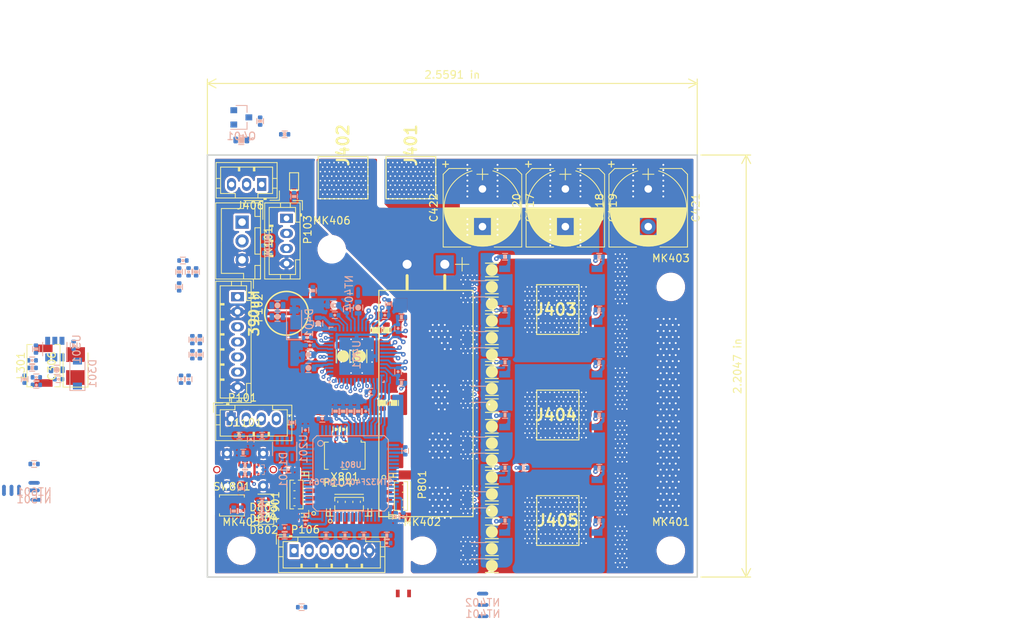
<source format=kicad_pcb>
(kicad_pcb (version 20171130) (host pcbnew "(5.1.4)-1")
  (layers (0 F.Cu signal) (1 In1.Cu power) (2 In2.Cu signal) (31 B.Cu power) (34 B.Paste user) (35 F.Paste user) (36 B.SilkS user) (37 F.SilkS user) (38 B.Mask user) (39 F.Mask user hide) (44 Edge.Cuts user))
  (net 0 "")
  (net 1 GND)
  (net 2 +3V3)
  (net 3 NRST)
  (net 4 SWDIO)
  (net 5 SWCLK)
  (net 6 "Net-(K101-Pad1)")
  (net 7 GNDD)
  (net 8 +BATT)
  (net 9 /drv_power_stage/buck_rcl)
  (net 10 "Net-(Q701-Pad2)")
  (net 11 "Net-(Q702-Pad2)")
  (net 12 "Net-(Q703-Pad2)")
  (net 13 "Net-(Q704-Pad2)")
  (net 14 GNDA)
  (net 15 /drv_power_stage/ENABLE)
  (net 16 /drv_power_stage/A_VSENSE)
  (net 17 /drv_power_stage/B_VSENSE)
  (net 18 /drv_power_stage/C_VSENSE)
  (net 19 "Net-(C201-Pad1)")
  (net 20 "Net-(C407-Pad2)")
  (net 21 /drv_power_stage/GDRV_VSENSE)
  (net 22 "Net-(K101-Pad2)")
  (net 23 /drv_power_stage/PHASE_B)
  (net 24 /drv_power_stage/PHASE_C)
  (net 25 /drv_power_stage/PHASE_A)
  (net 26 "Net-(Q601-Pad2)")
  (net 27 "Net-(Q602-Pad2)")
  (net 28 "Net-(Q603-Pad2)")
  (net 29 "Net-(Q604-Pad2)")
  (net 30 /drv_power_stage/A_ISENSE)
  (net 31 /drv_power_stage/B_ISENSE)
  (net 32 /drv_power_stage/C_ISENSE)
  (net 33 /Microcontroller/SERVO)
  (net 34 /Microcontroller/ADC_VBUS)
  (net 35 /Microcontroller/ADC_TEMP)
  (net 36 /Microcontroller/TEMP_MOTOR)
  (net 37 /drv_power_stage/power_phase_B/PR_SENSE)
  (net 38 /drv_power_stage/power_phase_B/NR_SENSE)
  (net 39 /drv_power_stage/power_phase_C/PR_SENSE)
  (net 40 /drv_power_stage/power_phase_C/NR_SENSE)
  (net 41 /drv_power_stage/power_phase_A/PR_SENSE)
  (net 42 /drv_power_stage/power_phase_A/NR_SENSE)
  (net 43 /Microcontroller/VCAP2)
  (net 44 /Microcontroller/VCAP1)
  (net 45 /CAN_tranciever/CANH)
  (net 46 /CAN_tranciever/CANL)
  (net 47 /Microcontroller/BRAKE_SW)
  (net 48 /Microcontroller/ADC_BRAKE)
  (net 49 /Microcontroller/ADC_THROTTLE)
  (net 50 /Microcontroller/USART1_RX)
  (net 51 /Microcontroller/USART1_TX)
  (net 52 /Microcontroller/SCL_2)
  (net 53 /Microcontroller/SDA_2)
  (net 54 /Microcontroller/HALL_3)
  (net 55 /Microcontroller/HALL_2)
  (net 56 /Microcontroller/HALL_1)
  (net 57 /Microcontroller/FAULT)
  (net 58 /drv_power_stage/power_phase_B/H_GATE)
  (net 59 /drv_power_stage/power_phase_B/L_GATE)
  (net 60 /drv_power_stage/power_phase_C/H_GATE)
  (net 61 /drv_power_stage/power_phase_C/L_GATE)
  (net 62 /drv_power_stage/power_phase_A/H_GATE)
  (net 63 /drv_power_stage/power_phase_A/L_GATE)
  (net 64 /Microcontroller/LED_GREEN)
  (net 65 /Microcontroller/LED_RED)
  (net 66 /Microcontroller/L3)
  (net 67 /Microcontroller/H3)
  (net 68 /Microcontroller/L2)
  (net 69 /Microcontroller/H2)
  (net 70 /Microcontroller/L1)
  (net 71 /Microcontroller/H1)
  (net 72 "Net-(C303-Pad2)")
  (net 73 "Net-(C303-Pad1)")
  (net 74 "Net-(C307-Pad2)")
  (net 75 "Net-(C407-Pad1)")
  (net 76 "Net-(Q501-Pad2)")
  (net 77 "Net-(Q502-Pad2)")
  (net 78 "Net-(Q503-Pad2)")
  (net 79 "Net-(Q504-Pad2)")
  (net 80 "Net-(R301-Pad1)")
  (net 81 /drv_power_stage/vgls)
  (net 82 /drv_power_stage/dvdd)
  (net 83 /drv_power_stage/vdrain)
  (net 84 /drv_power_stage/vcp)
  (net 85 +15V)
  (net 86 /Microcontroller/BOOT_0)
  (net 87 /drv_power_stage/BK_VCC)
  (net 88 /drv_power_stage/BK_BST_C)
  (net 89 /drv_power_stage/BK_SW)
  (net 90 /drv_power_stage/pwr_ctl)
  (net 91 /drv_power_stage/BK_RT_SD)
  (net 92 /drv_power_stage/pwr_ctl_g)
  (net 93 "/USB-C connector/D-")
  (net 94 "/USB-C connector/D+")
  (net 95 "Net-(J1101-PadA4)")
  (net 96 "Net-(J1101-PadA6)")
  (net 97 "Net-(J1101-PadB5)")
  (net 98 "Net-(J1101-PadA7)")
  (net 99 "Net-(J1101-PadA5)")
  (net 100 /drv_power_stage/sw_led)
  (net 101 /drv_power_stage/batt_pwr_ctl)
  (net 102 /drv_power_stage/power_phase_C/NR_SENSE_R)
  (net 103 /drv_power_stage/power_phase_B/NR_SENSE_R)
  (net 104 /drv_power_stage/power_phase_A/NR_SENSE_R)
  (net 105 /DRV_MISO)
  (net 106 /DRV_MOSI)
  (net 107 /DRV_CLK)
  (net 108 /DRV_CS)
  (net 109 /NRF/Bluetooth/BLE_RX)
  (net 110 /NRF/Bluetooth/BLE_TX)
  (net 111 "Net-(R203-Pad1)")
  (net 112 /CAN_tranciever/CAN_TX)
  (net 113 /CAN_tranciever/CAN_RX)
  (net 114 "Net-(P102-Pad4)")
  (net 115 "Net-(P102-Pad3)")
  (net 116 "Net-(C412-Pad2)")
  (net 117 +3.3VA)
  (net 118 /Microcontroller/LED_BL_R)
  (net 119 /Microcontroller/LED_GN_R)
  (net 120 /Microcontroller/LED_RD_R)
  (net 121 /Microcontroller/AUX2_PWM)
  (net 122 /Microcontroller/AUX1_PWM)
  (net 123 /Microcontroller/REVERSE_SW)
  (net 124 /Microcontroller/XOSC_0)
  (net 125 /Microcontroller/XOSC_1)
  (module Connectors_JST:JST_SH_BM04B-SRSS-TB_04x1.00mm_Straight (layer F.Cu) (at 129.5 148.75 270)
    (fp_text reference P801 (at -1.5 -3.5 90) (layer F.SilkS))
    (fp_text value SWD_DEBUG)
    (pad 1 smd rect (at -1.5 1.2625 270) (size 0.6 1.55) (layers F.Cu F.Paste F.Mask) (net 5 SWCLK))
    (pad 2 smd rect (at -0.5 1.2625 270) (size 0.6 1.55) (layers F.Cu F.Paste F.Mask) (net 4 SWDIO))
    (pad 3 smd rect (at 0.5 1.2625 270) (size 0.6 1.55) (layers F.Cu F.Paste F.Mask) (net 3 NRST))
    (pad 4 smd rect (at 1.5 1.2625 270) (size 0.6 1.55) (layers F.Cu F.Paste F.Mask) (net 1 GND))
    (pad "" smd rect (at -2.8 -1.2625 270) (size 1.2 1.8) (layers F.Cu F.Paste F.Mask))
    (pad "" smd rect (at 2.8 -1.2625 270) (size 1.2 1.8) (layers F.Cu F.Paste F.Mask))
  )
  (module pkl_connectors:SMD_Pad_Array-1_Pitch1mm (layer F.Cu) (at 131.26 161.68)
    (fp_text reference J102)
    (fp_text value Conn_01x01)
    (pad 1 smd rect (at 0 0) (size 0.5 1) (layers F.Cu F.Mask) (net 121 /Microcontroller/AUX2_PWM))
  )
  (module pkl_connectors:SMD_Pad_Array-1_Pitch1mm (layer F.Cu) (at 129.76 161.68)
    (fp_text reference J101)
    (fp_text value Conn_01x01)
    (pad 1 smd rect (at 0 0) (size 0.5 1) (layers F.Cu F.Mask) (net 122 /Microcontroller/AUX1_PWM))
  )
  (module pkl_connectors:USB_C_receptacle_vertical (layer F.Cu) (at 109.5 145.25)
    (fp_text reference J1101 (at 0 -6.25) (layer F.SilkS))
    (fp_text value USB_C_Receptacle)
    (pad "" np_thru_hole circle (at 3.75 0 180) (size 1 1) (drill 0.66) (layers F.Cu))
    (pad "" np_thru_hole circle (at -3.75 0) (size 1 1) (drill 0.66) (layers F.Cu))
    (pad S1 thru_hole circle (at -2.4 2.15) (size 1.4 1.4) (drill 0.7) (layers *.Cu *.Mask) (net 1 GND))
    (pad S1 thru_hole circle (at 2.4 -2.15) (size 1.4 1.4) (drill 0.7) (layers *.Cu *.Mask) (net 1 GND))
    (pad S1 thru_hole circle (at 2.4 2.15 180) (size 1.4 1.4) (drill 0.7) (layers *.Cu *.Mask) (net 1 GND))
    (pad B2 smd rect (at 2.25 0.83 180) (size 0.3 0.85) (layers F.Cu F.Paste F.Mask))
    (pad B3 smd rect (at 1.75 0.83 180) (size 0.3 0.85) (layers F.Cu F.Paste F.Mask))
    (pad B4 smd rect (at 1.25 0.83 180) (size 0.3 0.85) (layers F.Cu F.Paste F.Mask) (net 95 "Net-(J1101-PadA4)"))
    (pad B6 smd rect (at 0.25 0.83 180) (size 0.3 0.85) (layers F.Cu F.Paste F.Mask) (net 96 "Net-(J1101-PadA6)"))
    (pad B5 smd rect (at 0.75 0.83 180) (size 0.3 0.85) (layers F.Cu F.Paste F.Mask) (net 97 "Net-(J1101-PadB5)"))
    (pad B12 smd rect (at -2.75 0.83 180) (size 0.3 0.85) (layers F.Cu F.Paste F.Mask) (net 1 GND))
    (pad B11 smd rect (at -2.25 0.83 180) (size 0.3 0.85) (layers F.Cu F.Paste F.Mask))
    (pad B8 smd rect (at -0.75 0.83 180) (size 0.3 0.85) (layers F.Cu F.Paste F.Mask))
    (pad B10 smd rect (at -1.75 0.83 180) (size 0.3 0.85) (layers F.Cu F.Paste F.Mask))
    (pad B9 smd rect (at -1.25 0.83 180) (size 0.3 0.85) (layers F.Cu F.Paste F.Mask) (net 95 "Net-(J1101-PadA4)"))
    (pad B7 smd rect (at -0.25 0.83 180) (size 0.3 0.85) (layers F.Cu F.Paste F.Mask) (net 98 "Net-(J1101-PadA7)"))
    (pad B1 smd rect (at 2.75 0.83 180) (size 0.3 0.85) (layers F.Cu F.Paste F.Mask) (net 1 GND))
    (pad A8 smd rect (at 0.75 -0.83) (size 0.3 0.85) (layers F.Cu F.Paste F.Mask))
    (pad A9 smd rect (at 1.25 -0.83) (size 0.3 0.85) (layers F.Cu F.Paste F.Mask) (net 95 "Net-(J1101-PadA4)"))
    (pad A10 smd rect (at 1.75 -0.83) (size 0.3 0.85) (layers F.Cu F.Paste F.Mask))
    (pad A12 smd rect (at 2.75 -0.83) (size 0.3 0.85) (layers F.Cu F.Paste F.Mask) (net 1 GND))
    (pad A11 smd rect (at 2.25 -0.83) (size 0.3 0.85) (layers F.Cu F.Paste F.Mask))
    (pad A7 smd rect (at 0.25 -0.83) (size 0.3 0.85) (layers F.Cu F.Paste F.Mask) (net 98 "Net-(J1101-PadA7)"))
    (pad A6 smd rect (at -0.25 -0.83) (size 0.3 0.85) (layers F.Cu F.Paste F.Mask) (net 96 "Net-(J1101-PadA6)"))
    (pad A5 smd rect (at -0.75 -0.83) (size 0.3 0.85) (layers F.Cu F.Paste F.Mask) (net 99 "Net-(J1101-PadA5)"))
    (pad A4 smd rect (at -1.25 -0.83) (size 0.3 0.85) (layers F.Cu F.Paste F.Mask) (net 95 "Net-(J1101-PadA4)"))
    (pad A3 smd rect (at -1.75 -0.83) (size 0.3 0.85) (layers F.Cu F.Paste F.Mask))
    (pad A2 smd rect (at -2.25 -0.83) (size 0.3 0.85) (layers F.Cu F.Paste F.Mask))
    (pad A1 smd rect (at -2.75 -0.83) (size 0.3 0.85) (layers F.Cu F.Paste F.Mask) (net 1 GND))
    (pad S1 thru_hole circle (at -2.4 -2.15) (size 1.4 1.4) (drill 0.7) (layers *.Cu *.Mask) (net 1 GND))
  )
  (module pkl_dipol:R_0402 (layer B.Cu) (at 103 119 270)
    (fp_text reference R407)
    (fp_text value 57.6kΩ)
    (pad 2 smd roundrect (at 0.5 0 270) (size 0.5 0.6) (layers B.Cu B.Paste B.Mask) (net 89 /drv_power_stage/BK_SW))
    (pad 1 smd roundrect (at -0.5 0 270) (size 0.5 0.6) (layers B.Cu B.Paste B.Mask) (net 116 "Net-(C412-Pad2)"))
  )
  (module pkl_dipol:C_0402 (layer B.Cu) (at 101.25 117.5 180)
    (fp_text reference C415)
    (fp_text value 3nf)
    (pad 2 smd roundrect (at 0.5 0 180) (size 0.5 0.6) (layers B.Cu B.Paste B.Mask) (net 85 +15V))
    (pad 1 smd roundrect (at -0.5 0 180) (size 0.5 0.6) (layers B.Cu B.Paste B.Mask) (net 116 "Net-(C412-Pad2)"))
  )
  (module pkl_dipol:R_0402 (layer B.Cu) (at 102.5 128 270)
    (fp_text reference R106)
    (fp_text value 100Ω)
    (pad 2 smd roundrect (at 0.5 0 270) (size 0.5 0.6) (layers B.Cu B.Paste B.Mask) (net 114 "Net-(P102-Pad4)"))
    (pad 1 smd roundrect (at -0.5 0 270) (size 0.5 0.6) (layers B.Cu B.Paste B.Mask) (net 48 /Microcontroller/ADC_BRAKE))
  )
  (module pkl_dipol:R_0402 (layer B.Cu) (at 103.5 128 270)
    (fp_text reference R105)
    (fp_text value 100Ω)
    (pad 2 smd roundrect (at 0.5 0 270) (size 0.5 0.6) (layers B.Cu B.Paste B.Mask) (net 115 "Net-(P102-Pad3)"))
    (pad 1 smd roundrect (at -0.5 0 270) (size 0.5 0.6) (layers B.Cu B.Paste B.Mask) (net 49 /Microcontroller/ADC_THROTTLE))
  )
  (module Mounting_Holes:MountingHole_3.2mm_M3_DIN965 (layer F.Cu) (at 126.75 86)
    (fp_text reference MK404 (at 0 -3.8) (layer F.SilkS))
    (fp_text value Mounting_Hole)
    (pad 1 np_thru_hole circle (at 0 0) (size 3.2 3.2) (drill 3.2) (layers *.Cu *.Mask))
  )
  (module TO_SOT_Packages_SMD:SOT-23-8 (layer B.Cu) (at 114.75 142.5 90)
    (fp_text reference U201 (at 0 2.5 90) (layer B.SilkS) (effects (justify mirror)))
    (fp_text value MAX3051)
    (pad 1 smd rect (at -1.1 0.98 90) (size 1.06 0.4) (layers B.Cu B.Paste B.Mask) (net 112 /CAN_tranciever/CAN_TX))
    (pad 2 smd rect (at -1.1 0.33 90) (size 1.06 0.4) (layers B.Cu B.Paste B.Mask) (net 1 GND))
    (pad 3 smd rect (at -1.1 -0.33 90) (size 1.06 0.4) (layers B.Cu B.Paste B.Mask) (net 2 +3V3))
    (pad 4 smd rect (at -1.1 -0.98 90) (size 1.06 0.4) (layers B.Cu B.Paste B.Mask) (net 113 /CAN_tranciever/CAN_RX))
    (pad 5 smd rect (at 1.1 -0.98 90) (size 1.06 0.4) (layers B.Cu B.Paste B.Mask))
    (pad 6 smd rect (at 1.1 -0.33 90) (size 1.06 0.4) (layers B.Cu B.Paste B.Mask) (net 46 /CAN_tranciever/CANL))
    (pad 7 smd rect (at 1.1 0.33 90) (size 1.06 0.4) (layers B.Cu B.Paste B.Mask) (net 45 /CAN_tranciever/CANH))
    (pad 8 smd rect (at 1.1 0.98 90) (size 1.06 0.4) (layers B.Cu B.Paste B.Mask) (net 111 "Net-(R203-Pad1)"))
  )
  (module pkl_dipol:R_0402 (layer B.Cu) (at 115.75 139 90)
    (fp_text reference R203)
    (fp_text value 0R)
    (pad 2 smd roundrect (at 0.5 0 90) (size 0.5 0.6) (layers B.Cu B.Paste B.Mask) (net 1 GND))
    (pad 1 smd roundrect (at -0.5 0 90) (size 0.5 0.6) (layers B.Cu B.Paste B.Mask) (net 111 "Net-(R203-Pad1)"))
  )
  (module Connectors_JST:JST_SH_BM04B-SRSS-TB_04x1.00mm_Straight (layer F.Cu) (at 117.0125 148.55 90)
    (fp_text reference P901 (at -1.5 -3.5 90) (layer F.SilkS))
    (fp_text value I2C)
    (pad 1 smd rect (at -1.5 1.2625 90) (size 0.6 1.55) (layers F.Cu F.Paste F.Mask) (net 109 /NRF/Bluetooth/BLE_RX))
    (pad 2 smd rect (at -0.5 1.2625 90) (size 0.6 1.55) (layers F.Cu F.Paste F.Mask) (net 110 /NRF/Bluetooth/BLE_TX))
    (pad 3 smd rect (at 0.5 1.2625 90) (size 0.6 1.55) (layers F.Cu F.Paste F.Mask) (net 2 +3V3))
    (pad 4 smd rect (at 1.5 1.2625 90) (size 0.6 1.55) (layers F.Cu F.Paste F.Mask) (net 1 GND))
    (pad "" smd rect (at -2.8 -1.2625 90) (size 1.2 1.8) (layers F.Cu F.Paste F.Mask))
    (pad "" smd rect (at 2.8 -1.2625 90) (size 1.2 1.8) (layers F.Cu F.Paste F.Mask))
  )
  (module pkl_dipol:R_0603 (layer B.Cu) (at 109 101.5)
    (fp_text reference R419)
    (fp_text value 500k)
    (pad 2 smd roundrect (at 0.75 0) (size 0.6 0.9) (layers B.Cu B.Paste B.Mask) (net 90 /drv_power_stage/pwr_ctl))
    (pad 1 smd roundrect (at -0.75 0) (size 0.6 0.9) (layers B.Cu B.Paste B.Mask) (net 92 /drv_power_stage/pwr_ctl_g))
  )
  (module TO_SOT_Packages_SMD:SOT-23 (layer B.Cu) (at 109 98.5)
    (fp_text reference Q401 (at 0 2.5) (layer B.SilkS) (effects (justify mirror)))
    (fp_text value Q_PNP_BCE)
    (pad 1 smd rect (at -1 0.95) (size 0.9 0.8) (layers B.Cu B.Paste B.Mask) (net 92 /drv_power_stage/pwr_ctl_g))
    (pad 2 smd rect (at -1 -0.95) (size 0.9 0.8) (layers B.Cu B.Paste B.Mask) (net 101 /drv_power_stage/batt_pwr_ctl))
    (pad 3 smd rect (at 1 0) (size 0.9 0.8) (layers B.Cu B.Paste B.Mask) (net 8 +BATT))
  )
  (module pkl_dipol:R_0402 (layer B.Cu) (at 124.5 137.5 90)
    (fp_text reference R415)
    (fp_text value 2.2kΩ)
    (pad 2 smd roundrect (at 0.5 0 90) (size 0.5 0.6) (layers B.Cu B.Paste B.Mask) (net 1 GND))
    (pad 1 smd roundrect (at -0.5 0 90) (size 0.5 0.6) (layers B.Cu B.Paste B.Mask) (net 34 /Microcontroller/ADC_VBUS))
  )
  (module pkl_dipol:R_0402 (layer B.Cu) (at 123.5 137.5 90)
    (fp_text reference R413)
    (fp_text value 2.2kΩ)
    (pad 2 smd roundrect (at 0.5 0 90) (size 0.5 0.6) (layers B.Cu B.Paste B.Mask) (net 1 GND))
    (pad 1 smd roundrect (at -0.5 0 90) (size 0.5 0.6) (layers B.Cu B.Paste B.Mask) (net 18 /drv_power_stage/C_VSENSE))
  )
  (module pkl_dipol:R_0402 (layer B.Cu) (at 122.5 137.5 90)
    (fp_text reference R411)
    (fp_text value 2.2kΩ)
    (pad 2 smd roundrect (at 0.5 0 90) (size 0.5 0.6) (layers B.Cu B.Paste B.Mask) (net 1 GND))
    (pad 1 smd roundrect (at -0.5 0 90) (size 0.5 0.6) (layers B.Cu B.Paste B.Mask) (net 17 /drv_power_stage/B_VSENSE))
  )
  (module pkl_dipol:R_0402 (layer B.Cu) (at 121.5 137.5 90)
    (fp_text reference R409)
    (fp_text value 2.2kΩ)
    (pad 2 smd roundrect (at 0.5 0 90) (size 0.5 0.6) (layers B.Cu B.Paste B.Mask) (net 1 GND))
    (pad 1 smd roundrect (at -0.5 0 90) (size 0.5 0.6) (layers B.Cu B.Paste B.Mask) (net 16 /drv_power_stage/A_VSENSE))
  )
  (module Connectors_JST:JST_SH_BM04B-SRSS-TB_04x1.00mm_Straight (layer F.Cu) (at 123.3 150.4875)
    (fp_text reference P104 (at -1.5 -3.5) (layer F.SilkS))
    (fp_text value I2C)
    (pad 1 smd rect (at -1.5 1.2625) (size 0.6 1.55) (layers F.Cu F.Paste F.Mask) (net 52 /Microcontroller/SCL_2))
    (pad 2 smd rect (at -0.5 1.2625) (size 0.6 1.55) (layers F.Cu F.Paste F.Mask) (net 53 /Microcontroller/SDA_2))
    (pad 3 smd rect (at 0.5 1.2625) (size 0.6 1.55) (layers F.Cu F.Paste F.Mask) (net 2 +3V3))
    (pad 4 smd rect (at 1.5 1.2625) (size 0.6 1.55) (layers F.Cu F.Paste F.Mask) (net 1 GND))
    (pad "" smd rect (at -2.8 -1.2625) (size 1.2 1.8) (layers F.Cu F.Paste F.Mask))
    (pad "" smd rect (at 2.8 -1.2625) (size 1.2 1.8) (layers F.Cu F.Paste F.Mask))
  )
  (module Locals:DRV8353RHRGZR (layer B.Cu) (at 124.3 130 270)
    (fp_text reference U401 (at 0 0 270) (layer B.SilkS) (effects (justify mirror)))
    (fp_text value DRV8353RSRGZT)
    (fp_text user * (at 0 0 270) (layer B.SilkS) (effects (justify mirror)))
    (pad 1 smd rect (at -3.400001 2.75 180) (size 0.24 0.599999) (layers B.Cu B.Paste B.Mask) (net 7 GNDD))
    (pad 2 smd rect (at -3.400001 2.250001 180) (size 0.24 0.599999) (layers B.Cu B.Paste B.Mask) (net 81 /drv_power_stage/vgls))
    (pad 3 smd rect (at -3.400001 1.749999 180) (size 0.24 0.599999) (layers B.Cu B.Paste B.Mask) (net 20 "Net-(C407-Pad2)"))
    (pad 4 smd rect (at -3.400001 1.25 180) (size 0.24 0.599999) (layers B.Cu B.Paste B.Mask) (net 75 "Net-(C407-Pad1)"))
    (pad 5 smd rect (at -3.400001 0.749998 180) (size 0.24 0.599999) (layers B.Cu B.Paste B.Mask) (net 85 +15V))
    (pad 6 smd rect (at -3.400001 0.25 180) (size 0.24 0.599999) (layers B.Cu B.Paste B.Mask) (net 83 /drv_power_stage/vdrain))
    (pad 7 smd rect (at -3.400001 -0.25 180) (size 0.24 0.599999) (layers B.Cu B.Paste B.Mask) (net 84 /drv_power_stage/vcp))
    (pad 8 smd rect (at -3.400001 -0.750001 180) (size 0.24 0.599999) (layers B.Cu B.Paste B.Mask) (net 62 /drv_power_stage/power_phase_A/H_GATE))
    (pad 9 smd rect (at -3.400001 -1.25 180) (size 0.24 0.599999) (layers B.Cu B.Paste B.Mask) (net 25 /drv_power_stage/PHASE_A))
    (pad 10 smd rect (at -3.400001 -1.750002 180) (size 0.24 0.599999) (layers B.Cu B.Paste B.Mask) (net 63 /drv_power_stage/power_phase_A/L_GATE))
    (pad 11 smd rect (at -3.400001 -2.250001 180) (size 0.24 0.599999) (layers B.Cu B.Paste B.Mask) (net 41 /drv_power_stage/power_phase_A/PR_SENSE))
    (pad 12 smd rect (at -3.400001 -2.75 180) (size 0.24 0.599999) (layers B.Cu B.Paste B.Mask) (net 42 /drv_power_stage/power_phase_A/NR_SENSE))
    (pad 13 smd rect (at -2.75 -3.400001 270) (size 0.24 0.599999) (layers B.Cu B.Paste B.Mask) (net 38 /drv_power_stage/power_phase_B/NR_SENSE))
    (pad 14 smd rect (at -2.250001 -3.400001 270) (size 0.24 0.599999) (layers B.Cu B.Paste B.Mask) (net 37 /drv_power_stage/power_phase_B/PR_SENSE))
    (pad 15 smd rect (at -1.749999 -3.400001 270) (size 0.24 0.599999) (layers B.Cu B.Paste B.Mask) (net 59 /drv_power_stage/power_phase_B/L_GATE))
    (pad 16 smd rect (at -1.25 -3.400001 270) (size 0.24 0.599999) (layers B.Cu B.Paste B.Mask) (net 23 /drv_power_stage/PHASE_B))
    (pad 17 smd rect (at -0.749998 -3.400001 270) (size 0.24 0.599999) (layers B.Cu B.Paste B.Mask) (net 58 /drv_power_stage/power_phase_B/H_GATE))
    (pad 18 smd rect (at -0.25 -3.400001 270) (size 0.24 0.599999) (layers B.Cu B.Paste B.Mask) (net 60 /drv_power_stage/power_phase_C/H_GATE))
    (pad 19 smd rect (at 0.25 -3.400001 270) (size 0.24 0.599999) (layers B.Cu B.Paste B.Mask) (net 24 /drv_power_stage/PHASE_C))
    (pad 20 smd rect (at 0.750001 -3.400001 270) (size 0.24 0.599999) (layers B.Cu B.Paste B.Mask) (net 61 /drv_power_stage/power_phase_C/L_GATE))
    (pad 21 smd rect (at 1.25 -3.400001 270) (size 0.24 0.599999) (layers B.Cu B.Paste B.Mask) (net 39 /drv_power_stage/power_phase_C/PR_SENSE))
    (pad 22 smd rect (at 1.750002 -3.400001 270) (size 0.24 0.599999) (layers B.Cu B.Paste B.Mask) (net 40 /drv_power_stage/power_phase_C/NR_SENSE))
    (pad 23 smd rect (at 2.250001 -3.400001 270) (size 0.24 0.599999) (layers B.Cu B.Paste B.Mask) (net 32 /drv_power_stage/C_ISENSE))
    (pad 24 smd rect (at 2.75 -3.400001 270) (size 0.24 0.599999) (layers B.Cu B.Paste B.Mask) (net 31 /drv_power_stage/B_ISENSE))
    (pad 25 smd rect (at 3.400001 -2.75 180) (size 0.24 0.599999) (layers B.Cu B.Paste B.Mask) (net 30 /drv_power_stage/A_ISENSE))
    (pad 26 smd rect (at 3.400001 -2.250001 180) (size 0.24 0.599999) (layers B.Cu B.Paste B.Mask) (net 117 +3.3VA))
    (pad 27 smd rect (at 3.400001 -1.750002 180) (size 0.24 0.599999) (layers B.Cu B.Paste B.Mask) (net 14 GNDA))
    (pad 28 smd rect (at 3.400001 -1.25 180) (size 0.24 0.599999) (layers B.Cu B.Paste B.Mask) (net 57 /Microcontroller/FAULT))
    (pad 29 smd rect (at 3.400001 -0.750001 180) (size 0.24 0.599999) (layers B.Cu B.Paste B.Mask) (net 105 /DRV_MISO))
    (pad 30 smd rect (at 3.400001 -0.25 180) (size 0.24 0.599999) (layers B.Cu B.Paste B.Mask) (net 106 /DRV_MOSI))
    (pad 31 smd rect (at 3.400001 0.25 180) (size 0.24 0.599999) (layers B.Cu B.Paste B.Mask) (net 107 /DRV_CLK))
    (pad 32 smd rect (at 3.400001 0.749998 180) (size 0.24 0.599999) (layers B.Cu B.Paste B.Mask) (net 108 /DRV_CS))
    (pad 33 smd rect (at 3.400001 1.25 180) (size 0.24 0.599999) (layers B.Cu B.Paste B.Mask) (net 15 /drv_power_stage/ENABLE))
    (pad 34 smd rect (at 3.400001 1.749999 180) (size 0.24 0.599999) (layers B.Cu B.Paste B.Mask) (net 71 /Microcontroller/H1))
    (pad 35 smd rect (at 3.400001 2.250001 180) (size 0.24 0.599999) (layers B.Cu B.Paste B.Mask) (net 70 /Microcontroller/L1))
    (pad 36 smd rect (at 3.400001 2.75 180) (size 0.24 0.599999) (layers B.Cu B.Paste B.Mask) (net 69 /Microcontroller/H2))
    (pad 37 smd rect (at 2.75 3.400001 270) (size 0.24 0.599999) (layers B.Cu B.Paste B.Mask) (net 68 /Microcontroller/L2))
    (pad 38 smd rect (at 2.250001 3.400001 270) (size 0.24 0.599999) (layers B.Cu B.Paste B.Mask) (net 67 /Microcontroller/H3))
    (pad 39 smd rect (at 1.750002 3.400001 270) (size 0.24 0.599999) (layers B.Cu B.Paste B.Mask) (net 66 /Microcontroller/L3))
    (pad 40 smd rect (at 1.25 3.400001 270) (size 0.24 0.599999) (layers B.Cu B.Paste B.Mask) (net 82 /drv_power_stage/dvdd))
    (pad 41 smd rect (at 0.750001 3.400001 270) (size 0.24 0.599999) (layers B.Cu B.Paste B.Mask) (net 1 GND))
    (pad 42 smd rect (at 0.25 3.400001 270) (size 0.24 0.599999) (layers B.Cu B.Paste B.Mask) (net 89 /drv_power_stage/BK_SW))
    (pad 43 smd rect (at -0.25 3.400001 270) (size 0.24 0.599999) (layers B.Cu B.Paste B.Mask) (net 8 +BATT))
    (pad 44 smd rect (at -0.749998 3.400001 270) (size 0.24 0.599999) (layers B.Cu B.Paste B.Mask) (net 87 /drv_power_stage/BK_VCC))
    (pad 45 smd rect (at -1.25 3.400001 270) (size 0.24 0.599999) (layers B.Cu B.Paste B.Mask) (net 88 /drv_power_stage/BK_BST_C))
    (pad 46 smd rect (at -1.749999 3.400001 270) (size 0.24 0.599999) (layers B.Cu B.Paste B.Mask) (net 9 /drv_power_stage/buck_rcl))
    (pad 47 smd rect (at -2.250001 3.400001 270) (size 0.24 0.599999) (layers B.Cu B.Paste B.Mask) (net 91 /drv_power_stage/BK_RT_SD))
    (pad 48 smd rect (at -2.75 3.400001 270) (size 0.24 0.599999) (layers B.Cu B.Paste B.Mask) (net 21 /drv_power_stage/GDRV_VSENSE))
    (pad 49 smd rect (at 0.188001 0 270) (size 4.974999 4.600001) (layers B.Cu B.Mask) (net 7 GNDD))
    (pad 49 thru_hole circle (at -2.050001 0.740001 270) (size 0.499999 0.499999) (drill 0.2032) (layers *.Cu *.Mask) (net 7 GNDD))
    (pad 49 thru_hole circle (at -2.050001 -0.740001 270) (size 0.499999 0.499999) (drill 0.2032) (layers *.Cu *.Mask) (net 7 GNDD))
    (pad 49 thru_hole circle (at -0.596999 -2.050001 270) (size 0.499999 0.499999) (drill 0.2032) (layers *.Cu *.Mask) (net 7 GNDD))
    (pad 49 thru_hole circle (at -0.596999 -0.740001 270) (size 0.499999 0.499999) (drill 0.2032) (layers *.Cu *.Mask) (net 7 GNDD))
    (pad 49 thru_hole circle (at -0.596999 0.740001 270) (size 0.499999 0.499999) (drill 0.2032) (layers *.Cu *.Mask) (net 7 GNDD))
    (pad 49 thru_hole circle (at 2.426 -0.740001 270) (size 0.499999 0.499999) (drill 0.2032) (layers *.Cu *.Mask) (net 7 GNDD))
    (pad 49 thru_hole circle (at 2.426 0.740001 270) (size 0.499999 0.499999) (drill 0.2032) (layers *.Cu *.Mask) (net 7 GNDD))
    (pad 49 thru_hole circle (at 0.973 -2.050001 270) (size 0.499999 0.499999) (drill 0.2032) (layers *.Cu *.Mask) (net 7 GNDD))
    (pad 49 thru_hole circle (at 0.973 -0.740001 270) (size 0.499999 0.499999) (drill 0.2032) (layers *.Cu *.Mask) (net 7 GNDD))
    (pad 49 thru_hole circle (at 0.973 0.740001 270) (size 0.499999 0.499999) (drill 0.2032) (layers *.Cu *.Mask) (net 7 GNDD))
    (pad 49 thru_hole circle (at -0.596999 2.050001 270) (size 0.499999 0.499999) (drill 0.2032) (layers *.Cu *.Mask) (net 7 GNDD))
    (pad 49 thru_hole circle (at 0.973 2.050001 270) (size 0.499999 0.499999) (drill 0.2032) (layers *.Cu *.Mask) (net 7 GNDD))
  )
  (module Connectors_JST:JST_XH_B03B-XH-A_03x2.50mm_Straight (layer F.Cu) (at 109.1 112.4 270)
    (fp_text reference K101 (at 2.5 -3.5 90) (layer F.SilkS))
    (fp_text value SERVO)
    (pad 1 thru_hole rect (at 0 0 270) (size 1.75 1.75) (drill 1) (layers *.Cu *.Mask) (net 6 "Net-(K101-Pad1)"))
    (pad 2 thru_hole circle (at 2.5 0 270) (size 1.75 1.75) (drill 1) (layers *.Cu *.Mask) (net 22 "Net-(K101-Pad2)"))
    (pad 3 thru_hole circle (at 5 0 270) (size 1.75 1.75) (drill 1) (layers *.Cu *.Mask) (net 1 GND))
  )
  (module Connectors_JST:JST_PH_B3B-PH-K_03x2.00mm_Straight (layer F.Cu) (at 111.7 107.4 180)
    (fp_text reference J406 (at 1.5 -2.8) (layer F.SilkS))
    (fp_text value Conn_01x03)
    (pad 1 thru_hole rect (at 0 0 180) (size 1.2 1.7) (drill 0.75) (layers *.Cu *.Mask) (net 100 /drv_power_stage/sw_led))
    (pad 2 thru_hole oval (at 2 0 180) (size 1.2 1.7) (drill 0.75) (layers *.Cu *.Mask) (net 7 GNDD))
    (pad 3 thru_hole oval (at 4 0 180) (size 1.2 1.7) (drill 0.75) (layers *.Cu *.Mask) (net 90 /drv_power_stage/pwr_ctl))
  )
  (module pkl_dipol:R_0402 (layer B.Cu) (at 109.25 143 180)
    (fp_text reference R1104)
    (fp_text value 5.1k)
    (pad 1 smd roundrect (at -0.5 0 180) (size 0.5 0.6) (layers B.Cu B.Paste B.Mask) (net 99 "Net-(J1101-PadA5)"))
    (pad 2 smd roundrect (at 0.5 0 180) (size 0.5 0.6) (layers B.Cu B.Paste B.Mask) (net 1 GND))
  )
  (module pkl_dipol:R_0402 (layer B.Cu) (at 109 147.75 270)
    (fp_text reference R1103)
    (fp_text value 5.1k)
    (pad 1 smd roundrect (at -0.5 0 270) (size 0.5 0.6) (layers B.Cu B.Paste B.Mask) (net 97 "Net-(J1101-PadB5)"))
    (pad 2 smd roundrect (at 0.5 0 270) (size 0.5 0.6) (layers B.Cu B.Paste B.Mask) (net 1 GND))
  )
  (module pkl_dipol:R_0402 (layer B.Cu) (at 109.5 144.75 180)
    (fp_text reference R1102)
    (fp_text value 22R)
    (pad 1 smd roundrect (at -0.5 0 180) (size 0.5 0.6) (layers B.Cu B.Paste B.Mask) (net 94 "/USB-C connector/D+"))
    (pad 2 smd roundrect (at 0.5 0 180) (size 0.5 0.6) (layers B.Cu B.Paste B.Mask) (net 96 "Net-(J1101-PadA6)"))
  )
  (module pkl_dipol:R_0402 (layer B.Cu) (at 109.5 145.75 180)
    (fp_text reference R1101)
    (fp_text value 22R)
    (pad 1 smd roundrect (at -0.5 0 180) (size 0.5 0.6) (layers B.Cu B.Paste B.Mask) (net 93 "/USB-C connector/D-"))
    (pad 2 smd roundrect (at 0.5 0 180) (size 0.5 0.6) (layers B.Cu B.Paste B.Mask) (net 98 "Net-(J1101-PadA7)"))
  )
  (module digikey-footprints:SOT-3 (layer B.Cu) (at 111.5 145.25 90)
    (fp_text reference D1101 (at -0.025 3.075 90) (layer B.SilkS) (effects (justify mirror)))
    (fp_text value TPD2EUSB30DRTR)
    (pad 1 smd rect (at -0.35 -0.425 90) (size 0.3 0.3) (layers B.Cu B.Paste B.Mask) (net 94 "/USB-C connector/D+"))
    (pad 3 smd rect (at 0 0.425 90) (size 0.3 0.3) (layers B.Cu B.Paste B.Mask) (net 1 GND))
    (pad 2 smd rect (at 0.35 -0.425 90) (size 0.3 0.3) (layers B.Cu B.Paste B.Mask) (net 93 "/USB-C connector/D-"))
  )
  (module moxie-drive-custom:CP_Radial_D12.5mm_P5.00mm_horiz (layer F.Cu) (at 136 118 180)
    (fp_text reference C414)
    (fp_text value 560uF)
    (pad 1 thru_hole rect (at 0 0 180) (size 2.4 2.4) (drill 1.2) (layers *.Cu *.Mask) (net 8 +BATT))
    (pad 2 thru_hole circle (at 5 0 180) (size 2.4 2.4) (drill 1.2) (layers *.Cu *.Mask) (net 7 GNDD))
  )
  (module Buttons_Switches_SMD:SW_SPST_B3U-1000P (layer F.Cu) (at 107.75 150)
    (fp_text reference SW801 (at 0 -2.5) (layer F.SilkS))
    (fp_text value SW_Push)
    (pad 1 smd rect (at -1.7 0) (size 0.9 1.7) (layers F.Cu F.Paste F.Mask) (net 86 /Microcontroller/BOOT_0))
    (pad 2 smd rect (at 1.7 0) (size 0.9 1.7) (layers F.Cu F.Paste F.Mask) (net 2 +3V3))
  )
  (module pkl_dipol:R_0402 (layer B.Cu) (at 108 150.75 270)
    (fp_text reference R804)
    (fp_text value 10k)
    (pad 2 smd roundrect (at 0.5 0 270) (size 0.5 0.6) (layers B.Cu B.Paste B.Mask) (net 1 GND))
    (pad 1 smd roundrect (at -0.5 0 270) (size 0.5 0.6) (layers B.Cu B.Paste B.Mask) (net 86 /Microcontroller/BOOT_0))
  )
  (module pkl_dipol:R_0402 (layer B.Cu) (at 114.75 100.75)
    (fp_text reference R420)
    (fp_text value 100)
    (pad 2 smd roundrect (at 0.5 0) (size 0.5 0.6) (layers B.Cu B.Paste B.Mask) (net 85 +15V))
    (pad 1 smd roundrect (at -0.5 0) (size 0.5 0.6) (layers B.Cu B.Paste B.Mask) (net 100 /drv_power_stage/sw_led))
  )
  (module pkl_dipol:C_0402 (layer B.Cu) (at 109 150.75 90)
    (fp_text reference C813)
    (fp_text value 100n)
    (pad 2 smd roundrect (at 0.5 0 90) (size 0.5 0.6) (layers B.Cu B.Paste B.Mask) (net 86 /Microcontroller/BOOT_0))
    (pad 1 smd roundrect (at -0.5 0 90) (size 0.5 0.6) (layers B.Cu B.Paste B.Mask) (net 1 GND))
  )
  (module Diodes_SMD:D_SOD-123 (layer B.Cu) (at 87.25 132.5 90)
    (fp_text reference D301 (at 0 2 90) (layer B.SilkS) (effects (justify mirror)))
    (fp_text value 1.5KExxA)
    (pad 1 smd rect (at -1.65 0 90) (size 0.9 1.2) (layers B.Cu B.Paste B.Mask) (net 2 +3V3))
    (pad 2 smd rect (at 1.65 0 90) (size 0.9 1.2) (layers B.Cu B.Paste B.Mask) (net 1 GND))
  )
  (module Diodes_SMD:D_SOD-123 (layer B.Cu) (at 116 125.75 90)
    (fp_text reference D401 (at 0 2 -90) (layer B.SilkS) (effects (justify mirror)))
    (fp_text value DFLS1100-7)
    (pad 1 smd rect (at -1.65 0 90) (size 0.9 1.2) (layers B.Cu B.Paste B.Mask) (net 89 /drv_power_stage/BK_SW))
    (pad 2 smd rect (at 1.65 0 90) (size 0.9 1.2) (layers B.Cu B.Paste B.Mask) (net 7 GNDD))
  )
  (module pkl_dipol:C_0603 (layer B.Cu) (at 113.8 124.95)
    (fp_text reference C413)
    (fp_text value 10uF)
    (pad 2 smd roundrect (at 0.75 0) (size 0.6 0.9) (layers B.Cu B.Paste B.Mask) (net 7 GNDD))
    (pad 1 smd roundrect (at -0.75 0) (size 0.6 0.9) (layers B.Cu B.Paste B.Mask) (net 85 +15V))
  )
  (module pkl_dipol:C_0402 (layer B.Cu) (at 123 123.95 90)
    (fp_text reference C403)
    (fp_text value 0.1uF)
    (pad 2 smd roundrect (at 0.5 0 90) (size 0.5 0.6) (layers B.Cu B.Paste B.Mask) (net 7 GNDD))
    (pad 1 smd roundrect (at -0.5 0 90) (size 0.5 0.6) (layers B.Cu B.Paste B.Mask) (net 85 +15V))
  )
  (module pkl_dipol:C_0603 (layer B.Cu) (at 113.8 123.45)
    (fp_text reference C402)
    (fp_text value 10uF)
    (pad 2 smd roundrect (at 0.75 0) (size 0.6 0.9) (layers B.Cu B.Paste B.Mask) (net 7 GNDD))
    (pad 1 smd roundrect (at -0.75 0) (size 0.6 0.9) (layers B.Cu B.Paste B.Mask) (net 85 +15V))
  )
  (module pkl_dipol:C_0603 (layer B.Cu) (at 121.2 123.45 180)
    (fp_text reference C401)
    (fp_text value 10uF)
    (pad 2 smd roundrect (at 0.75 0 180) (size 0.6 0.9) (layers B.Cu B.Paste B.Mask) (net 7 GNDD))
    (pad 1 smd roundrect (at -0.75 0 180) (size 0.6 0.9) (layers B.Cu B.Paste B.Mask) (net 85 +15V))
  )
  (module pkl_dipol:R_0402 (layer B.Cu) (at 111.5 99 270)
    (fp_text reference R418)
    (fp_text value 10k)
    (pad 2 smd roundrect (at 0.5 0 270) (size 0.5 0.6) (layers B.Cu B.Paste B.Mask) (net 92 /drv_power_stage/pwr_ctl_g))
    (pad 1 smd roundrect (at -0.5 0 270) (size 0.5 0.6) (layers B.Cu B.Paste B.Mask) (net 8 +BATT))
  )
  (module pkl_jumpers:J_0603 (layer F.Cu) (at 116 107 90)
    (fp_text reference JP401)
    (fp_text value pwr_ctl_byp)
    (pad 2 smd roundrect (at 0.575 0 90) (size 0.95 0.9) (layers F.Cu F.Mask) (net 101 /drv_power_stage/batt_pwr_ctl))
    (pad 1 smd roundrect (at -0.575 0 90) (size 0.95 0.9) (layers F.Cu F.Mask) (net 8 +BATT))
  )
  (module pkl_dipol:C_1206 (layer F.Cu) (at 122.5 130.2 270)
    (fp_text reference C425)
    (fp_text value "1uF ")
    (pad 2 smd roundrect (at 1.45 0 270) (size 0.9 1.6) (layers F.Cu F.Paste F.Mask) (net 7 GNDD))
    (pad 1 smd roundrect (at -1.45 0 270) (size 0.9 1.6) (layers F.Cu F.Paste F.Mask) (net 8 +BATT))
  )
  (module pkl_dipol:C_1206 (layer F.Cu) (at 124.75 130.2 270)
    (fp_text reference C424)
    (fp_text value "1uF ")
    (pad 2 smd roundrect (at 1.45 0 270) (size 0.9 1.6) (layers F.Cu F.Paste F.Mask) (net 7 GNDD))
    (pad 1 smd roundrect (at -1.45 0 270) (size 0.9 1.6) (layers F.Cu F.Paste F.Mask) (net 8 +BATT))
  )
  (module pkl_dipol:C_1206 (layer F.Cu) (at 142.25 123.25 180)
    (fp_text reference C707)
    (fp_text value "1uF ")
    (pad 2 smd roundrect (at 1.45 0 180) (size 0.9 1.6) (layers F.Cu F.Paste F.Mask) (net 7 GNDD))
    (pad 1 smd roundrect (at -1.45 0 180) (size 0.9 1.6) (layers F.Cu F.Paste F.Mask) (net 8 +BATT))
  )
  (module pkl_dipol:C_1206 (layer F.Cu) (at 142.25 125.5 180)
    (fp_text reference C705)
    (fp_text value "1uF ")
    (pad 2 smd roundrect (at 1.45 0 180) (size 0.9 1.6) (layers F.Cu F.Paste F.Mask) (net 7 GNDD))
    (pad 1 smd roundrect (at -1.45 0 180) (size 0.9 1.6) (layers F.Cu F.Paste F.Mask) (net 8 +BATT))
  )
  (module pkl_dipol:C_1206 (layer F.Cu) (at 142.25 136.75 180)
    (fp_text reference C607)
    (fp_text value "1uF ")
    (pad 2 smd roundrect (at 1.45 0 180) (size 0.9 1.6) (layers F.Cu F.Paste F.Mask) (net 7 GNDD))
    (pad 1 smd roundrect (at -1.45 0 180) (size 0.9 1.6) (layers F.Cu F.Paste F.Mask) (net 8 +BATT))
  )
  (module pkl_dipol:C_1206 (layer F.Cu) (at 142.25 139.5 180)
    (fp_text reference C605)
    (fp_text value "1uF ")
    (pad 2 smd roundrect (at 1.45 0 180) (size 0.9 1.6) (layers F.Cu F.Paste F.Mask) (net 7 GNDD))
    (pad 1 smd roundrect (at -1.45 0 180) (size 0.9 1.6) (layers F.Cu F.Paste F.Mask) (net 8 +BATT))
  )
  (module pkl_dipol:C_1206 (layer F.Cu) (at 142.25 150.75 180)
    (fp_text reference C507)
    (fp_text value "1uF ")
    (pad 2 smd roundrect (at 1.45 0 180) (size 0.9 1.6) (layers F.Cu F.Paste F.Mask) (net 7 GNDD))
    (pad 1 smd roundrect (at -1.45 0 180) (size 0.9 1.6) (layers F.Cu F.Paste F.Mask) (net 8 +BATT))
  )
  (module pkl_dipol:C_1206 (layer F.Cu) (at 142.25 153.5 180)
    (fp_text reference C505)
    (fp_text value "1uF ")
    (pad 2 smd roundrect (at 1.45 0 180) (size 0.9 1.6) (layers F.Cu F.Paste F.Mask) (net 7 GNDD))
    (pad 1 smd roundrect (at -1.45 0 180) (size 0.9 1.6) (layers F.Cu F.Paste F.Mask) (net 8 +BATT))
  )
  (module Mounting_Holes:MountingHole_3.2mm_M3_DIN965 (layer F.Cu) (at 121 116)
    (fp_text reference MK406 (at 0 -3.8) (layer F.SilkS))
    (fp_text value Mounting_Hole)
    (pad 1 np_thru_hole circle (at 0 0) (size 3.2 3.2) (drill 3.2) (layers *.Cu *.Mask))
  )
  (module Mounting_Holes:MountingHole_3.2mm_M3_DIN965 (layer F.Cu) (at 109 156)
    (fp_text reference MK405 (at 0 -3.8) (layer F.SilkS))
    (fp_text value Mounting_Hole)
    (pad 1 np_thru_hole circle (at 0 0) (size 3.2 3.2) (drill 3.2) (layers *.Cu *.Mask))
  )
  (module Mounting_Holes:MountingHole_3.2mm_M3_DIN965 (layer F.Cu) (at 166 121)
    (fp_text reference MK403 (at 0 -3.8) (layer F.SilkS))
    (fp_text value Mounting_Hole)
    (pad 1 np_thru_hole circle (at 0 0) (size 3.2 3.2) (drill 3.2) (layers *.Cu *.Mask))
  )
  (module Mounting_Holes:MountingHole_3.2mm_M3_DIN965 (layer F.Cu) (at 133 156)
    (fp_text reference MK402 (at 0 -3.8) (layer F.SilkS))
    (fp_text value Mounting_Hole)
    (pad 1 np_thru_hole circle (at 0 0) (size 3.2 3.2) (drill 3.2) (layers *.Cu *.Mask))
  )
  (module Mounting_Holes:MountingHole_3.2mm_M3_DIN965 (layer F.Cu) (at 166 156)
    (fp_text reference MK401 (at 0 -3.8) (layer F.SilkS))
    (fp_text value Mounting_Hole)
    (pad 1 np_thru_hole circle (at 0 0) (size 3.2 3.2) (drill 3.2) (layers *.Cu *.Mask))
  )
  (module Capacitors_THT:CP_Radial_D10.0mm_P5.00mm (layer F.Cu) (at 163 108 270)
    (fp_text reference C421 (at 2.5 -6.31 90) (layer F.SilkS))
    (fp_text value 56uF)
    (pad 1 thru_hole rect (at 0 0 270) (size 2 2) (drill 1) (layers *.Cu *.Mask) (net 8 +BATT))
    (pad 2 thru_hole circle (at 5 0 270) (size 2 2) (drill 1) (layers *.Cu *.Mask) (net 7 GNDD))
  )
  (module Capacitors_THT:CP_Radial_D10.0mm_P5.00mm (layer F.Cu) (at 152 108 270)
    (fp_text reference C419 (at 2.5 -6.31 90) (layer F.SilkS))
    (fp_text value 56uF)
    (pad 1 thru_hole rect (at 0 0 270) (size 2 2) (drill 1) (layers *.Cu *.Mask) (net 8 +BATT))
    (pad 2 thru_hole circle (at 5 0 270) (size 2 2) (drill 1) (layers *.Cu *.Mask) (net 7 GNDD))
  )
  (module Capacitors_THT:CP_Radial_D10.0mm_P5.00mm (layer F.Cu) (at 141 108 270)
    (fp_text reference C417 (at 2.5 -6.31 90) (layer F.SilkS))
    (fp_text value 56uF)
    (pad 1 thru_hole rect (at 0 0 270) (size 2 2) (drill 1) (layers *.Cu *.Mask) (net 8 +BATT))
    (pad 2 thru_hole circle (at 5 0 270) (size 2 2) (drill 1) (layers *.Cu *.Mask) (net 7 GNDD))
  )
  (module NetTie:NetTie-2_SMD_Pad0.5mm (layer B.Cu) (at 124.5 121.75 270)
    (fp_text reference NT404 (at 0 1.2 90) (layer B.SilkS) (effects (justify mirror)))
    (fp_text value Net-Tie_2)
    (fp_poly (pts (xy -0.5 0.25) (xy 0.5 0.25) (xy 0.5 -0.25) (xy -0.5 -0.25)) (layer B.Cu) (width 0))
    (pad 1 smd circle (at -0.5 0 270) (size 0.5 0.5) (layers B.Cu) (net 8 +BATT))
    (pad 2 smd circle (at 0.5 0 270) (size 0.5 0.5) (layers B.Cu) (net 83 /drv_power_stage/vdrain))
  )
  (module crf1:inductor_smd_5.8mmx4.8hmm (layer F.Cu) (at 115 124.5 90)
    (fp_text reference L401 hide)
    (fp_text value 390uH (at 0 -4.30022 90) (layer F.SilkS) (effects (font (size 1.27 1.27) (thickness 0.254))))
    (pad 1 smd rect (at 1.80086 0 90) (size 2.49936 5.99948) (layers F.Cu F.Paste F.Mask) (net 85 +15V))
    (pad 2 smd rect (at -1.80086 0 90) (size 2.49936 5.99948) (layers F.Cu F.Paste F.Mask) (net 89 /drv_power_stage/BK_SW))
  )
  (module crf1:1PAD_6x5mm (layer F.Cu) (at 151 152 90)
    (fp_text reference J405 (at 0 0 180) (layer F.SilkS) (effects (font (size 1.524 1.524) (thickness 0.3048))))
    (fp_text value C hide)
    (pad 1 smd rect (at 0 0 90) (size 6 5) (layers F.Cu F.Paste F.Mask) (net 24 /drv_power_stage/PHASE_C))
  )
  (module crf1:1PAD_6x5mm (layer F.Cu) (at 151 138 90)
    (fp_text reference J404 (at 0 -0.25 180) (layer F.SilkS) (effects (font (size 1.524 1.524) (thickness 0.3048))))
    (fp_text value B hide)
    (pad 1 smd rect (at 0 0 90) (size 6 5) (layers F.Cu F.Paste F.Mask) (net 23 /drv_power_stage/PHASE_B))
  )
  (module crf1:1PAD_6x5mm (layer F.Cu) (at 151 124 90)
    (fp_text reference J403 (at 0 -0.25 180) (layer F.SilkS) (effects (font (size 1.524 1.524) (thickness 0.3048))))
    (fp_text value A hide)
    (pad 1 smd rect (at 0 0 90) (size 6 5) (layers F.Cu F.Paste F.Mask) (net 25 /drv_power_stage/PHASE_A))
  )
  (module crf1:1PAD_6x5mm (layer F.Cu) (at 122.5 106.5)
    (fp_text reference J402 (at 0 -4.3 270) (layer F.SilkS) (effects (font (size 1.524 1.524) (thickness 0.3048))))
    (fp_text value Gnd hide)
    (pad 1 smd rect (at 0 0) (size 6 5) (layers F.Cu F.Paste F.Mask) (net 7 GNDD))
  )
  (module crf1:1PAD_6x5mm (layer F.Cu) (at 131.5 106.5)
    (fp_text reference J401 (at 0 -4.3 270) (layer F.SilkS) (effects (font (size 1.524 1.524) (thickness 0.3048))))
    (fp_text value +Vbat hide)
    (pad 1 smd rect (at 0 0) (size 6 5) (layers F.Cu F.Paste F.Mask) (net 8 +BATT))
  )
  (module Capacitors_SMD:CP_Elec_10x10.5 (layer F.Cu) (at 163 110.5 270)
    (fp_text reference C418 (at 0 6.46 90) (layer F.SilkS))
    (fp_text value 20uF)
    (fp_text user + (at -5.78 4.97 90) (layer F.SilkS))
    (pad 1 smd rect (at -4 0 90) (size 4 2.5) (layers F.Cu F.Paste F.Mask) (net 8 +BATT))
    (pad 2 smd rect (at 4 0 90) (size 4 2.5) (layers F.Cu F.Paste F.Mask) (net 7 GNDD))
  )
  (module pkl_dipol:C_0402 (layer B.Cu) (at 126.1 134.9 180)
    (fp_text reference C406)
    (fp_text value 2.2uF)
    (pad 1 smd roundrect (at -0.5 0 180) (size 0.5 0.6) (layers B.Cu B.Paste B.Mask) (net 117 +3.3VA))
    (pad 2 smd roundrect (at 0.5 0 180) (size 0.5 0.6) (layers B.Cu B.Paste B.Mask) (net 14 GNDA))
  )
  (module pkl_dipol:C_0603 (layer B.Cu) (at 117.9 130 180)
    (fp_text reference C404)
    (fp_text value 0.1uF)
    (pad 1 smd roundrect (at -0.75 0 180) (size 0.6 0.9) (layers B.Cu B.Paste B.Mask) (net 8 +BATT))
    (pad 2 smd roundrect (at 0.75 0 180) (size 0.6 0.9) (layers B.Cu B.Paste B.Mask) (net 7 GNDD))
  )
  (module Capacitors_SMD:CP_Elec_10x10.5 (layer F.Cu) (at 141 110.5 270)
    (fp_text reference C422 (at 0 6.46 90) (layer F.SilkS))
    (fp_text value 20uF)
    (fp_text user + (at -5.78 4.97 90) (layer F.SilkS))
    (pad 1 smd rect (at -4 0 90) (size 4 2.5) (layers F.Cu F.Paste F.Mask) (net 8 +BATT))
    (pad 2 smd rect (at 4 0 90) (size 4 2.5) (layers F.Cu F.Paste F.Mask) (net 7 GNDD))
  )
  (module Capacitors_SMD:CP_Elec_10x10.5 (layer F.Cu) (at 152 110.5 270)
    (fp_text reference C420 (at 0 6.46 90) (layer F.SilkS))
    (fp_text value 20uF)
    (fp_text user + (at -5.78 4.97 90) (layer F.SilkS))
    (pad 1 smd rect (at -4 0 90) (size 4 2.5) (layers F.Cu F.Paste F.Mask) (net 8 +BATT))
    (pad 2 smd rect (at 4 0 90) (size 4 2.5) (layers F.Cu F.Paste F.Mask) (net 7 GNDD))
  )
  (module pkl_dipol:R_0402 (layer B.Cu) (at 80.25 133.25 270)
    (fp_text reference R303)
    (fp_text value "10k 0.1%")
    (pad 2 smd roundrect (at 0.5 0 270) (size 0.5 0.6) (layers B.Cu B.Paste B.Mask) (net 1 GND))
    (pad 1 smd roundrect (at -0.5 0 270) (size 0.5 0.6) (layers B.Cu B.Paste B.Mask) (net 74 "Net-(C307-Pad2)"))
  )
  (module pkl_dipol:R_0402 (layer B.Cu) (at 81.25 131.75 180)
    (fp_text reference R302)
    (fp_text value "R33.2k 0.1%")
    (pad 2 smd roundrect (at 0.5 0 180) (size 0.5 0.6) (layers B.Cu B.Paste B.Mask) (net 74 "Net-(C307-Pad2)"))
    (pad 1 smd roundrect (at -0.5 0 180) (size 0.5 0.6) (layers B.Cu B.Paste B.Mask) (net 2 +3V3))
  )
  (module pkl_dipol:R_0402 (layer B.Cu) (at 81.75 129.25 270)
    (fp_text reference R301)
    (fp_text value 1k)
    (pad 2 smd roundrect (at 0.5 0 270) (size 0.5 0.6) (layers B.Cu B.Paste B.Mask) (net 85 +15V))
    (pad 1 smd roundrect (at -0.5 0 270) (size 0.5 0.6) (layers B.Cu B.Paste B.Mask) (net 80 "Net-(R301-Pad1)"))
  )
  (module Inductors_SMD:L_Neosid_Ms42 (layer F.Cu) (at 82.75 131.45 90)
    (fp_text reference L301 (at 0 -3 90) (layer F.SilkS))
    (fp_text value 3.3uH)
    (pad 1 smd rect (at -2.3 0 90) (size 1 2.4) (layers F.Cu F.Paste F.Mask) (net 2 +3V3))
    (pad 2 smd rect (at 2.3 0 90) (size 1 2.4) (layers F.Cu F.Paste F.Mask) (net 73 "Net-(C303-Pad1)"))
  )
  (module pkl_dipol:C_0402 (layer B.Cu) (at 128.3 155 180)
    (fp_text reference C423)
    (fp_text value 100nf)
    (pad 2 smd roundrect (at 0.5 0 180) (size 0.5 0.6) (layers B.Cu B.Paste B.Mask) (net 1 GND))
    (pad 1 smd roundrect (at -0.5 0 180) (size 0.5 0.6) (layers B.Cu B.Paste B.Mask) (net 35 /Microcontroller/ADC_TEMP))
  )
  (module pkl_dipol:C_0402 (layer B.Cu) (at 81.25 130.75 180)
    (fp_text reference C307)
    (fp_text value NP)
    (pad 2 smd roundrect (at 0.5 0 180) (size 0.5 0.6) (layers B.Cu B.Paste B.Mask) (net 74 "Net-(C307-Pad2)"))
    (pad 1 smd roundrect (at -0.5 0 180) (size 0.5 0.6) (layers B.Cu B.Paste B.Mask) (net 2 +3V3))
  )
  (module pkl_dipol:C_0402 (layer B.Cu) (at 81.8 133 180)
    (fp_text reference C305)
    (fp_text value 2.2uf)
    (pad 2 smd roundrect (at 0.5 0 180) (size 0.5 0.6) (layers B.Cu B.Paste B.Mask) (net 1 GND))
    (pad 1 smd roundrect (at -0.5 0 180) (size 0.5 0.6) (layers B.Cu B.Paste B.Mask) (net 2 +3V3))
  )
  (module pkl_dipol:C_0402 (layer B.Cu) (at 81.8 134 180)
    (fp_text reference C304)
    (fp_text value 100nf)
    (pad 2 smd roundrect (at 0.5 0 180) (size 0.5 0.6) (layers B.Cu B.Paste B.Mask) (net 1 GND))
    (pad 1 smd roundrect (at -0.5 0 180) (size 0.5 0.6) (layers B.Cu B.Paste B.Mask) (net 2 +3V3))
  )
  (module pkl_dipol:C_0402 (layer B.Cu) (at 86.75 128.75 90)
    (fp_text reference C303)
    (fp_text value 100nf)
    (pad 2 smd roundrect (at 0.5 0 90) (size 0.5 0.6) (layers B.Cu B.Paste B.Mask) (net 72 "Net-(C303-Pad2)"))
    (pad 1 smd roundrect (at -0.5 0 90) (size 0.5 0.6) (layers B.Cu B.Paste B.Mask) (net 73 "Net-(C303-Pad1)"))
  )
  (module pkl_dipol:C_0402 (layer B.Cu) (at 84.75 133.25)
    (fp_text reference C302)
    (fp_text value 100nf)
    (pad 2 smd roundrect (at 0.5 0) (size 0.5 0.6) (layers B.Cu B.Paste B.Mask) (net 1 GND))
    (pad 1 smd roundrect (at -0.5 0) (size 0.5 0.6) (layers B.Cu B.Paste B.Mask) (net 85 +15V))
  )
  (module pkl_dipol:C_0603 (layer B.Cu) (at 84.5 132)
    (fp_text reference C301)
    (fp_text value 10uf)
    (pad 2 smd roundrect (at 0.75 0) (size 0.6 0.9) (layers B.Cu B.Paste B.Mask) (net 1 GND))
    (pad 1 smd roundrect (at -0.75 0) (size 0.6 0.9) (layers B.Cu B.Paste B.Mask) (net 85 +15V))
  )
  (module Resistors_SMD:R_1206 (layer B.Cu) (at 140.5 121.25 180)
    (fp_text reference R707 hide)
    (fp_text value 1mΩ hide)
    (pad 1 smd rect (at -1.45 0 180) (size 0.9 1.7) (layers B.Cu B.Paste B.Mask) (net 41 /drv_power_stage/power_phase_A/PR_SENSE))
    (pad 2 smd rect (at 1.45 0 180) (size 0.9 1.7) (layers B.Cu B.Paste B.Mask) (net 7 GNDD))
  )
  (module Resistors_SMD:R_1206 (layer B.Cu) (at 140.5 128 180)
    (fp_text reference R706 hide)
    (fp_text value 1mΩ hide)
    (pad 1 smd rect (at -1.45 0 180) (size 0.9 1.7) (layers B.Cu B.Paste B.Mask) (net 41 /drv_power_stage/power_phase_A/PR_SENSE))
    (pad 2 smd rect (at 1.45 0 180) (size 0.9 1.7) (layers B.Cu B.Paste B.Mask) (net 7 GNDD))
  )
  (module Resistors_SMD:R_1206 (layer B.Cu) (at 140.5 135.25 180)
    (fp_text reference R607 hide)
    (fp_text value 1mΩ hide)
    (pad 1 smd rect (at -1.45 0 180) (size 0.9 1.7) (layers B.Cu B.Paste B.Mask) (net 37 /drv_power_stage/power_phase_B/PR_SENSE))
    (pad 2 smd rect (at 1.45 0 180) (size 0.9 1.7) (layers B.Cu B.Paste B.Mask) (net 7 GNDD))
  )
  (module Resistors_SMD:R_1206 (layer B.Cu) (at 140.5 142 180)
    (fp_text reference R606 hide)
    (fp_text value 1mΩ hide)
    (pad 1 smd rect (at -1.45 0 180) (size 0.9 1.7) (layers B.Cu B.Paste B.Mask) (net 37 /drv_power_stage/power_phase_B/PR_SENSE))
    (pad 2 smd rect (at 1.45 0 180) (size 0.9 1.7) (layers B.Cu B.Paste B.Mask) (net 7 GNDD))
  )
  (module Resistors_SMD:R_1206 (layer B.Cu) (at 140.5 149.25 180)
    (fp_text reference R507 hide)
    (fp_text value 1mΩ hide)
    (pad 1 smd rect (at -1.45 0 180) (size 0.9 1.7) (layers B.Cu B.Paste B.Mask) (net 39 /drv_power_stage/power_phase_C/PR_SENSE))
    (pad 2 smd rect (at 1.45 0 180) (size 0.9 1.7) (layers B.Cu B.Paste B.Mask) (net 7 GNDD))
  )
  (module Resistors_SMD:R_1206 (layer B.Cu) (at 140.5 156 180)
    (fp_text reference R506 hide)
    (fp_text value 1mΩ hide)
    (pad 1 smd rect (at -1.45 0 180) (size 0.9 1.7) (layers B.Cu B.Paste B.Mask) (net 39 /drv_power_stage/power_phase_C/PR_SENSE))
    (pad 2 smd rect (at 1.45 0 180) (size 0.9 1.7) (layers B.Cu B.Paste B.Mask) (net 7 GNDD))
  )
  (module NetTie:NetTie-2_SMD_Pad0.5mm (layer B.Cu) (at 139.5 121.25 180)
    (fp_text reference NT703 hide)
    (fp_text value Net-Tie_2 hide)
    (fp_poly (pts (xy -0.5 0.25) (xy 0.5 0.25) (xy 0.5 -0.25) (xy -0.5 -0.25)) (layer B.Cu) (width 0))
    (pad 2 smd circle (at 0.5 0 180) (size 0.5 0.5) (layers B.Cu) (net 7 GNDD))
    (pad 1 smd circle (at -0.5 0 180) (size 0.5 0.5) (layers B.Cu) (net 104 /drv_power_stage/power_phase_A/NR_SENSE_R))
  )
  (module NetTie:NetTie-2_SMD_Pad0.5mm (layer B.Cu) (at 79.5 148 90)
    (fp_text reference NT702 hide)
    (fp_text value Net-Tie_2 hide)
    (fp_poly (pts (xy -0.5 0.25) (xy 0.5 0.25) (xy 0.5 -0.25) (xy -0.5 -0.25)) (layer B.Cu) (width 0))
    (pad 2 smd circle (at 0.5 0 90) (size 0.5 0.5) (layers B.Cu))
    (pad 1 smd circle (at -0.5 0 90) (size 0.5 0.5) (layers B.Cu))
  )
  (module NetTie:NetTie-2_SMD_Pad0.5mm (layer B.Cu) (at 139.5 135.25 180)
    (fp_text reference NT603 hide)
    (fp_text value Net-Tie_2 hide)
    (fp_poly (pts (xy -0.5 0.25) (xy 0.5 0.25) (xy 0.5 -0.25) (xy -0.5 -0.25)) (layer B.Cu) (width 0))
    (pad 2 smd circle (at 0.5 0 180) (size 0.5 0.5) (layers B.Cu) (net 7 GNDD))
    (pad 1 smd circle (at -0.5 0 180) (size 0.5 0.5) (layers B.Cu) (net 103 /drv_power_stage/power_phase_B/NR_SENSE_R))
  )
  (module NetTie:NetTie-2_SMD_Pad0.5mm (layer B.Cu) (at 78.5 148 90)
    (fp_text reference NT602 hide)
    (fp_text value Net-Tie_2 hide)
    (fp_poly (pts (xy -0.5 0.25) (xy 0.5 0.25) (xy 0.5 -0.25) (xy -0.5 -0.25)) (layer B.Cu) (width 0))
    (pad 2 smd circle (at 0.5 0 90) (size 0.5 0.5) (layers B.Cu))
    (pad 1 smd circle (at -0.5 0 90) (size 0.5 0.5) (layers B.Cu))
  )
  (module NetTie:NetTie-2_SMD_Pad0.5mm (layer B.Cu) (at 139.5 149.25 180)
    (fp_text reference NT503 hide)
    (fp_text value Net-Tie_2 hide)
    (fp_poly (pts (xy -0.5 0.25) (xy 0.5 0.25) (xy 0.5 -0.25) (xy -0.5 -0.25)) (layer B.Cu) (width 0))
    (pad 2 smd circle (at 0.5 0 180) (size 0.5 0.5) (layers B.Cu) (net 7 GNDD))
    (pad 1 smd circle (at -0.5 0 180) (size 0.5 0.5) (layers B.Cu) (net 102 /drv_power_stage/power_phase_C/NR_SENSE_R))
  )
  (module NetTie:NetTie-2_SMD_Pad0.5mm (layer B.Cu) (at 77.5 148 90)
    (fp_text reference NT502 hide)
    (fp_text value Net-Tie_2 hide)
    (fp_poly (pts (xy -0.5 0.25) (xy 0.5 0.25) (xy 0.5 -0.25) (xy -0.5 -0.25)) (layer B.Cu) (width 0))
    (pad 2 smd circle (at 0.5 0 90) (size 0.5 0.5) (layers B.Cu))
    (pad 1 smd circle (at -0.5 0 90) (size 0.5 0.5) (layers B.Cu))
  )
  (module pkl_dipol:R_0402 (layer B.Cu) (at 144 124 180)
    (fp_text reference R705)
    (fp_text value 5Ω)
    (pad 1 smd roundrect (at -0.5 0 180) (size 0.5 0.6) (layers B.Cu B.Paste B.Mask) (net 13 "Net-(Q704-Pad2)"))
    (pad 2 smd roundrect (at 0.5 0 180) (size 0.5 0.6) (layers B.Cu B.Paste B.Mask) (net 63 /drv_power_stage/power_phase_A/L_GATE))
  )
  (module Oscillators:Oscillator_SMD_EuroQuartz_XO53-4pin_5.0x3.2mm (layer F.Cu) (at 122.73 143.4 180)
    (fp_text reference X801 (at 0 -2.8 180) (layer F.SilkS))
    (fp_text value "8MHz 10ppm")
    (pad 1 smd rect (at -1.27 1.1 180) (size 1.4 1.2) (layers F.Cu F.Paste F.Mask) (net 125 /Microcontroller/XOSC_1))
    (pad 2 smd rect (at 1.27 1.1 180) (size 1.4 1.2) (layers F.Cu F.Paste F.Mask) (net 124 /Microcontroller/XOSC_0))
    (pad 3 smd rect (at 1.27 -1.1 180) (size 1.4 1.2) (layers F.Cu F.Paste F.Mask) (net 1 GND))
    (pad 4 smd rect (at -1.27 -1.1 180) (size 1.4 1.2) (layers F.Cu F.Paste F.Mask))
  )
  (module crf1:lqfp64_pad_mod (layer B.Cu) (at 123.5 145.75)
    (fp_text reference U801 (at 0 -1.143) (layer B.SilkS) (effects (font (size 0.7493 0.7493) (thickness 0.14986)) (justify mirror)))
    (fp_text value STM32F40X_LQFP64 (at 0 1.143) (layer B.SilkS) (effects (font (size 0.7493 0.7493) (thickness 0.14986)) (justify mirror)))
    (pad 64 smd rect (at -5.75056 -3.74904) (size 1.30048 0.3) (layers B.Cu B.Paste B.Mask) (net 2 +3V3))
    (pad 63 smd rect (at -5.75056 -3.2512) (size 1.30048 0.3) (layers B.Cu B.Paste B.Mask) (net 1 GND))
    (pad 62 smd rect (at -5.75056 -2.75082) (size 1.30048 0.3) (layers B.Cu B.Paste B.Mask) (net 112 /CAN_tranciever/CAN_TX))
    (pad 61 smd rect (at -5.75056 -2.25044) (size 1.30048 0.3) (layers B.Cu B.Paste B.Mask) (net 113 /CAN_tranciever/CAN_RX))
    (pad 60 smd rect (at -5.75056 -1.75006) (size 1.30048 0.3) (layers B.Cu B.Paste B.Mask) (net 86 /Microcontroller/BOOT_0))
    (pad 48 smd rect (at -3.74904 5.75056) (size 0.3 1.30048) (layers B.Cu B.Paste B.Mask) (net 2 +3V3))
    (pad 47 smd rect (at -3.2512 5.75056) (size 0.3 1.30048) (layers B.Cu B.Paste B.Mask) (net 43 /Microcontroller/VCAP2))
    (pad 46 smd rect (at -2.75082 5.75056) (size 0.3 1.30048) (layers B.Cu B.Paste B.Mask) (net 4 SWDIO))
    (pad 45 smd rect (at -2.25044 5.75056) (size 0.3 1.30048) (layers B.Cu B.Paste B.Mask) (net 94 "/USB-C connector/D+"))
    (pad 44 smd rect (at -1.75006 5.75056) (size 0.3 1.30048) (layers B.Cu B.Paste B.Mask) (net 93 "/USB-C connector/D-"))
    (pad 32 smd rect (at 5.75056 3.74904) (size 1.30048 0.3) (layers B.Cu B.Paste B.Mask) (net 2 +3V3))
    (pad 31 smd rect (at 5.75056 3.2512) (size 1.30048 0.3) (layers B.Cu B.Paste B.Mask) (net 44 /Microcontroller/VCAP1))
    (pad 30 smd rect (at 5.75056 2.75082) (size 1.30048 0.3) (layers B.Cu B.Paste B.Mask) (net 53 /Microcontroller/SDA_2))
    (pad 29 smd rect (at 5.75056 2.25044) (size 1.30048 0.3) (layers B.Cu B.Paste B.Mask) (net 52 /Microcontroller/SCL_2))
    (pad 28 smd rect (at 5.75056 1.75006) (size 1.30048 0.3) (layers B.Cu B.Paste B.Mask))
    (pad 16 smd rect (at 3.74904 -5.75056) (size 0.3 1.30048) (layers B.Cu B.Paste B.Mask) (net 32 /drv_power_stage/C_ISENSE))
    (pad 15 smd rect (at 3.2512 -5.75056) (size 0.3 1.30048) (layers B.Cu B.Paste B.Mask) (net 31 /drv_power_stage/B_ISENSE))
    (pad 14 smd rect (at 2.75082 -5.75056) (size 0.3 1.30048) (layers B.Cu B.Paste B.Mask) (net 30 /drv_power_stage/A_ISENSE))
    (pad 13 smd rect (at 2.25044 -5.75056) (size 0.3 1.30048) (layers B.Cu B.Paste B.Mask) (net 117 +3.3VA))
    (pad 12 smd rect (at 1.75006 -5.75056) (size 0.3 1.30048) (layers B.Cu B.Paste B.Mask) (net 14 GNDA))
    (pad 59 smd rect (at -5.75056 -1.24968) (size 1.30048 0.3) (layers B.Cu B.Paste B.Mask) (net 50 /Microcontroller/USART1_RX))
    (pad 58 smd rect (at -5.75056 -0.7493) (size 1.30048 0.3) (layers B.Cu B.Paste B.Mask) (net 51 /Microcontroller/USART1_TX))
    (pad 57 smd rect (at -5.75056 -0.24892) (size 1.30048 0.3) (layers B.Cu B.Paste B.Mask) (net 47 /Microcontroller/BRAKE_SW))
    (pad 43 smd rect (at -1.24968 5.75056) (size 0.3 1.30048) (layers B.Cu B.Paste B.Mask) (net 67 /Microcontroller/H3))
    (pad 42 smd rect (at -0.7493 5.75056) (size 0.3 1.30048) (layers B.Cu B.Paste B.Mask) (net 69 /Microcontroller/H2))
    (pad 41 smd rect (at -0.24892 5.75056) (size 0.3 1.30048) (layers B.Cu B.Paste B.Mask) (net 71 /Microcontroller/H1))
    (pad 27 smd rect (at 5.75056 1.24968) (size 1.30048 0.3) (layers B.Cu B.Paste B.Mask))
    (pad 26 smd rect (at 5.75056 0.7493) (size 1.30048 0.3) (layers B.Cu B.Paste B.Mask) (net 21 /drv_power_stage/GDRV_VSENSE))
    (pad 25 smd rect (at 5.75056 0.24892) (size 1.30048 0.3) (layers B.Cu B.Paste B.Mask) (net 36 /Microcontroller/TEMP_MOTOR))
    (pad 11 smd rect (at 1.24968 -5.75056) (size 0.3 1.30048) (layers B.Cu B.Paste B.Mask) (net 34 /Microcontroller/ADC_VBUS))
    (pad 10 smd rect (at 0.7493 -5.75056) (size 0.3 1.30048) (layers B.Cu B.Paste B.Mask) (net 18 /drv_power_stage/C_VSENSE))
    (pad 9 smd rect (at 0.24892 -5.75056) (size 0.3 1.30048) (layers B.Cu B.Paste B.Mask) (net 17 /drv_power_stage/B_VSENSE))
    (pad 56 smd rect (at -5.75056 0.24892) (size 1.30048 0.3) (layers B.Cu B.Paste B.Mask) (net 105 /DRV_MISO))
    (pad 55 smd rect (at -5.75056 0.7493) (size 1.30048 0.3) (layers B.Cu B.Paste B.Mask) (net 107 /DRV_CLK))
    (pad 54 smd rect (at -5.75056 1.24968) (size 1.30048 0.3) (layers B.Cu B.Paste B.Mask))
    (pad 53 smd rect (at -5.75056 1.75006) (size 1.30048 0.3) (layers B.Cu B.Paste B.Mask) (net 106 /DRV_MOSI))
    (pad 52 smd rect (at -5.75056 2.25044) (size 1.30048 0.3) (layers B.Cu B.Paste B.Mask) (net 110 /NRF/Bluetooth/BLE_TX))
    (pad 51 smd rect (at -5.75056 2.75082) (size 1.30048 0.3) (layers B.Cu B.Paste B.Mask) (net 109 /NRF/Bluetooth/BLE_RX))
    (pad 50 smd rect (at -5.75056 3.2512) (size 1.30048 0.3) (layers B.Cu B.Paste B.Mask) (net 108 /DRV_CS))
    (pad 49 smd rect (at -5.75056 3.74904) (size 1.30048 0.3) (layers B.Cu B.Paste B.Mask) (net 5 SWCLK))
    (pad 40 smd rect (at 0.24892 5.75056) (size 0.3 1.30048) (layers B.Cu B.Paste B.Mask) (net 15 /drv_power_stage/ENABLE))
    (pad 39 smd rect (at 0.7493 5.75056) (size 0.3 1.30048) (layers B.Cu B.Paste B.Mask) (net 54 /Microcontroller/HALL_3))
    (pad 38 smd rect (at 1.24968 5.75056) (size 0.3 1.30048) (layers B.Cu B.Paste B.Mask) (net 55 /Microcontroller/HALL_2))
    (pad 37 smd rect (at 1.75006 5.75056) (size 0.3 1.30048) (layers B.Cu B.Paste B.Mask) (net 56 /Microcontroller/HALL_1))
    (pad 36 smd rect (at 2.25044 5.75056) (size 0.3 1.30048) (layers B.Cu B.Paste B.Mask) (net 66 /Microcontroller/L3))
    (pad 35 smd rect (at 2.75082 5.75056) (size 0.3 1.30048) (layers B.Cu B.Paste B.Mask) (net 68 /Microcontroller/L2))
    (pad 34 smd rect (at 3.2512 5.75056) (size 0.3 1.30048) (layers B.Cu B.Paste B.Mask) (net 70 /Microcontroller/L1))
    (pad 33 smd rect (at 3.74904 5.75056) (size 0.3 1.30048) (layers B.Cu B.Paste B.Mask) (net 57 /Microcontroller/FAULT))
    (pad 24 smd rect (at 5.75056 -0.24892) (size 1.30048 0.3) (layers B.Cu B.Paste B.Mask) (net 35 /Microcontroller/ADC_TEMP))
    (pad 23 smd rect (at 5.75056 -0.7493) (size 1.30048 0.3) (layers B.Cu B.Paste B.Mask) (net 121 /Microcontroller/AUX2_PWM))
    (pad 22 smd rect (at 5.75056 -1.24968) (size 1.30048 0.3) (layers B.Cu B.Paste B.Mask) (net 122 /Microcontroller/AUX1_PWM))
    (pad 21 smd rect (at 5.75056 -1.75006) (size 1.30048 0.3) (layers B.Cu B.Paste B.Mask) (net 48 /Microcontroller/ADC_BRAKE))
    (pad 20 smd rect (at 5.75056 -2.25044) (size 1.30048 0.3) (layers B.Cu B.Paste B.Mask) (net 49 /Microcontroller/ADC_THROTTLE))
    (pad 19 smd rect (at 5.75056 -2.75082) (size 1.30048 0.3) (layers B.Cu B.Paste B.Mask) (net 2 +3V3))
    (pad 18 smd rect (at 5.75056 -3.2512) (size 1.30048 0.3) (layers B.Cu B.Paste B.Mask) (net 1 GND))
    (pad 17 smd rect (at 5.75056 -3.74904) (size 1.30048 0.3) (layers B.Cu B.Paste B.Mask) (net 33 /Microcontroller/SERVO))
    (pad 3 smd rect (at -2.75082 -5.75056) (size 0.3 1.30048) (layers B.Cu B.Paste B.Mask) (net 64 /Microcontroller/LED_GREEN))
    (pad 2 smd rect (at -3.2512 -5.75056) (size 0.3 1.30048) (layers B.Cu B.Paste B.Mask) (net 123 /Microcontroller/REVERSE_SW))
    (pad 1 smd rect (at -3.74904 -5.75056) (size 0.3 1.30048) (layers B.Cu B.Paste B.Mask) (net 2 +3V3))
    (pad 8 smd rect (at -0.24892 -5.75056) (size 0.3 1.30048) (layers B.Cu B.Paste B.Mask) (net 16 /drv_power_stage/A_VSENSE))
    (pad 7 smd rect (at -0.7493 -5.75056) (size 0.3 1.30048) (layers B.Cu B.Paste B.Mask) (net 3 NRST))
    (pad 6 smd rect (at -1.24968 -5.75056) (size 0.3 1.30048) (layers B.Cu B.Paste B.Mask) (net 125 /Microcontroller/XOSC_1))
    (pad 5 smd rect (at -1.75006 -5.75056) (size 0.3 1.30048) (layers B.Cu B.Paste B.Mask) (net 124 /Microcontroller/XOSC_0))
    (pad 4 smd rect (at -2.25044 -5.75056) (size 0.3 1.30048) (layers B.Cu B.Paste B.Mask) (net 65 /Microcontroller/LED_RED))
  )
  (module TO_SOT_Packages_SMD:SOT-23-6 (layer B.Cu) (at 84.25 129.25 90)
    (fp_text reference U301 (at 0 2.9 90) (layer B.SilkS) (effects (justify mirror)))
    (fp_text value TPS561201)
    (pad 1 smd rect (at -1.1 0.95 90) (size 1.06 0.65) (layers B.Cu B.Paste B.Mask) (net 1 GND))
    (pad 2 smd rect (at -1.1 0 90) (size 1.06 0.65) (layers B.Cu B.Paste B.Mask) (net 73 "Net-(C303-Pad1)"))
    (pad 3 smd rect (at -1.1 -0.95 90) (size 1.06 0.65) (layers B.Cu B.Paste B.Mask) (net 85 +15V))
    (pad 4 smd rect (at 1.1 -0.95 90) (size 1.06 0.65) (layers B.Cu B.Paste B.Mask) (net 74 "Net-(C307-Pad2)"))
    (pad 6 smd rect (at 1.1 0.95 90) (size 1.06 0.65) (layers B.Cu B.Paste B.Mask) (net 72 "Net-(C303-Pad2)"))
    (pad 5 smd rect (at 1.1 0 90) (size 1.06 0.65) (layers B.Cu B.Paste B.Mask) (net 80 "Net-(R301-Pad1)"))
  )
  (module pkl_dipol:R_0402 (layer B.Cu) (at 144 145 180)
    (fp_text reference R503)
    (fp_text value 5Ω)
    (pad 2 smd roundrect (at 0.5 0 180) (size 0.5 0.6) (layers B.Cu B.Paste B.Mask) (net 61 /drv_power_stage/power_phase_C/L_GATE))
    (pad 1 smd roundrect (at -0.5 0 180) (size 0.5 0.6) (layers B.Cu B.Paste B.Mask) (net 77 "Net-(Q502-Pad2)"))
  )
  (module pkl_dipol:R_0402 (layer B.Cu) (at 156.5 145 180)
    (fp_text reference R502)
    (fp_text value 5Ω)
    (pad 2 smd roundrect (at 0.5 0 180) (size 0.5 0.6) (layers B.Cu B.Paste B.Mask) (net 60 /drv_power_stage/power_phase_C/H_GATE))
    (pad 1 smd roundrect (at -0.5 0 180) (size 0.5 0.6) (layers B.Cu B.Paste B.Mask) (net 76 "Net-(Q501-Pad2)"))
  )
  (module pkl_dipol:R_0402 (layer B.Cu) (at 146.5 145)
    (fp_text reference R417)
    (fp_text value "NTC 10kΩ")
    (pad 2 smd roundrect (at 0.5 0) (size 0.5 0.6) (layers B.Cu B.Paste B.Mask) (net 7 GNDD))
    (pad 1 smd roundrect (at -0.5 0) (size 0.5 0.6) (layers B.Cu B.Paste B.Mask) (net 35 /Microcontroller/ADC_TEMP))
  )
  (module pkl_dipol:R_0402 (layer B.Cu) (at 128.3 154)
    (fp_text reference R416)
    (fp_text value 10kΩ)
    (pad 2 smd roundrect (at 0.5 0) (size 0.5 0.6) (layers B.Cu B.Paste B.Mask) (net 35 /Microcontroller/ADC_TEMP))
    (pad 1 smd roundrect (at -0.5 0) (size 0.5 0.6) (layers B.Cu B.Paste B.Mask) (net 2 +3V3))
  )
  (module pkl_dipol:R_0603 (layer F.Cu) (at 126.75 126.75 270)
    (fp_text reference R414)
    (fp_text value 47kΩ)
    (pad 2 smd roundrect (at 0.75 0 270) (size 0.6 0.9) (layers F.Cu F.Paste F.Mask) (net 34 /Microcontroller/ADC_VBUS))
    (pad 1 smd roundrect (at -0.75 0 270) (size 0.6 0.9) (layers F.Cu F.Paste F.Mask) (net 8 +BATT))
  )
  (module pkl_dipol:R_0603 (layer F.Cu) (at 129.25 136.4 270)
    (fp_text reference R412)
    (fp_text value 47kΩ)
    (pad 2 smd roundrect (at 0.75 0 270) (size 0.6 0.9) (layers F.Cu F.Paste F.Mask) (net 18 /drv_power_stage/C_VSENSE))
    (pad 1 smd roundrect (at -0.75 0 270) (size 0.6 0.9) (layers F.Cu F.Paste F.Mask) (net 24 /drv_power_stage/PHASE_C))
  )
  (module pkl_dipol:R_0603 (layer F.Cu) (at 127.75 136.4 270)
    (fp_text reference R410)
    (fp_text value 47kΩ)
    (pad 2 smd roundrect (at 0.75 0 270) (size 0.6 0.9) (layers F.Cu F.Paste F.Mask) (net 17 /drv_power_stage/B_VSENSE))
    (pad 1 smd roundrect (at -0.75 0 270) (size 0.6 0.9) (layers F.Cu F.Paste F.Mask) (net 23 /drv_power_stage/PHASE_B))
  )
  (module pkl_dipol:R_0603 (layer F.Cu) (at 128.25 126.75 270)
    (fp_text reference R408)
    (fp_text value 47kΩ)
    (pad 2 smd roundrect (at 0.75 0 270) (size 0.6 0.9) (layers F.Cu F.Paste F.Mask) (net 16 /drv_power_stage/A_VSENSE))
    (pad 1 smd roundrect (at -0.75 0 270) (size 0.6 0.9) (layers F.Cu F.Paste F.Mask) (net 25 /drv_power_stage/PHASE_A))
  )
  (module pkl_dipol:R_0402 (layer B.Cu) (at 100.75 121 270)
    (fp_text reference R406)
    (fp_text value 909Ω)
    (pad 1 smd roundrect (at -0.5 0 270) (size 0.5 0.6) (layers B.Cu B.Paste B.Mask) (net 21 /drv_power_stage/GDRV_VSENSE))
    (pad 2 smd roundrect (at 0.5 0 270) (size 0.5 0.6) (layers B.Cu B.Paste B.Mask) (net 7 GNDD))
  )
  (module pkl_dipol:R_0402 (layer B.Cu) (at 100.75 119 270)
    (fp_text reference R405)
    (fp_text value 10kΩ)
    (pad 1 smd roundrect (at -0.5 0 270) (size 0.5 0.6) (layers B.Cu B.Paste B.Mask) (net 85 +15V))
    (pad 2 smd roundrect (at 0.5 0 270) (size 0.5 0.6) (layers B.Cu B.Paste B.Mask) (net 21 /drv_power_stage/GDRV_VSENSE))
  )
  (module pkl_dipol:R_0402 (layer B.Cu) (at 118.5 121.5 90)
    (fp_text reference R404)
    (fp_text value 200kΩ)
    (pad 1 smd roundrect (at -0.5 0 90) (size 0.5 0.6) (layers B.Cu B.Paste B.Mask) (net 7 GNDD))
    (pad 2 smd roundrect (at 0.5 0 90) (size 0.5 0.6) (layers B.Cu B.Paste B.Mask) (net 9 /drv_power_stage/buck_rcl))
  )
  (module pkl_dipol:R_0402 (layer B.Cu) (at 116 109 270)
    (fp_text reference R403)
    (fp_text value 560kΩ)
    (pad 1 smd roundrect (at -0.5 0 270) (size 0.5 0.6) (layers B.Cu B.Paste B.Mask) (net 101 /drv_power_stage/batt_pwr_ctl))
    (pad 2 smd roundrect (at 0.5 0 270) (size 0.5 0.6) (layers B.Cu B.Paste B.Mask) (net 91 /drv_power_stage/BK_RT_SD))
  )
  (module pkl_dipol:C_0402 (layer B.Cu) (at 102 133.25 270)
    (fp_text reference R402)
    (fp_text value 10kΩ)
    (pad 1 smd roundrect (at -0.5 0 270) (size 0.5 0.6) (layers B.Cu B.Paste B.Mask) (net 2 +3V3))
    (pad 2 smd roundrect (at 0.5 0 270) (size 0.5 0.6) (layers B.Cu B.Paste B.Mask) (net 57 /Microcontroller/FAULT))
  )
  (module pkl_dipol:C_0402 (layer B.Cu) (at 101 133.25 270)
    (fp_text reference R401)
    (fp_text value 1kOhm)
    (pad 1 smd roundrect (at -0.5 0 270) (size 0.5 0.6) (layers B.Cu B.Paste B.Mask) (net 2 +3V3))
    (pad 2 smd roundrect (at 0.5 0 270) (size 0.5 0.6) (layers B.Cu B.Paste B.Mask) (net 105 /DRV_MISO))
  )
  (module pkl_dipol:R_0402 (layer B.Cu) (at 108.75 140.75)
    (fp_text reference R202)
    (fp_text value 120R)
    (pad 1 smd roundrect (at -0.5 0) (size 0.5 0.6) (layers B.Cu B.Paste B.Mask) (net 46 /CAN_tranciever/CANL))
    (pad 2 smd roundrect (at 0.5 0) (size 0.5 0.6) (layers B.Cu B.Paste B.Mask) (net 19 "Net-(C201-Pad1)"))
  )
  (module pkl_dipol:R_0402 (layer B.Cu) (at 111.75 140.75 180)
    (fp_text reference R201)
    (fp_text value 120R)
    (pad 1 smd roundrect (at -0.5 0 180) (size 0.5 0.6) (layers B.Cu B.Paste B.Mask) (net 45 /CAN_tranciever/CANH))
    (pad 2 smd roundrect (at 0.5 0 180) (size 0.5 0.6) (layers B.Cu B.Paste B.Mask) (net 19 "Net-(C201-Pad1)"))
  )
  (module pkl_dipol:R_0402 (layer B.Cu) (at 114.75 154 180)
    (fp_text reference R110)
    (fp_text value 10kΩ)
    (pad 2 smd roundrect (at 0.5 0 180) (size 0.5 0.6) (layers B.Cu B.Paste B.Mask) (net 2 +3V3))
    (pad 1 smd roundrect (at -0.5 0 180) (size 0.5 0.6) (layers B.Cu B.Paste B.Mask) (net 36 /Microcontroller/TEMP_MOTOR))
  )
  (module pkl_dipol:R_0402 (layer B.Cu) (at 125.25 154)
    (fp_text reference R109)
    (fp_text value 2k2Ω)
    (pad 2 smd roundrect (at 0.5 0) (size 0.5 0.6) (layers B.Cu B.Paste B.Mask) (net 2 +3V3))
    (pad 1 smd roundrect (at -0.5 0) (size 0.5 0.6) (layers B.Cu B.Paste B.Mask) (net 54 /Microcontroller/HALL_3))
  )
  (module pkl_dipol:R_0402 (layer B.Cu) (at 122.75 154)
    (fp_text reference R108)
    (fp_text value 2k2Ω)
    (pad 2 smd roundrect (at 0.5 0) (size 0.5 0.6) (layers B.Cu B.Paste B.Mask) (net 2 +3V3))
    (pad 1 smd roundrect (at -0.5 0) (size 0.5 0.6) (layers B.Cu B.Paste B.Mask) (net 55 /Microcontroller/HALL_2))
  )
  (module pkl_dipol:R_0402 (layer B.Cu) (at 120.25 154)
    (fp_text reference R107)
    (fp_text value 2k2Ω)
    (pad 2 smd roundrect (at 0.5 0) (size 0.5 0.6) (layers B.Cu B.Paste B.Mask) (net 2 +3V3))
    (pad 1 smd roundrect (at -0.5 0) (size 0.5 0.6) (layers B.Cu B.Paste B.Mask) (net 56 /Microcontroller/HALL_1))
  )
  (module pkl_dipol:R_0402 (layer B.Cu) (at 102.5 130 270)
    (fp_text reference R104)
    (fp_text value 100kΩ)
    (pad 2 smd roundrect (at 0.5 0 270) (size 0.5 0.6) (layers B.Cu B.Paste B.Mask) (net 1 GND))
    (pad 1 smd roundrect (at -0.5 0 270) (size 0.5 0.6) (layers B.Cu B.Paste B.Mask) (net 48 /Microcontroller/ADC_BRAKE))
  )
  (module pkl_dipol:R_0402 (layer B.Cu) (at 103.5 130 270)
    (fp_text reference R103)
    (fp_text value 100kΩ)
    (pad 2 smd roundrect (at 0.5 0 270) (size 0.5 0.6) (layers B.Cu B.Paste B.Mask) (net 1 GND))
    (pad 1 smd roundrect (at -0.5 0 270) (size 0.5 0.6) (layers B.Cu B.Paste B.Mask) (net 49 /Microcontroller/ADC_THROTTLE))
  )
  (module pkl_dipol:R_0402 (layer B.Cu) (at 112.5 114.5 180)
    (fp_text reference R102)
    (fp_text value 100Ω)
    (pad 2 smd roundrect (at 0.5 0 180) (size 0.5 0.6) (layers B.Cu B.Paste B.Mask) (net 6 "Net-(K101-Pad1)"))
    (pad 1 smd roundrect (at -0.5 0 180) (size 0.5 0.6) (layers B.Cu B.Paste B.Mask) (net 33 /Microcontroller/SERVO))
  )
  (module pkl_dipol:R_0402 (layer B.Cu) (at 112.5 116.5)
    (fp_text reference R101)
    (fp_text value 0Ω)
    (pad 2 smd roundrect (at 0.5 0) (size 0.5 0.6) (layers B.Cu B.Paste B.Mask) (net 2 +3V3))
    (pad 1 smd roundrect (at -0.5 0) (size 0.5 0.6) (layers B.Cu B.Paste B.Mask) (net 22 "Net-(K101-Pad2)"))
  )
  (module moxie-drive-custom:SOP8_Advance (layer B.Cu) (at 147.25 155.5 90)
    (fp_text reference Q504)
    (fp_text value "TPH2R608NH,L1Q ")
    (pad 1 smd rect (at 0 0 180) (size 3.75 4.7) (layers B.Cu B.Paste B.Mask) (net 24 /drv_power_stage/PHASE_C))
    (pad 3 smd rect (at -1.905 -3.3 180) (size 1.45 0.85) (layers B.Cu B.Paste B.Mask) (net 39 /drv_power_stage/power_phase_C/PR_SENSE))
    (pad 3 smd rect (at -0.635 -3.3 180) (size 1.45 0.85) (layers B.Cu B.Paste B.Mask) (net 39 /drv_power_stage/power_phase_C/PR_SENSE))
    (pad 3 smd rect (at 0.635 -3.3 180) (size 1.45 0.85) (layers B.Cu B.Paste B.Mask) (net 39 /drv_power_stage/power_phase_C/PR_SENSE))
    (pad 2 smd rect (at 1.905 -3.3 180) (size 1.45 0.85) (layers B.Cu B.Paste B.Mask) (net 79 "Net-(Q504-Pad2)"))
    (pad 1 smd rect (at 1.905 2.4 180) (size 1.05 0.89) (layers B.Cu B.Paste B.Mask) (net 24 /drv_power_stage/PHASE_C))
    (pad 1 smd rect (at 0.635 2.4 180) (size 1.05 0.85) (layers B.Cu B.Paste B.Mask) (net 24 /drv_power_stage/PHASE_C))
    (pad 1 smd rect (at -0.635 2.4 180) (size 1.05 0.85) (layers B.Cu B.Paste B.Mask) (net 24 /drv_power_stage/PHASE_C))
    (pad 1 smd rect (at -1.905 2.4 180) (size 1.05 0.89) (layers B.Cu B.Paste B.Mask) (net 24 /drv_power_stage/PHASE_C))
  )
  (module moxie-drive-custom:SOP8_Advance (layer B.Cu) (at 159.5 155.5 90)
    (fp_text reference Q503)
    (fp_text value "TPH2R608NH,L1Q ")
    (pad 1 smd rect (at 0 0 180) (size 3.75 4.7) (layers B.Cu B.Paste B.Mask) (net 8 +BATT))
    (pad 3 smd rect (at -1.905 -3.3 180) (size 1.45 0.85) (layers B.Cu B.Paste B.Mask) (net 24 /drv_power_stage/PHASE_C))
    (pad 3 smd rect (at -0.635 -3.3 180) (size 1.45 0.85) (layers B.Cu B.Paste B.Mask) (net 24 /drv_power_stage/PHASE_C))
    (pad 3 smd rect (at 0.635 -3.3 180) (size 1.45 0.85) (layers B.Cu B.Paste B.Mask) (net 24 /drv_power_stage/PHASE_C))
    (pad 2 smd rect (at 1.905 -3.3 180) (size 1.45 0.85) (layers B.Cu B.Paste B.Mask) (net 78 "Net-(Q503-Pad2)"))
    (pad 1 smd rect (at 1.905 2.4 180) (size 1.05 0.89) (layers B.Cu B.Paste B.Mask) (net 8 +BATT))
    (pad 1 smd rect (at 0.635 2.4 180) (size 1.05 0.85) (layers B.Cu B.Paste B.Mask) (net 8 +BATT))
    (pad 1 smd rect (at -0.635 2.4 180) (size 1.05 0.85) (layers B.Cu B.Paste B.Mask) (net 8 +BATT))
    (pad 1 smd rect (at -1.905 2.4 180) (size 1.05 0.89) (layers B.Cu B.Paste B.Mask) (net 8 +BATT))
  )
  (module moxie-drive-custom:SOP8_Advance (layer B.Cu) (at 147.25 148.5 90)
    (fp_text reference Q502)
    (fp_text value "TPH2R608NH,L1Q ")
    (pad 1 smd rect (at 0 0 180) (size 3.75 4.7) (layers B.Cu B.Paste B.Mask) (net 24 /drv_power_stage/PHASE_C))
    (pad 3 smd rect (at -1.905 -3.3 180) (size 1.45 0.85) (layers B.Cu B.Paste B.Mask) (net 39 /drv_power_stage/power_phase_C/PR_SENSE))
    (pad 3 smd rect (at -0.635 -3.3 180) (size 1.45 0.85) (layers B.Cu B.Paste B.Mask) (net 39 /drv_power_stage/power_phase_C/PR_SENSE))
    (pad 3 smd rect (at 0.635 -3.3 180) (size 1.45 0.85) (layers B.Cu B.Paste B.Mask) (net 39 /drv_power_stage/power_phase_C/PR_SENSE))
    (pad 2 smd rect (at 1.905 -3.3 180) (size 1.45 0.85) (layers B.Cu B.Paste B.Mask) (net 77 "Net-(Q502-Pad2)"))
    (pad 1 smd rect (at 1.905 2.4 180) (size 1.05 0.89) (layers B.Cu B.Paste B.Mask) (net 24 /drv_power_stage/PHASE_C))
    (pad 1 smd rect (at 0.635 2.4 180) (size 1.05 0.85) (layers B.Cu B.Paste B.Mask) (net 24 /drv_power_stage/PHASE_C))
    (pad 1 smd rect (at -0.635 2.4 180) (size 1.05 0.85) (layers B.Cu B.Paste B.Mask) (net 24 /drv_power_stage/PHASE_C))
    (pad 1 smd rect (at -1.905 2.4 180) (size 1.05 0.89) (layers B.Cu B.Paste B.Mask) (net 24 /drv_power_stage/PHASE_C))
  )
  (module moxie-drive-custom:SOP8_Advance (layer B.Cu) (at 159.5 148.5 90)
    (fp_text reference Q501)
    (fp_text value "TPH2R608NH,L1Q ")
    (pad 1 smd rect (at 0 0 180) (size 3.75 4.7) (layers B.Cu B.Paste B.Mask) (net 8 +BATT))
    (pad 3 smd rect (at -1.905 -3.3 180) (size 1.45 0.85) (layers B.Cu B.Paste B.Mask) (net 24 /drv_power_stage/PHASE_C))
    (pad 3 smd rect (at -0.635 -3.3 180) (size 1.45 0.85) (layers B.Cu B.Paste B.Mask) (net 24 /drv_power_stage/PHASE_C))
    (pad 3 smd rect (at 0.635 -3.3 180) (size 1.45 0.85) (layers B.Cu B.Paste B.Mask) (net 24 /drv_power_stage/PHASE_C))
    (pad 2 smd rect (at 1.905 -3.3 180) (size 1.45 0.85) (layers B.Cu B.Paste B.Mask) (net 76 "Net-(Q501-Pad2)"))
    (pad 1 smd rect (at 1.905 2.4 180) (size 1.05 0.89) (layers B.Cu B.Paste B.Mask) (net 8 +BATT))
    (pad 1 smd rect (at 0.635 2.4 180) (size 1.05 0.85) (layers B.Cu B.Paste B.Mask) (net 8 +BATT))
    (pad 1 smd rect (at -0.635 2.4 180) (size 1.05 0.85) (layers B.Cu B.Paste B.Mask) (net 8 +BATT))
    (pad 1 smd rect (at -1.905 2.4 180) (size 1.05 0.89) (layers B.Cu B.Paste B.Mask) (net 8 +BATT))
  )
  (module Connectors_JST:JST_PH_B4B-PH-K_04x2.00mm_Straight (layer F.Cu) (at 115 111.9 270)
    (fp_text reference P103 (at 1.5 -2.8 90) (layer F.SilkS))
    (fp_text value Serial1/tim4)
    (pad 1 thru_hole rect (at 0 0 270) (size 1.2 1.7) (drill 0.75) (layers *.Cu *.Mask) (net 50 /Microcontroller/USART1_RX))
    (pad 2 thru_hole oval (at 2 0 270) (size 1.2 1.7) (drill 0.75) (layers *.Cu *.Mask) (net 51 /Microcontroller/USART1_TX))
    (pad 3 thru_hole oval (at 4 0 270) (size 1.2 1.7) (drill 0.75) (layers *.Cu *.Mask) (net 2 +3V3))
    (pad 4 thru_hole oval (at 6 0 270) (size 1.2 1.7) (drill 0.75) (layers *.Cu *.Mask) (net 1 GND))
  )
  (module NetTie:NetTie-2_SMD_Pad0.5mm (layer B.Cu) (at 141.05 164.7)
    (fp_text reference NT403 (at 0 1.2) (layer B.SilkS) (effects (justify mirror)))
    (fp_text value Net-Tie_2)
    (fp_poly (pts (xy -0.5 0.25) (xy 0.5 0.25) (xy 0.5 -0.25) (xy -0.5 -0.25)) (layer B.Cu) (width 0))
    (pad 1 smd circle (at -0.5 0) (size 0.5 0.5) (layers B.Cu) (net 117 +3.3VA))
    (pad 2 smd circle (at 0.5 0) (size 0.5 0.5) (layers B.Cu) (net 2 +3V3))
  )
  (module NetTie:NetTie-2_SMD_Pad0.5mm (layer B.Cu) (at 141.02 161.7)
    (fp_text reference NT402 (at 0 1.2) (layer B.SilkS) (effects (justify mirror)))
    (fp_text value Net-Tie_2)
    (fp_poly (pts (xy -0.5 0.25) (xy 0.5 0.25) (xy 0.5 -0.25) (xy -0.5 -0.25)) (layer B.Cu) (width 0))
    (pad 1 smd circle (at -0.5 0) (size 0.5 0.5) (layers B.Cu) (net 7 GNDD))
    (pad 2 smd circle (at 0.5 0) (size 0.5 0.5) (layers B.Cu) (net 1 GND))
  )
  (module NetTie:NetTie-2_SMD_Pad0.5mm (layer B.Cu) (at 141.05 163.2)
    (fp_text reference NT401 (at 0 1.2) (layer B.SilkS) (effects (justify mirror)))
    (fp_text value Net-Tie_2)
    (fp_poly (pts (xy -0.5 0.25) (xy 0.5 0.25) (xy 0.5 -0.25) (xy -0.5 -0.25)) (layer B.Cu) (width 0))
    (pad 1 smd circle (at -0.5 0) (size 0.5 0.5) (layers B.Cu) (net 14 GNDA))
    (pad 2 smd circle (at 0.5 0) (size 0.5 0.5) (layers B.Cu) (net 1 GND))
  )
  (module LEDs:LED_0603 (layer F.Cu) (at 112 150.5 180)
    (fp_text reference D804 (at 0 -1.25) (layer F.SilkS))
    (fp_text value RED)
    (pad 2 smd rect (at 0.8 0) (size 0.8 0.8) (layers F.Cu F.Paste F.Mask) (net 1 GND))
    (pad 1 smd rect (at -0.8 0) (size 0.8 0.8) (layers F.Cu F.Paste F.Mask) (net 120 /Microcontroller/LED_RD_R))
  )
  (module LEDs:LED_0603 (layer F.Cu) (at 112 149 180)
    (fp_text reference D803 (at 0 -1.25) (layer F.SilkS))
    (fp_text value GREEN)
    (pad 2 smd rect (at 0.8 0) (size 0.8 0.8) (layers F.Cu F.Paste F.Mask) (net 1 GND))
    (pad 1 smd rect (at -0.8 0) (size 0.8 0.8) (layers F.Cu F.Paste F.Mask) (net 119 /Microcontroller/LED_GN_R))
  )
  (module LEDs:LED_0603 (layer F.Cu) (at 112 152 180)
    (fp_text reference D802 (at 0 -1.25) (layer F.SilkS))
    (fp_text value BLUE)
    (pad 2 smd rect (at 0.8 0) (size 0.8 0.8) (layers F.Cu F.Paste F.Mask) (net 1 GND))
    (pad 1 smd rect (at -0.8 0) (size 0.8 0.8) (layers F.Cu F.Paste F.Mask) (net 118 /Microcontroller/LED_BL_R))
  )
  (module pkl_dipol:C_0402 (layer B.Cu) (at 117.5 140 270)
    (fp_text reference C812)
    (fp_text value 2.2u)
    (pad 2 smd roundrect (at 0.5 0 270) (size 0.5 0.6) (layers B.Cu B.Paste B.Mask) (net 2 +3V3))
    (pad 1 smd roundrect (at -0.5 0 270) (size 0.5 0.6) (layers B.Cu B.Paste B.Mask) (net 1 GND))
  )
  (module pkl_dipol:C_0402 (layer B.Cu) (at 119.75 138.5 180)
    (fp_text reference C811)
    (fp_text value 2.2u)
    (pad 2 smd roundrect (at 0.5 0 180) (size 0.5 0.6) (layers B.Cu B.Paste B.Mask) (net 2 +3V3))
    (pad 1 smd roundrect (at -0.5 0 180) (size 0.5 0.6) (layers B.Cu B.Paste B.Mask) (net 1 GND))
  )
  (module pkl_dipol:C_0402 (layer B.Cu) (at 129.5 151.5 90)
    (fp_text reference C810)
    (fp_text value 2.2u)
    (pad 2 smd roundrect (at 0.5 0 90) (size 0.5 0.6) (layers B.Cu B.Paste B.Mask) (net 2 +3V3))
    (pad 1 smd roundrect (at -0.5 0 90) (size 0.5 0.6) (layers B.Cu B.Paste B.Mask) (net 1 GND))
  )
  (module pkl_dipol:C_0402 (layer B.Cu) (at 130.75 142.75 270)
    (fp_text reference C809)
    (fp_text value 2.2u)
    (pad 2 smd roundrect (at 0.5 0 270) (size 0.5 0.6) (layers B.Cu B.Paste B.Mask) (net 2 +3V3))
    (pad 1 smd roundrect (at -0.5 0 270) (size 0.5 0.6) (layers B.Cu B.Paste B.Mask) (net 1 GND))
  )
  (module pkl_dipol:C_0402 (layer F.Cu) (at 122.6 139.9 90)
    (fp_text reference C808)
    (fp_text value 15p)
    (pad 2 smd roundrect (at 0.5 0 90) (size 0.5 0.6) (layers F.Cu F.Paste F.Mask) (net 1 GND))
    (pad 1 smd roundrect (at -0.5 0 90) (size 0.5 0.6) (layers F.Cu F.Paste F.Mask) (net 125 /Microcontroller/XOSC_1))
  )
  (module pkl_dipol:C_0402 (layer B.Cu) (at 117.5 151.5)
    (fp_text reference C807)
    (fp_text value 2.2u)
    (pad 2 smd roundrect (at 0.5 0) (size 0.5 0.6) (layers B.Cu B.Paste B.Mask) (net 2 +3V3))
    (pad 1 smd roundrect (at -0.5 0) (size 0.5 0.6) (layers B.Cu B.Paste B.Mask) (net 1 GND))
  )
  (module pkl_dipol:C_0402 (layer F.Cu) (at 121.6 139.9 90)
    (fp_text reference C806)
    (fp_text value 15p)
    (pad 2 smd roundrect (at 0.5 0 90) (size 0.5 0.6) (layers F.Cu F.Paste F.Mask) (net 1 GND))
    (pad 1 smd roundrect (at -0.5 0 90) (size 0.5 0.6) (layers F.Cu F.Paste F.Mask) (net 124 /Microcontroller/XOSC_0))
  )
  (module pkl_dipol:C_0402 (layer B.Cu) (at 81.5 144.5)
    (fp_text reference C805)
    (fp_text value 2.2u)
    (pad 1 smd roundrect (at -0.5 0) (size 0.5 0.6) (layers B.Cu B.Paste B.Mask) (net 14 GNDA))
    (pad 2 smd roundrect (at 0.5 0) (size 0.5 0.6) (layers B.Cu B.Paste B.Mask) (net 117 +3.3VA))
  )
  (module pkl_dipol:C_0402 (layer B.Cu) (at 117 163.5)
    (fp_text reference C804)
    (fp_text value 100n)
    (pad 1 smd roundrect (at -0.5 0) (size 0.5 0.6) (layers B.Cu B.Paste B.Mask) (net 1 GND))
    (pad 2 smd roundrect (at 0.5 0) (size 0.5 0.6) (layers B.Cu B.Paste B.Mask) (net 3 NRST))
  )
  (module pkl_dipol:C_0402 (layer B.Cu) (at 130.5 151.5 90)
    (fp_text reference C803)
    (fp_text value 2.2u)
    (pad 1 smd roundrect (at -0.5 0 90) (size 0.5 0.6) (layers B.Cu B.Paste B.Mask) (net 1 GND))
    (pad 2 smd roundrect (at 0.5 0 90) (size 0.5 0.6) (layers B.Cu B.Paste B.Mask) (net 44 /Microcontroller/VCAP1))
  )
  (module pkl_dipol:C_0402 (layer B.Cu) (at 125.5 137.5 90)
    (fp_text reference C802)
    (fp_text value 2.2u)
    (pad 1 smd roundrect (at -0.5 0 90) (size 0.5 0.6) (layers B.Cu B.Paste B.Mask) (net 14 GNDA))
    (pad 2 smd roundrect (at 0.5 0 90) (size 0.5 0.6) (layers B.Cu B.Paste B.Mask) (net 117 +3.3VA))
  )
  (module pkl_dipol:C_0402 (layer B.Cu) (at 117.5 152.5)
    (fp_text reference C801)
    (fp_text value 2.2u)
    (pad 2 smd roundrect (at 0.5 0) (size 0.5 0.6) (layers B.Cu B.Paste B.Mask) (net 43 /Microcontroller/VCAP2))
    (pad 1 smd roundrect (at -0.5 0) (size 0.5 0.6) (layers B.Cu B.Paste B.Mask) (net 1 GND))
  )
  (module pkl_dipol:C_1206 (layer F.Cu) (at 142.25 121 180)
    (fp_text reference C706)
    (fp_text value "1uF ")
    (pad 2 smd roundrect (at 1.45 0 180) (size 0.9 1.6) (layers F.Cu F.Paste F.Mask) (net 7 GNDD))
    (pad 1 smd roundrect (at -1.45 0 180) (size 0.9 1.6) (layers F.Cu F.Paste F.Mask) (net 8 +BATT))
  )
  (module pkl_dipol:C_0402 (layer B.Cu) (at 128.05 124.75 180)
    (fp_text reference C701)
    (fp_text value 2.2nF)
    (pad 1 smd roundrect (at -0.5 0 180) (size 0.5 0.6) (layers B.Cu B.Paste B.Mask) (net 42 /drv_power_stage/power_phase_A/NR_SENSE))
    (pad 2 smd roundrect (at 0.5 0 180) (size 0.5 0.6) (layers B.Cu B.Paste B.Mask) (net 41 /drv_power_stage/power_phase_A/PR_SENSE))
  )
  (module pkl_dipol:C_1206 (layer F.Cu) (at 142.25 134.5 180)
    (fp_text reference C606)
    (fp_text value "1uF ")
    (pad 2 smd roundrect (at 1.45 0 180) (size 0.9 1.6) (layers F.Cu F.Paste F.Mask) (net 7 GNDD))
    (pad 1 smd roundrect (at -1.45 0 180) (size 0.9 1.6) (layers F.Cu F.Paste F.Mask) (net 8 +BATT))
  )
  (module pkl_dipol:C_0402 (layer B.Cu) (at 129.8 126.5 270)
    (fp_text reference C601)
    (fp_text value 2.2nF)
    (pad 1 smd roundrect (at -0.5 0 270) (size 0.5 0.6) (layers B.Cu B.Paste B.Mask) (net 38 /drv_power_stage/power_phase_B/NR_SENSE))
    (pad 2 smd roundrect (at 0.5 0 270) (size 0.5 0.6) (layers B.Cu B.Paste B.Mask) (net 37 /drv_power_stage/power_phase_B/PR_SENSE))
  )
  (module pkl_dipol:C_1206 (layer F.Cu) (at 142.25 148.5 180)
    (fp_text reference C506)
    (fp_text value "1uF ")
    (pad 2 smd roundrect (at 1.45 0 180) (size 0.9 1.6) (layers F.Cu F.Paste F.Mask) (net 7 GNDD))
    (pad 1 smd roundrect (at -1.45 0 180) (size 0.9 1.6) (layers F.Cu F.Paste F.Mask) (net 8 +BATT))
  )
  (module pkl_dipol:C_1206 (layer F.Cu) (at 142.25 158 180)
    (fp_text reference C504)
    (fp_text value "1uF ")
    (pad 2 smd roundrect (at 1.45 0 180) (size 0.9 1.6) (layers F.Cu F.Paste F.Mask) (net 7 GNDD))
    (pad 1 smd roundrect (at -1.45 0 180) (size 0.9 1.6) (layers F.Cu F.Paste F.Mask) (net 8 +BATT))
  )
  (module pkl_dipol:C_1206 (layer F.Cu) (at 142.25 155.75 180)
    (fp_text reference C503)
    (fp_text value "1uF ")
    (pad 2 smd roundrect (at 1.45 0 180) (size 0.9 1.6) (layers F.Cu F.Paste F.Mask) (net 7 GNDD))
    (pad 1 smd roundrect (at -1.45 0 180) (size 0.9 1.6) (layers F.Cu F.Paste F.Mask) (net 8 +BATT))
  )
  (module pkl_dipol:C_1206 (layer F.Cu) (at 142.25 146.25 180)
    (fp_text reference C502)
    (fp_text value "1uF ")
    (pad 2 smd roundrect (at 1.45 0 180) (size 0.9 1.6) (layers F.Cu F.Paste F.Mask) (net 7 GNDD))
    (pad 1 smd roundrect (at -1.45 0 180) (size 0.9 1.6) (layers F.Cu F.Paste F.Mask) (net 8 +BATT))
  )
  (module pkl_dipol:C_0402 (layer B.Cu) (at 129.8 132.25 90)
    (fp_text reference C501)
    (fp_text value 2.2nF)
    (pad 1 smd roundrect (at -0.5 0 90) (size 0.5 0.6) (layers B.Cu B.Paste B.Mask) (net 40 /drv_power_stage/power_phase_C/NR_SENSE))
    (pad 2 smd roundrect (at 0.5 0 90) (size 0.5 0.6) (layers B.Cu B.Paste B.Mask) (net 39 /drv_power_stage/power_phase_C/PR_SENSE))
  )
  (module pkl_dipol:C_0402 (layer B.Cu) (at 102 119 90)
    (fp_text reference C412)
    (fp_text value 10nf)
    (pad 1 smd roundrect (at -0.5 0 90) (size 0.5 0.6) (layers B.Cu B.Paste B.Mask) (net 21 /drv_power_stage/GDRV_VSENSE))
    (pad 2 smd roundrect (at 0.5 0 90) (size 0.5 0.6) (layers B.Cu B.Paste B.Mask) (net 116 "Net-(C412-Pad2)"))
  )
  (module pkl_dipol:C_0603 (layer B.Cu) (at 124.5 123.75 270)
    (fp_text reference C411)
    (fp_text value 1uF)
    (pad 1 smd roundrect (at -0.75 0 270) (size 0.6 0.9) (layers B.Cu B.Paste B.Mask) (net 83 /drv_power_stage/vdrain))
    (pad 2 smd roundrect (at 0.75 0 270) (size 0.6 0.9) (layers B.Cu B.Paste B.Mask) (net 84 /drv_power_stage/vcp))
  )
  (module pkl_dipol:C_0402 (layer B.Cu) (at 117.75 127.75 180)
    (fp_text reference C410)
    (fp_text value 0.1uF)
    (pad 1 smd roundrect (at -0.5 0 180) (size 0.5 0.6) (layers B.Cu B.Paste B.Mask) (net 88 /drv_power_stage/BK_BST_C))
    (pad 2 smd roundrect (at 0.5 0 180) (size 0.5 0.6) (layers B.Cu B.Paste B.Mask) (net 89 /drv_power_stage/BK_SW))
  )
  (module pkl_dipol:C_0603 (layer B.Cu) (at 117.9 131.75 180)
    (fp_text reference C409)
    (fp_text value 1uF)
    (pad 1 smd roundrect (at -0.75 0 180) (size 0.6 0.9) (layers B.Cu B.Paste B.Mask) (net 82 /drv_power_stage/dvdd))
    (pad 2 smd roundrect (at 0.75 0 180) (size 0.6 0.9) (layers B.Cu B.Paste B.Mask) (net 1 GND))
  )
  (module pkl_dipol:C_0603 (layer B.Cu) (at 119.2 125.85 90)
    (fp_text reference C408)
    (fp_text value 1uF)
    (pad 1 smd roundrect (at -0.75 0 90) (size 0.6 0.9) (layers B.Cu B.Paste B.Mask) (net 7 GNDD))
    (pad 2 smd roundrect (at 0.75 0 90) (size 0.6 0.9) (layers B.Cu B.Paste B.Mask) (net 81 /drv_power_stage/vgls))
  )
  (module pkl_dipol:C_0402 (layer B.Cu) (at 121.4 124.75 180)
    (fp_text reference C407)
    (fp_text value 0.047uF)
    (pad 1 smd roundrect (at -0.5 0 180) (size 0.5 0.6) (layers B.Cu B.Paste B.Mask) (net 75 "Net-(C407-Pad1)"))
    (pad 2 smd roundrect (at 0.5 0 180) (size 0.5 0.6) (layers B.Cu B.Paste B.Mask) (net 20 "Net-(C407-Pad2)"))
  )
  (module pkl_dipol:C_0402 (layer B.Cu) (at 118.1 128.75 180)
    (fp_text reference C405)
    (fp_text value 1uF)
    (pad 1 smd roundrect (at -0.5 0 180) (size 0.5 0.6) (layers B.Cu B.Paste B.Mask) (net 87 /drv_power_stage/BK_VCC))
    (pad 2 smd roundrect (at 0.5 0 180) (size 0.5 0.6) (layers B.Cu B.Paste B.Mask) (net 7 GNDD))
  )
  (module Capacitors_Tantalum_SMD:CP_Tantalum_Case-B_EIA-3528-21_Reflow (layer F.Cu) (at 87 131.5 90)
    (fp_text reference C306 (at 0 -3.15 90) (layer F.SilkS))
    (fp_text value 100uf)
    (pad 1 smd rect (at -1.525 0 90) (size 1.95 2.5) (layers F.Cu F.Paste F.Mask) (net 2 +3V3))
    (pad 2 smd rect (at 1.525 0 90) (size 1.95 2.5) (layers F.Cu F.Paste F.Mask) (net 1 GND))
  )
  (module pkl_dipol:C_0402 (layer B.Cu) (at 115.25 145.25)
    (fp_text reference C202)
    (fp_text value 2.2u)
    (pad 1 smd roundrect (at -0.5 0) (size 0.5 0.6) (layers B.Cu B.Paste B.Mask) (net 2 +3V3))
    (pad 2 smd roundrect (at 0.5 0) (size 0.5 0.6) (layers B.Cu B.Paste B.Mask) (net 1 GND))
  )
  (module pkl_dipol:C_0402 (layer B.Cu) (at 110.25 141.25 270)
    (fp_text reference C201)
    (fp_text value 4.7nf)
    (pad 1 smd roundrect (at -0.5 0 270) (size 0.5 0.6) (layers B.Cu B.Paste B.Mask) (net 19 "Net-(C201-Pad1)"))
    (pad 2 smd roundrect (at 0.5 0 270) (size 0.5 0.6) (layers B.Cu B.Paste B.Mask) (net 1 GND))
  )
  (module pkl_dipol:C_0402 (layer B.Cu) (at 114.75 153)
    (fp_text reference C102)
    (fp_text value 100n)
    (pad 2 smd roundrect (at 0.5 0) (size 0.5 0.6) (layers B.Cu B.Paste B.Mask) (net 36 /Microcontroller/TEMP_MOTOR))
    (pad 1 smd roundrect (at -0.5 0) (size 0.5 0.6) (layers B.Cu B.Paste B.Mask) (net 1 GND))
  )
  (module pkl_dipol:C_0402 (layer B.Cu) (at 112.5 115.5)
    (fp_text reference C101)
    (fp_text value 100n)
    (pad 2 smd roundrect (at 0.5 0) (size 0.5 0.6) (layers B.Cu B.Paste B.Mask) (net 33 /Microcontroller/SERVO))
    (pad 1 smd roundrect (at -0.5 0) (size 0.5 0.6) (layers B.Cu B.Paste B.Mask) (net 1 GND))
  )
  (module moxie-drive-custom:SOP8_Advance (layer B.Cu) (at 147.25 127.5 90)
    (fp_text reference Q704)
    (fp_text value "TPH2R608NH,L1Q ")
    (pad 1 smd rect (at 0 0 180) (size 3.75 4.7) (layers B.Cu B.Paste B.Mask) (net 25 /drv_power_stage/PHASE_A))
    (pad 3 smd rect (at -1.905 -3.3 180) (size 1.45 0.85) (layers B.Cu B.Paste B.Mask) (net 41 /drv_power_stage/power_phase_A/PR_SENSE))
    (pad 3 smd rect (at -0.635 -3.3 180) (size 1.45 0.85) (layers B.Cu B.Paste B.Mask) (net 41 /drv_power_stage/power_phase_A/PR_SENSE))
    (pad 3 smd rect (at 0.635 -3.3 180) (size 1.45 0.85) (layers B.Cu B.Paste B.Mask) (net 41 /drv_power_stage/power_phase_A/PR_SENSE))
    (pad 2 smd rect (at 1.905 -3.3 180) (size 1.45 0.85) (layers B.Cu B.Paste B.Mask) (net 13 "Net-(Q704-Pad2)"))
    (pad 1 smd rect (at 1.905 2.4 180) (size 1.05 0.89) (layers B.Cu B.Paste B.Mask) (net 25 /drv_power_stage/PHASE_A))
    (pad 1 smd rect (at 0.635 2.4 180) (size 1.05 0.85) (layers B.Cu B.Paste B.Mask) (net 25 /drv_power_stage/PHASE_A))
    (pad 1 smd rect (at -0.635 2.4 180) (size 1.05 0.85) (layers B.Cu B.Paste B.Mask) (net 25 /drv_power_stage/PHASE_A))
    (pad 1 smd rect (at -1.905 2.4 180) (size 1.05 0.89) (layers B.Cu B.Paste B.Mask) (net 25 /drv_power_stage/PHASE_A))
  )
  (module moxie-drive-custom:SOP8_Advance (layer B.Cu) (at 159.5 127.5 90)
    (fp_text reference Q703)
    (fp_text value "TPH2R608NH,L1Q ")
    (pad 1 smd rect (at 0 0 180) (size 3.75 4.7) (layers B.Cu B.Paste B.Mask) (net 8 +BATT))
    (pad 3 smd rect (at -1.905 -3.3 180) (size 1.45 0.85) (layers B.Cu B.Paste B.Mask) (net 25 /drv_power_stage/PHASE_A))
    (pad 3 smd rect (at -0.635 -3.3 180) (size 1.45 0.85) (layers B.Cu B.Paste B.Mask) (net 25 /drv_power_stage/PHASE_A))
    (pad 3 smd rect (at 0.635 -3.3 180) (size 1.45 0.85) (layers B.Cu B.Paste B.Mask) (net 25 /drv_power_stage/PHASE_A))
    (pad 2 smd rect (at 1.905 -3.3 180) (size 1.45 0.85) (layers B.Cu B.Paste B.Mask) (net 12 "Net-(Q703-Pad2)"))
    (pad 1 smd rect (at 1.905 2.4 180) (size 1.05 0.89) (layers B.Cu B.Paste B.Mask) (net 8 +BATT))
    (pad 1 smd rect (at 0.635 2.4 180) (size 1.05 0.85) (layers B.Cu B.Paste B.Mask) (net 8 +BATT))
    (pad 1 smd rect (at -0.635 2.4 180) (size 1.05 0.85) (layers B.Cu B.Paste B.Mask) (net 8 +BATT))
    (pad 1 smd rect (at -1.905 2.4 180) (size 1.05 0.89) (layers B.Cu B.Paste B.Mask) (net 8 +BATT))
  )
  (module moxie-drive-custom:SOP8_Advance (layer B.Cu) (at 147.25 120.5 90)
    (fp_text reference Q702)
    (fp_text value "TPH2R608NH,L1Q ")
    (pad 1 smd rect (at 0 0 180) (size 3.75 4.7) (layers B.Cu B.Paste B.Mask) (net 25 /drv_power_stage/PHASE_A))
    (pad 3 smd rect (at -1.905 -3.3 180) (size 1.45 0.85) (layers B.Cu B.Paste B.Mask) (net 41 /drv_power_stage/power_phase_A/PR_SENSE))
    (pad 3 smd rect (at -0.635 -3.3 180) (size 1.45 0.85) (layers B.Cu B.Paste B.Mask) (net 41 /drv_power_stage/power_phase_A/PR_SENSE))
    (pad 3 smd rect (at 0.635 -3.3 180) (size 1.45 0.85) (layers B.Cu B.Paste B.Mask) (net 41 /drv_power_stage/power_phase_A/PR_SENSE))
    (pad 2 smd rect (at 1.905 -3.3 180) (size 1.45 0.85) (layers B.Cu B.Paste B.Mask) (net 11 "Net-(Q702-Pad2)"))
    (pad 1 smd rect (at 1.905 2.4 180) (size 1.05 0.89) (layers B.Cu B.Paste B.Mask) (net 25 /drv_power_stage/PHASE_A))
    (pad 1 smd rect (at 0.635 2.4 180) (size 1.05 0.85) (layers B.Cu B.Paste B.Mask) (net 25 /drv_power_stage/PHASE_A))
    (pad 1 smd rect (at -0.635 2.4 180) (size 1.05 0.85) (layers B.Cu B.Paste B.Mask) (net 25 /drv_power_stage/PHASE_A))
    (pad 1 smd rect (at -1.905 2.4 180) (size 1.05 0.89) (layers B.Cu B.Paste B.Mask) (net 25 /drv_power_stage/PHASE_A))
  )
  (module moxie-drive-custom:SOP8_Advance (layer B.Cu) (at 159.5 120.5 90)
    (fp_text reference Q701)
    (fp_text value "TPH2R608NH,L1Q ")
    (pad 1 smd rect (at 0 0 180) (size 3.75 4.7) (layers B.Cu B.Paste B.Mask) (net 8 +BATT))
    (pad 3 smd rect (at -1.905 -3.3 180) (size 1.45 0.85) (layers B.Cu B.Paste B.Mask) (net 25 /drv_power_stage/PHASE_A))
    (pad 3 smd rect (at -0.635 -3.3 180) (size 1.45 0.85) (layers B.Cu B.Paste B.Mask) (net 25 /drv_power_stage/PHASE_A))
    (pad 3 smd rect (at 0.635 -3.3 180) (size 1.45 0.85) (layers B.Cu B.Paste B.Mask) (net 25 /drv_power_stage/PHASE_A))
    (pad 2 smd rect (at 1.905 -3.3 180) (size 1.45 0.85) (layers B.Cu B.Paste B.Mask) (net 10 "Net-(Q701-Pad2)"))
    (pad 1 smd rect (at 1.905 2.4 180) (size 1.05 0.89) (layers B.Cu B.Paste B.Mask) (net 8 +BATT))
    (pad 1 smd rect (at 0.635 2.4 180) (size 1.05 0.85) (layers B.Cu B.Paste B.Mask) (net 8 +BATT))
    (pad 1 smd rect (at -0.635 2.4 180) (size 1.05 0.85) (layers B.Cu B.Paste B.Mask) (net 8 +BATT))
    (pad 1 smd rect (at -1.905 2.4 180) (size 1.05 0.89) (layers B.Cu B.Paste B.Mask) (net 8 +BATT))
  )
  (module moxie-drive-custom:SOP8_Advance (layer B.Cu) (at 147.25 141.5 90)
    (fp_text reference Q604)
    (fp_text value "TPH2R608NH,L1Q ")
    (pad 1 smd rect (at 0 0 180) (size 3.75 4.7) (layers B.Cu B.Paste B.Mask) (net 23 /drv_power_stage/PHASE_B))
    (pad 3 smd rect (at -1.905 -3.3 180) (size 1.45 0.85) (layers B.Cu B.Paste B.Mask) (net 37 /drv_power_stage/power_phase_B/PR_SENSE))
    (pad 3 smd rect (at -0.635 -3.3 180) (size 1.45 0.85) (layers B.Cu B.Paste B.Mask) (net 37 /drv_power_stage/power_phase_B/PR_SENSE))
    (pad 3 smd rect (at 0.635 -3.3 180) (size 1.45 0.85) (layers B.Cu B.Paste B.Mask) (net 37 /drv_power_stage/power_phase_B/PR_SENSE))
    (pad 2 smd rect (at 1.905 -3.3 180) (size 1.45 0.85) (layers B.Cu B.Paste B.Mask) (net 29 "Net-(Q604-Pad2)"))
    (pad 1 smd rect (at 1.905 2.4 180) (size 1.05 0.89) (layers B.Cu B.Paste B.Mask) (net 23 /drv_power_stage/PHASE_B))
    (pad 1 smd rect (at 0.635 2.4 180) (size 1.05 0.85) (layers B.Cu B.Paste B.Mask) (net 23 /drv_power_stage/PHASE_B))
    (pad 1 smd rect (at -0.635 2.4 180) (size 1.05 0.85) (layers B.Cu B.Paste B.Mask) (net 23 /drv_power_stage/PHASE_B))
    (pad 1 smd rect (at -1.905 2.4 180) (size 1.05 0.89) (layers B.Cu B.Paste B.Mask) (net 23 /drv_power_stage/PHASE_B))
  )
  (module moxie-drive-custom:SOP8_Advance (layer B.Cu) (at 159.5 141.5 90)
    (fp_text reference Q603)
    (fp_text value "TPH2R608NH,L1Q ")
    (pad 1 smd rect (at 0 0 180) (size 3.75 4.7) (layers B.Cu B.Paste B.Mask) (net 8 +BATT))
    (pad 3 smd rect (at -1.905 -3.3 180) (size 1.45 0.85) (layers B.Cu B.Paste B.Mask) (net 23 /drv_power_stage/PHASE_B))
    (pad 3 smd rect (at -0.635 -3.3 180) (size 1.45 0.85) (layers B.Cu B.Paste B.Mask) (net 23 /drv_power_stage/PHASE_B))
    (pad 3 smd rect (at 0.635 -3.3 180) (size 1.45 0.85) (layers B.Cu B.Paste B.Mask) (net 23 /drv_power_stage/PHASE_B))
    (pad 2 smd rect (at 1.905 -3.3 180) (size 1.45 0.85) (layers B.Cu B.Paste B.Mask) (net 28 "Net-(Q603-Pad2)"))
    (pad 1 smd rect (at 1.905 2.4 180) (size 1.05 0.89) (layers B.Cu B.Paste B.Mask) (net 8 +BATT))
    (pad 1 smd rect (at 0.635 2.4 180) (size 1.05 0.85) (layers B.Cu B.Paste B.Mask) (net 8 +BATT))
    (pad 1 smd rect (at -0.635 2.4 180) (size 1.05 0.85) (layers B.Cu B.Paste B.Mask) (net 8 +BATT))
    (pad 1 smd rect (at -1.905 2.4 180) (size 1.05 0.89) (layers B.Cu B.Paste B.Mask) (net 8 +BATT))
  )
  (module moxie-drive-custom:SOP8_Advance (layer B.Cu) (at 147.25 134.5 90)
    (fp_text reference Q602)
    (fp_text value "TPH2R608NH,L1Q ")
    (pad 1 smd rect (at 0 0 180) (size 3.75 4.7) (layers B.Cu B.Paste B.Mask) (net 23 /drv_power_stage/PHASE_B))
    (pad 3 smd rect (at -1.905 -3.3 180) (size 1.45 0.85) (layers B.Cu B.Paste B.Mask) (net 37 /drv_power_stage/power_phase_B/PR_SENSE))
    (pad 3 smd rect (at -0.635 -3.3 180) (size 1.45 0.85) (layers B.Cu B.Paste B.Mask) (net 37 /drv_power_stage/power_phase_B/PR_SENSE))
    (pad 3 smd rect (at 0.635 -3.3 180) (size 1.45 0.85) (layers B.Cu B.Paste B.Mask) (net 37 /drv_power_stage/power_phase_B/PR_SENSE))
    (pad 2 smd rect (at 1.905 -3.3 180) (size 1.45 0.85) (layers B.Cu B.Paste B.Mask) (net 27 "Net-(Q602-Pad2)"))
    (pad 1 smd rect (at 1.905 2.4 180) (size 1.05 0.89) (layers B.Cu B.Paste B.Mask) (net 23 /drv_power_stage/PHASE_B))
    (pad 1 smd rect (at 0.635 2.4 180) (size 1.05 0.85) (layers B.Cu B.Paste B.Mask) (net 23 /drv_power_stage/PHASE_B))
    (pad 1 smd rect (at -0.635 2.4 180) (size 1.05 0.85) (layers B.Cu B.Paste B.Mask) (net 23 /drv_power_stage/PHASE_B))
    (pad 1 smd rect (at -1.905 2.4 180) (size 1.05 0.89) (layers B.Cu B.Paste B.Mask) (net 23 /drv_power_stage/PHASE_B))
  )
  (module moxie-drive-custom:SOP8_Advance (layer B.Cu) (at 159.5 134.5 90)
    (fp_text reference Q601)
    (fp_text value "TPH2R608NH,L1Q ")
    (pad 1 smd rect (at 0 0 180) (size 3.75 4.7) (layers B.Cu B.Paste B.Mask) (net 8 +BATT))
    (pad 3 smd rect (at -1.905 -3.3 180) (size 1.45 0.85) (layers B.Cu B.Paste B.Mask) (net 23 /drv_power_stage/PHASE_B))
    (pad 3 smd rect (at -0.635 -3.3 180) (size 1.45 0.85) (layers B.Cu B.Paste B.Mask) (net 23 /drv_power_stage/PHASE_B))
    (pad 3 smd rect (at 0.635 -3.3 180) (size 1.45 0.85) (layers B.Cu B.Paste B.Mask) (net 23 /drv_power_stage/PHASE_B))
    (pad 2 smd rect (at 1.905 -3.3 180) (size 1.45 0.85) (layers B.Cu B.Paste B.Mask) (net 26 "Net-(Q601-Pad2)"))
    (pad 1 smd rect (at 1.905 2.4 180) (size 1.05 0.89) (layers B.Cu B.Paste B.Mask) (net 8 +BATT))
    (pad 1 smd rect (at 0.635 2.4 180) (size 1.05 0.85) (layers B.Cu B.Paste B.Mask) (net 8 +BATT))
    (pad 1 smd rect (at -0.635 2.4 180) (size 1.05 0.85) (layers B.Cu B.Paste B.Mask) (net 8 +BATT))
    (pad 1 smd rect (at -1.905 2.4 180) (size 1.05 0.89) (layers B.Cu B.Paste B.Mask) (net 8 +BATT))
  )
  (module Connectors_JST:JST_PH_B4B-PH-K_04x2.00mm_Straight (layer F.Cu) (at 107.65 138.5)
    (fp_text reference P101 (at 1.5 -2.8 180) (layer F.SilkS))
    (fp_text value CANBUS)
    (pad 1 thru_hole rect (at 0 0) (size 1.2 1.7) (drill 0.75) (layers *.Cu *.Mask) (net 1 GND))
    (pad 2 thru_hole oval (at 2 0) (size 1.2 1.7) (drill 0.75) (layers *.Cu *.Mask) (net 46 /CAN_tranciever/CANL))
    (pad 3 thru_hole oval (at 4 0) (size 1.2 1.7) (drill 0.75) (layers *.Cu *.Mask) (net 45 /CAN_tranciever/CANH))
    (pad 4 thru_hole oval (at 6 0) (size 1.2 1.7) (drill 0.75) (layers *.Cu *.Mask))
  )
  (module Connectors_JST:JST_PH_B6B-PH-K_06x2.00mm_Straight (layer F.Cu) (at 116 156)
    (fp_text reference P106 (at 1.5 -2.8) (layer F.SilkS))
    (fp_text value HALL/Encoder)
    (pad 6 thru_hole oval (at 10 0) (size 1.2 1.7) (drill 0.75) (layers *.Cu *.Mask) (net 1 GND))
    (pad 5 thru_hole oval (at 8 0) (size 1.2 1.7) (drill 0.75) (layers *.Cu *.Mask) (net 54 /Microcontroller/HALL_3))
    (pad 4 thru_hole oval (at 6 0) (size 1.2 1.7) (drill 0.75) (layers *.Cu *.Mask) (net 55 /Microcontroller/HALL_2))
    (pad 3 thru_hole oval (at 4 0) (size 1.2 1.7) (drill 0.75) (layers *.Cu *.Mask) (net 56 /Microcontroller/HALL_1))
    (pad 2 thru_hole oval (at 2 0) (size 1.2 1.7) (drill 0.75) (layers *.Cu *.Mask) (net 36 /Microcontroller/TEMP_MOTOR))
    (pad 1 thru_hole rect (at 0 0) (size 1.2 1.7) (drill 0.75) (layers *.Cu *.Mask) (net 2 +3V3))
  )
  (module Connectors_JST:JST_PH_B7B-PH-K_07x2.00mm_Straight (layer F.Cu) (at 108.5 122.3 270)
    (fp_text reference P102 (at 1.5 -2.8 90) (layer F.SilkS))
    (fp_text value CTRL_SIGNALS)
    (pad 7 thru_hole oval (at 12 0 270) (size 1.2 1.7) (drill 0.75) (layers *.Cu *.Mask) (net 1 GND))
    (pad 6 thru_hole oval (at 10 0 270) (size 1.2 1.7) (drill 0.75) (layers *.Cu *.Mask) (net 47 /Microcontroller/BRAKE_SW))
    (pad 5 thru_hole oval (at 8 0 270) (size 1.2 1.7) (drill 0.75) (layers *.Cu *.Mask) (net 123 /Microcontroller/REVERSE_SW))
    (pad 4 thru_hole oval (at 6 0 270) (size 1.2 1.7) (drill 0.75) (layers *.Cu *.Mask) (net 114 "Net-(P102-Pad4)"))
    (pad 3 thru_hole oval (at 4 0 270) (size 1.2 1.7) (drill 0.75) (layers *.Cu *.Mask) (net 115 "Net-(P102-Pad3)"))
    (pad 2 thru_hole oval (at 2 0 270) (size 1.2 1.7) (drill 0.75) (layers *.Cu *.Mask) (net 1 GND))
    (pad 1 thru_hole rect (at 0 0 270) (size 1.2 1.7) (drill 0.75) (layers *.Cu *.Mask) (net 2 +3V3))
  )
  (module pkl_dipol:C_1206 (layer F.Cu) (at 142.25 132.25 180)
    (fp_text reference C602)
    (fp_text value "1uF ")
    (pad 1 smd roundrect (at -1.45 0 180) (size 0.9 1.6) (layers F.Cu F.Paste F.Mask) (net 8 +BATT))
    (pad 2 smd roundrect (at 1.45 0 180) (size 0.9 1.6) (layers F.Cu F.Paste F.Mask) (net 7 GNDD))
  )
  (module pkl_dipol:C_1206 (layer F.Cu) (at 142.25 141.75 180)
    (fp_text reference C603)
    (fp_text value "1uF ")
    (pad 2 smd roundrect (at 1.45 0 180) (size 0.9 1.6) (layers F.Cu F.Paste F.Mask) (net 7 GNDD))
    (pad 1 smd roundrect (at -1.45 0 180) (size 0.9 1.6) (layers F.Cu F.Paste F.Mask) (net 8 +BATT))
  )
  (module pkl_dipol:C_1206 (layer F.Cu) (at 142.25 144 180)
    (fp_text reference C604)
    (fp_text value "1uF ")
    (pad 1 smd roundrect (at -1.45 0 180) (size 0.9 1.6) (layers F.Cu F.Paste F.Mask) (net 8 +BATT))
    (pad 2 smd roundrect (at 1.45 0 180) (size 0.9 1.6) (layers F.Cu F.Paste F.Mask) (net 7 GNDD))
  )
  (module pkl_dipol:C_1206 (layer F.Cu) (at 142.25 118.75 180)
    (fp_text reference C702)
    (fp_text value "1uF ")
    (pad 2 smd roundrect (at 1.45 0 180) (size 0.9 1.6) (layers F.Cu F.Paste F.Mask) (net 7 GNDD))
    (pad 1 smd roundrect (at -1.45 0 180) (size 0.9 1.6) (layers F.Cu F.Paste F.Mask) (net 8 +BATT))
  )
  (module pkl_dipol:C_1206 (layer F.Cu) (at 142.25 127.75 180)
    (fp_text reference C703)
    (fp_text value "1uF ")
    (pad 2 smd roundrect (at 1.45 0 180) (size 0.9 1.6) (layers F.Cu F.Paste F.Mask) (net 7 GNDD))
    (pad 1 smd roundrect (at -1.45 0 180) (size 0.9 1.6) (layers F.Cu F.Paste F.Mask) (net 8 +BATT))
  )
  (module pkl_dipol:C_1206 (layer F.Cu) (at 142.25 130 180)
    (fp_text reference C704)
    (fp_text value "1uF ")
    (pad 1 smd roundrect (at -1.45 0 180) (size 0.9 1.6) (layers F.Cu F.Paste F.Mask) (net 8 +BATT))
    (pad 2 smd roundrect (at 1.45 0 180) (size 0.9 1.6) (layers F.Cu F.Paste F.Mask) (net 7 GNDD))
  )
  (module NetTie:NetTie-2_SMD_Pad0.5mm (layer B.Cu) (at 81.5 148)
    (fp_text reference NT501 (at 0 1.2) (layer B.SilkS) (effects (justify mirror)))
    (fp_text value Net-Tie_2)
    (fp_poly (pts (xy -0.5 0.25) (xy 0.5 0.25) (xy 0.5 -0.25) (xy -0.5 -0.25)) (layer B.Cu) (width 0))
    (pad 1 smd circle (at -0.5 0) (size 0.5 0.5) (layers B.Cu))
    (pad 2 smd circle (at 0.5 0) (size 0.5 0.5) (layers B.Cu))
  )
  (module NetTie:NetTie-2_SMD_Pad0.5mm (layer B.Cu) (at 81.5 147)
    (fp_text reference NT601 (at 0 1.2) (layer B.SilkS) (effects (justify mirror)))
    (fp_text value Net-Tie_2)
    (fp_poly (pts (xy -0.5 0.25) (xy 0.5 0.25) (xy 0.5 -0.25) (xy -0.5 -0.25)) (layer B.Cu) (width 0))
    (pad 1 smd circle (at -0.5 0) (size 0.5 0.5) (layers B.Cu))
    (pad 2 smd circle (at 0.5 0) (size 0.5 0.5) (layers B.Cu))
  )
  (module NetTie:NetTie-2_SMD_Pad0.5mm (layer B.Cu) (at 81.75 149.25 180)
    (fp_text reference NT701 hide)
    (fp_text value Net-Tie_2)
    (fp_poly (pts (xy -0.5 0.25) (xy 0.5 0.25) (xy 0.5 -0.25) (xy -0.5 -0.25)) (layer B.Cu) (width 0))
    (pad 2 smd circle (at 0.5 0 180) (size 0.5 0.5) (layers B.Cu))
    (pad 1 smd circle (at -0.5 0 180) (size 0.5 0.5) (layers B.Cu))
  )
  (module pkl_dipol:R_0402 (layer B.Cu) (at 130.25 133.75)
    (fp_text reference R501)
    (fp_text value 100Ω)
    (pad 2 smd roundrect (at 0.5 0) (size 0.5 0.6) (layers B.Cu B.Paste B.Mask) (net 102 /drv_power_stage/power_phase_C/NR_SENSE_R))
    (pad 1 smd roundrect (at -0.5 0) (size 0.5 0.6) (layers B.Cu B.Paste B.Mask) (net 40 /drv_power_stage/power_phase_C/NR_SENSE))
  )
  (module pkl_dipol:R_0402 (layer B.Cu) (at 156.5 152 180)
    (fp_text reference R504)
    (fp_text value 5Ω)
    (pad 1 smd roundrect (at -0.5 0 180) (size 0.5 0.6) (layers B.Cu B.Paste B.Mask) (net 78 "Net-(Q503-Pad2)"))
    (pad 2 smd roundrect (at 0.5 0 180) (size 0.5 0.6) (layers B.Cu B.Paste B.Mask) (net 60 /drv_power_stage/power_phase_C/H_GATE))
  )
  (module pkl_dipol:R_0402 (layer B.Cu) (at 144 152 180)
    (fp_text reference R505)
    (fp_text value 5Ω)
    (pad 2 smd roundrect (at 0.5 0 180) (size 0.5 0.6) (layers B.Cu B.Paste B.Mask) (net 61 /drv_power_stage/power_phase_C/L_GATE))
    (pad 1 smd roundrect (at -0.5 0 180) (size 0.5 0.6) (layers B.Cu B.Paste B.Mask) (net 79 "Net-(Q504-Pad2)"))
  )
  (module pkl_dipol:R_0402 (layer B.Cu) (at 156.5 131 180)
    (fp_text reference R602)
    (fp_text value 5Ω)
    (pad 2 smd roundrect (at 0.5 0 180) (size 0.5 0.6) (layers B.Cu B.Paste B.Mask) (net 58 /drv_power_stage/power_phase_B/H_GATE))
    (pad 1 smd roundrect (at -0.5 0 180) (size 0.5 0.6) (layers B.Cu B.Paste B.Mask) (net 26 "Net-(Q601-Pad2)"))
  )
  (module pkl_dipol:R_0402 (layer B.Cu) (at 144 131 180)
    (fp_text reference R603)
    (fp_text value 5Ω)
    (pad 2 smd roundrect (at 0.5 0 180) (size 0.5 0.6) (layers B.Cu B.Paste B.Mask) (net 59 /drv_power_stage/power_phase_B/L_GATE))
    (pad 1 smd roundrect (at -0.5 0 180) (size 0.5 0.6) (layers B.Cu B.Paste B.Mask) (net 27 "Net-(Q602-Pad2)"))
  )
  (module pkl_dipol:R_0402 (layer B.Cu) (at 130.25 125)
    (fp_text reference R601)
    (fp_text value 100Ω)
    (pad 1 smd roundrect (at -0.5 0) (size 0.5 0.6) (layers B.Cu B.Paste B.Mask) (net 38 /drv_power_stage/power_phase_B/NR_SENSE))
    (pad 2 smd roundrect (at 0.5 0) (size 0.5 0.6) (layers B.Cu B.Paste B.Mask) (net 103 /drv_power_stage/power_phase_B/NR_SENSE_R))
  )
  (module pkl_dipol:R_0402 (layer B.Cu) (at 156.5 138 180)
    (fp_text reference R604)
    (fp_text value 5Ω)
    (pad 1 smd roundrect (at -0.5 0 180) (size 0.5 0.6) (layers B.Cu B.Paste B.Mask) (net 28 "Net-(Q603-Pad2)"))
    (pad 2 smd roundrect (at 0.5 0 180) (size 0.5 0.6) (layers B.Cu B.Paste B.Mask) (net 58 /drv_power_stage/power_phase_B/H_GATE))
  )
  (module pkl_dipol:R_0402 (layer B.Cu) (at 144 138 180)
    (fp_text reference R605)
    (fp_text value 5Ω)
    (pad 1 smd roundrect (at -0.5 0 180) (size 0.5 0.6) (layers B.Cu B.Paste B.Mask) (net 29 "Net-(Q604-Pad2)"))
    (pad 2 smd roundrect (at 0.5 0 180) (size 0.5 0.6) (layers B.Cu B.Paste B.Mask) (net 59 /drv_power_stage/power_phase_B/L_GATE))
  )
  (module pkl_dipol:R_0402 (layer B.Cu) (at 156.5 117 180)
    (fp_text reference R702)
    (fp_text value 5Ω)
    (pad 2 smd roundrect (at 0.5 0 180) (size 0.5 0.6) (layers B.Cu B.Paste B.Mask) (net 62 /drv_power_stage/power_phase_A/H_GATE))
    (pad 1 smd roundrect (at -0.5 0 180) (size 0.5 0.6) (layers B.Cu B.Paste B.Mask) (net 10 "Net-(Q701-Pad2)"))
  )
  (module pkl_dipol:R_0402 (layer B.Cu) (at 144 117 180)
    (fp_text reference R703)
    (fp_text value 5Ω)
    (pad 2 smd roundrect (at 0.5 0 180) (size 0.5 0.6) (layers B.Cu B.Paste B.Mask) (net 63 /drv_power_stage/power_phase_A/L_GATE))
    (pad 1 smd roundrect (at -0.5 0 180) (size 0.5 0.6) (layers B.Cu B.Paste B.Mask) (net 11 "Net-(Q702-Pad2)"))
  )
  (module pkl_dipol:R_0402 (layer B.Cu) (at 128.55 123.25 90)
    (fp_text reference R701)
    (fp_text value 100Ω)
    (pad 1 smd roundrect (at -0.5 0 90) (size 0.5 0.6) (layers B.Cu B.Paste B.Mask) (net 42 /drv_power_stage/power_phase_A/NR_SENSE))
    (pad 2 smd roundrect (at 0.5 0 90) (size 0.5 0.6) (layers B.Cu B.Paste B.Mask) (net 104 /drv_power_stage/power_phase_A/NR_SENSE_R))
  )
  (module pkl_dipol:R_0402 (layer B.Cu) (at 156.5 124 180)
    (fp_text reference R704)
    (fp_text value 5Ω)
    (pad 1 smd roundrect (at -0.5 0 180) (size 0.5 0.6) (layers B.Cu B.Paste B.Mask) (net 12 "Net-(Q703-Pad2)"))
    (pad 2 smd roundrect (at 0.5 0 180) (size 0.5 0.6) (layers B.Cu B.Paste B.Mask) (net 62 /drv_power_stage/power_phase_A/H_GATE))
  )
  (module pkl_dipol:R_0402 (layer B.Cu) (at 111.75 151.5 180)
    (fp_text reference R801)
    (fp_text value 1k)
    (pad 1 smd roundrect (at -0.5 0 180) (size 0.5 0.6) (layers B.Cu B.Paste B.Mask) (net 118 /Microcontroller/LED_BL_R))
    (pad 2 smd roundrect (at 0.5 0 180) (size 0.5 0.6) (layers B.Cu B.Paste B.Mask) (net 2 +3V3))
  )
  (module pkl_dipol:R_0402 (layer B.Cu) (at 111.75 149.5 180)
    (fp_text reference R802)
    (fp_text value 1k)
    (pad 1 smd roundrect (at -0.5 0 180) (size 0.5 0.6) (layers B.Cu B.Paste B.Mask) (net 119 /Microcontroller/LED_GN_R))
    (pad 2 smd roundrect (at 0.5 0 180) (size 0.5 0.6) (layers B.Cu B.Paste B.Mask) (net 64 /Microcontroller/LED_GREEN))
  )
  (module pkl_dipol:R_0402 (layer B.Cu) (at 111.75 150.5 180)
    (fp_text reference R803)
    (fp_text value 1k)
    (pad 1 smd roundrect (at -0.5 0 180) (size 0.5 0.6) (layers B.Cu B.Paste B.Mask) (net 120 /Microcontroller/LED_RD_R))
    (pad 2 smd roundrect (at 0.5 0 180) (size 0.5 0.6) (layers B.Cu B.Paste B.Mask) (net 65 /Microcontroller/LED_RED))
  )
  (dimension 65 (width 0.15) (layer F.SilkS) (gr_text "65.000 mm" (at 137 92.7) (layer F.SilkS) (effects (font (size 1 1) (thickness 0.15)))) (feature1 (pts (xy 104.5 103.5) (xy 104.5 93.413579))) (feature2 (pts (xy 169.5 103.5) (xy 169.5 93.413579))) (crossbar (pts (xy 169.5 94) (xy 104.5 94))) (arrow1a (pts (xy 104.5 94) (xy 105.626504 93.413579))) (arrow1b (pts (xy 104.5 94) (xy 105.626504 94.586421))) (arrow2a (pts (xy 169.5 94) (xy 168.373496 93.413579))) (arrow2b (pts (xy 169.5 94) (xy 168.373496 94.586421))))
  (dimension 56 (width 0.15) (layer F.SilkS) (gr_text "56.000 mm" (at 177.3 131.5 270) (layer F.SilkS) (effects (font (size 1 1) (thickness 0.15)))) (feature1 (pts (xy 170 159.5) (xy 176.586421 159.5))) (feature2 (pts (xy 170 103.5) (xy 176.586421 103.5))) (crossbar (pts (xy 176 103.5) (xy 176 159.5))) (arrow1a (pts (xy 176 159.5) (xy 175.413579 158.373496))) (arrow1b (pts (xy 176 159.5) (xy 176.586421 158.373496))) (arrow2a (pts (xy 176 103.5) (xy 175.413579 104.626504))) (arrow2b (pts (xy 176 103.5) (xy 176.586421 104.626504))))
  (gr_line (start 104.5 103.5) (end 104.5 159.5) (layer Edge.Cuts) (width 0.2))
  (gr_line (start 104.5 159.5) (end 169.5 159.5) (layer Edge.Cuts) (width 0.2))
  (gr_line (start 169.5 103.5) (end 169.5 159.5) (layer Edge.Cuts) (width 0.2))
  (gr_line (start 104.5 103.5) (end 169.5 103.5) (layer Edge.Cuts) (width 0.2))
  (segment (start 117.55 131.5) (end 117.85 131.5) (width 0.24) (layer B.Cu) (net 1))
  (segment (start 120.899999 130.750001) (end 120.399999 130.750001) (width 0.24) (layer B.Cu) (net 1))
  (segment (start 120.399999 130.750001) (end 120.25 130.9) (width 0.24) (layer B.Cu) (net 1))
  (segment (start 118 130.9) (end 117.15 131.75) (width 0.4) (layer B.Cu) (net 1))
  (segment (start 120.25 130.9) (end 118 130.9) (width 0.24) (layer B.Cu) (net 1))
  (segment (start 112.25 146.08) (end 112.25 144.42) (width 0.3) (layer F.Cu) (net 1))
  (segment (start 106.75 144.42) (end 106.75 146.08) (width 0.3) (layer F.Cu) (net 1))
  (segment (start 130.5012 142.4988) (end 130.75 142.25) (width 0.3) (layer B.Cu) (net 1))
  (segment (start 129.25056 142.4988) (end 130.5012 142.4988) (width 0.3) (layer B.Cu) (net 1))
  (segment (start 117.74944 142.4988) (end 116.8988 142.4988) (width 0.3) (layer B.Cu) (net 1))
  (segment (start 116.8988 142.4988) (end 116.7 142.3) (width 0.3) (layer B.Cu) (net 1))
  (segment (start 116.7 142.3) (end 116.7 141.6) (width 0.3) (layer B.Cu) (net 1))
  (segment (start 116.7 141.6) (end 116.8 141.5) (width 0.3) (layer B.Cu) (net 1))
  (segment (start 116.8 141.5) (end 116.8 140.2) (width 0.3) (layer B.Cu) (net 1))
  (segment (start 117.5 139.5) (end 116.85 140.15) (width 0.3) (layer B.Cu) (net 1))
  (segment (start 116.85 140.15) (end 116.75 140.25) (width 0.3) (layer B.Cu) (net 1))
  (segment (start 130.49918 142.99918) (end 130.75 143.25) (width 0.3) (layer B.Cu) (net 2))
  (segment (start 129.25056 142.99918) (end 130.49918 142.99918) (width 0.3) (layer B.Cu) (net 2))
  (segment (start 129.5 149.74848) (end 129.25056 149.49904) (width 0.3) (layer B.Cu) (net 2))
  (segment (start 129.5 151) (end 129.5 149.74848) (width 0.3) (layer B.Cu) (net 2))
  (segment (start 118 151.5) (end 118.3 151.8) (width 0.3) (layer B.Cu) (net 2))
  (segment (start 118.3 151.8) (end 119.7 151.8) (width 0.3) (layer B.Cu) (net 2))
  (segment (start 117.5 141.75152) (end 117.74944 142.00096) (width 0.3) (layer B.Cu) (net 2))
  (segment (start 117.5 140.5) (end 117.5 141.75152) (width 0.3) (layer B.Cu) (net 2))
  (via (at 140.25 119.45) (size 0.508) (drill 0.2032) (layers F.Cu B.Cu) (net 7))
  (via (at 140.25 121.85) (size 0.508) (drill 0.2032) (layers F.Cu B.Cu) (net 7))
  (via (at 138.15 120.05) (size 0.508) (drill 0.2032) (layers F.Cu B.Cu) (net 7))
  (via (at 139.65 123.05) (size 0.508) (drill 0.2032) (layers F.Cu B.Cu) (net 7))
  (via (at 138.45 123.05) (size 0.508) (drill 0.2032) (layers F.Cu B.Cu) (net 7))
  (via (at 139.95 122.45) (size 0.508) (drill 0.2032) (layers F.Cu B.Cu) (net 7))
  (via (at 139.35 122.45) (size 0.508) (drill 0.2032) (layers F.Cu B.Cu) (net 7))
  (via (at 140.25 120.65) (size 0.508) (drill 0.2032) (layers F.Cu B.Cu) (net 7))
  (via (at 138.45 120.65) (size 0.508) (drill 0.2032) (layers F.Cu B.Cu) (net 7))
  (via (at 139.65 121.85) (size 0.508) (drill 0.2032) (layers F.Cu B.Cu) (net 7))
  (via (at 139.95 120.05) (size 0.508) (drill 0.2032) (layers F.Cu B.Cu) (net 7))
  (via (at 139.35 120.05) (size 0.508) (drill 0.2032) (layers F.Cu B.Cu) (net 7))
  (via (at 138.75 120.05) (size 0.508) (drill 0.2032) (layers F.Cu B.Cu) (net 7))
  (via (at 138.15 122.45) (size 0.508) (drill 0.2032) (layers F.Cu B.Cu) (net 7))
  (via (at 139.65 120.65) (size 0.508) (drill 0.2032) (layers F.Cu B.Cu) (net 7))
  (via (at 139.65 119.45) (size 0.508) (drill 0.2032) (layers F.Cu B.Cu) (net 7))
  (via (at 138.45 119.45) (size 0.508) (drill 0.2032) (layers F.Cu B.Cu) (net 7))
  (via (at 140.25 123.05) (size 0.508) (drill 0.2032) (layers F.Cu B.Cu) (net 7))
  (via (at 139.05 119.45) (size 0.508) (drill 0.2032) (layers F.Cu B.Cu) (net 7))
  (via (at 138.75 122.45) (size 0.508) (drill 0.2032) (layers F.Cu B.Cu) (net 7))
  (via (at 139.05 123.05) (size 0.508) (drill 0.2032) (layers F.Cu B.Cu) (net 7))
  (via (at 138.45 121.85) (size 0.508) (drill 0.2032) (layers F.Cu B.Cu) (net 7))
  (via (at 140.25 133.45) (size 0.508) (drill 0.2032) (layers F.Cu B.Cu) (net 7))
  (via (at 140.25 135.85) (size 0.508) (drill 0.2032) (layers F.Cu B.Cu) (net 7))
  (via (at 138.15 134.05) (size 0.508) (drill 0.2032) (layers F.Cu B.Cu) (net 7))
  (via (at 139.65 137.05) (size 0.508) (drill 0.2032) (layers F.Cu B.Cu) (net 7))
  (via (at 138.45 137.05) (size 0.508) (drill 0.2032) (layers F.Cu B.Cu) (net 7))
  (via (at 139.95 136.45) (size 0.508) (drill 0.2032) (layers F.Cu B.Cu) (net 7))
  (via (at 139.35 136.45) (size 0.508) (drill 0.2032) (layers F.Cu B.Cu) (net 7))
  (via (at 140.25 134.65) (size 0.508) (drill 0.2032) (layers F.Cu B.Cu) (net 7))
  (via (at 138.45 134.65) (size 0.508) (drill 0.2032) (layers F.Cu B.Cu) (net 7))
  (via (at 139.65 135.85) (size 0.508) (drill 0.2032) (layers F.Cu B.Cu) (net 7))
  (via (at 139.95 134.05) (size 0.508) (drill 0.2032) (layers F.Cu B.Cu) (net 7))
  (via (at 139.35 134.05) (size 0.508) (drill 0.2032) (layers F.Cu B.Cu) (net 7))
  (via (at 138.75 134.05) (size 0.508) (drill 0.2032) (layers F.Cu B.Cu) (net 7))
  (via (at 138.15 136.45) (size 0.508) (drill 0.2032) (layers F.Cu B.Cu) (net 7))
  (via (at 139.65 134.65) (size 0.508) (drill 0.2032) (layers F.Cu B.Cu) (net 7))
  (via (at 139.65 133.45) (size 0.508) (drill 0.2032) (layers F.Cu B.Cu) (net 7))
  (via (at 138.45 133.45) (size 0.508) (drill 0.2032) (layers F.Cu B.Cu) (net 7))
  (via (at 140.25 137.05) (size 0.508) (drill 0.2032) (layers F.Cu B.Cu) (net 7))
  (via (at 139.05 133.45) (size 0.508) (drill 0.2032) (layers F.Cu B.Cu) (net 7))
  (via (at 138.75 136.45) (size 0.508) (drill 0.2032) (layers F.Cu B.Cu) (net 7))
  (via (at 139.05 137.05) (size 0.508) (drill 0.2032) (layers F.Cu B.Cu) (net 7))
  (via (at 138.45 135.85) (size 0.508) (drill 0.2032) (layers F.Cu B.Cu) (net 7))
  (via (at 140.25 140.2) (size 0.508) (drill 0.2032) (layers F.Cu B.Cu) (net 7))
  (via (at 140.25 142.6) (size 0.508) (drill 0.2032) (layers F.Cu B.Cu) (net 7))
  (via (at 138.15 140.8) (size 0.508) (drill 0.2032) (layers F.Cu B.Cu) (net 7))
  (via (at 139.65 143.8) (size 0.508) (drill 0.2032) (layers F.Cu B.Cu) (net 7))
  (via (at 138.45 143.8) (size 0.508) (drill 0.2032) (layers F.Cu B.Cu) (net 7))
  (via (at 139.95 143.2) (size 0.508) (drill 0.2032) (layers F.Cu B.Cu) (net 7))
  (via (at 139.35 143.2) (size 0.508) (drill 0.2032) (layers F.Cu B.Cu) (net 7))
  (via (at 140.25 141.4) (size 0.508) (drill 0.2032) (layers F.Cu B.Cu) (net 7))
  (via (at 138.45 141.4) (size 0.508) (drill 0.2032) (layers F.Cu B.Cu) (net 7))
  (via (at 139.65 142.6) (size 0.508) (drill 0.2032) (layers F.Cu B.Cu) (net 7))
  (via (at 138.15 142) (size 0.508) (drill 0.2032) (layers F.Cu B.Cu) (net 7))
  (via (at 139.95 140.8) (size 0.508) (drill 0.2032) (layers F.Cu B.Cu) (net 7))
  (via (at 139.95 142) (size 0.508) (drill 0.2032) (layers F.Cu B.Cu) (net 7))
  (via (at 139.35 140.8) (size 0.508) (drill 0.2032) (layers F.Cu B.Cu) (net 7))
  (via (at 138.75 140.8) (size 0.508) (drill 0.2032) (layers F.Cu B.Cu) (net 7))
  (via (at 138.15 143.2) (size 0.508) (drill 0.2032) (layers F.Cu B.Cu) (net 7))
  (via (at 139.65 141.4) (size 0.508) (drill 0.2032) (layers F.Cu B.Cu) (net 7))
  (via (at 139.65 140.2) (size 0.508) (drill 0.2032) (layers F.Cu B.Cu) (net 7))
  (via (at 138.45 140.2) (size 0.508) (drill 0.2032) (layers F.Cu B.Cu) (net 7))
  (via (at 140.25 143.8) (size 0.508) (drill 0.2032) (layers F.Cu B.Cu) (net 7))
  (via (at 139.05 140.2) (size 0.508) (drill 0.2032) (layers F.Cu B.Cu) (net 7))
  (via (at 138.75 143.2) (size 0.508) (drill 0.2032) (layers F.Cu B.Cu) (net 7))
  (via (at 139.05 143.8) (size 0.508) (drill 0.2032) (layers F.Cu B.Cu) (net 7))
  (via (at 138.45 142.6) (size 0.508) (drill 0.2032) (layers F.Cu B.Cu) (net 7))
  (via (at 140.25 147.45) (size 0.508) (drill 0.2032) (layers F.Cu B.Cu) (net 7))
  (via (at 140.25 149.85) (size 0.508) (drill 0.2032) (layers F.Cu B.Cu) (net 7))
  (via (at 138.15 148.05) (size 0.508) (drill 0.2032) (layers F.Cu B.Cu) (net 7))
  (via (at 139.65 151.05) (size 0.508) (drill 0.2032) (layers F.Cu B.Cu) (net 7))
  (via (at 138.45 151.05) (size 0.508) (drill 0.2032) (layers F.Cu B.Cu) (net 7))
  (via (at 139.95 150.45) (size 0.508) (drill 0.2032) (layers F.Cu B.Cu) (net 7))
  (via (at 139.35 150.45) (size 0.508) (drill 0.2032) (layers F.Cu B.Cu) (net 7))
  (via (at 140.25 148.65) (size 0.508) (drill 0.2032) (layers F.Cu B.Cu) (net 7))
  (via (at 138.45 148.65) (size 0.508) (drill 0.2032) (layers F.Cu B.Cu) (net 7))
  (via (at 139.65 149.85) (size 0.508) (drill 0.2032) (layers F.Cu B.Cu) (net 7))
  (via (at 138.15 149.25) (size 0.508) (drill 0.2032) (layers F.Cu B.Cu) (net 7))
  (via (at 139.95 148.05) (size 0.508) (drill 0.2032) (layers F.Cu B.Cu) (net 7))
  (via (at 139.35 148.05) (size 0.508) (drill 0.2032) (layers F.Cu B.Cu) (net 7))
  (via (at 138.75 148.05) (size 0.508) (drill 0.2032) (layers F.Cu B.Cu) (net 7))
  (via (at 138.15 150.45) (size 0.508) (drill 0.2032) (layers F.Cu B.Cu) (net 7))
  (via (at 139.65 148.65) (size 0.508) (drill 0.2032) (layers F.Cu B.Cu) (net 7))
  (via (at 139.65 147.45) (size 0.508) (drill 0.2032) (layers F.Cu B.Cu) (net 7))
  (via (at 138.45 147.45) (size 0.508) (drill 0.2032) (layers F.Cu B.Cu) (net 7))
  (via (at 140.25 151.05) (size 0.508) (drill 0.2032) (layers F.Cu B.Cu) (net 7))
  (via (at 139.05 147.45) (size 0.508) (drill 0.2032) (layers F.Cu B.Cu) (net 7))
  (via (at 138.75 150.45) (size 0.508) (drill 0.2032) (layers F.Cu B.Cu) (net 7))
  (via (at 139.05 151.05) (size 0.508) (drill 0.2032) (layers F.Cu B.Cu) (net 7))
  (via (at 138.45 149.85) (size 0.508) (drill 0.2032) (layers F.Cu B.Cu) (net 7))
  (via (at 140.25 154.2) (size 0.508) (drill 0.2032) (layers F.Cu B.Cu) (net 7))
  (via (at 140.25 156.6) (size 0.508) (drill 0.2032) (layers F.Cu B.Cu) (net 7))
  (via (at 138.15 154.8) (size 0.508) (drill 0.2032) (layers F.Cu B.Cu) (net 7))
  (via (at 139.65 157.8) (size 0.508) (drill 0.2032) (layers F.Cu B.Cu) (net 7))
  (via (at 138.45 157.8) (size 0.508) (drill 0.2032) (layers F.Cu B.Cu) (net 7))
  (via (at 139.95 157.2) (size 0.508) (drill 0.2032) (layers F.Cu B.Cu) (net 7))
  (via (at 139.35 157.2) (size 0.508) (drill 0.2032) (layers F.Cu B.Cu) (net 7))
  (via (at 140.25 155.4) (size 0.508) (drill 0.2032) (layers F.Cu B.Cu) (net 7))
  (via (at 138.45 155.4) (size 0.508) (drill 0.2032) (layers F.Cu B.Cu) (net 7))
  (via (at 139.65 156.6) (size 0.508) (drill 0.2032) (layers F.Cu B.Cu) (net 7))
  (via (at 138.15 156) (size 0.508) (drill 0.2032) (layers F.Cu B.Cu) (net 7))
  (via (at 139.95 154.8) (size 0.508) (drill 0.2032) (layers F.Cu B.Cu) (net 7))
  (via (at 139.95 156) (size 0.508) (drill 0.2032) (layers F.Cu B.Cu) (net 7))
  (via (at 139.35 154.8) (size 0.508) (drill 0.2032) (layers F.Cu B.Cu) (net 7))
  (via (at 138.75 154.8) (size 0.508) (drill 0.2032) (layers F.Cu B.Cu) (net 7))
  (via (at 138.15 157.2) (size 0.508) (drill 0.2032) (layers F.Cu B.Cu) (net 7))
  (via (at 139.65 155.4) (size 0.508) (drill 0.2032) (layers F.Cu B.Cu) (net 7))
  (via (at 139.65 154.2) (size 0.508) (drill 0.2032) (layers F.Cu B.Cu) (net 7))
  (via (at 138.45 154.2) (size 0.508) (drill 0.2032) (layers F.Cu B.Cu) (net 7))
  (via (at 140.25 157.8) (size 0.508) (drill 0.2032) (layers F.Cu B.Cu) (net 7))
  (via (at 139.05 154.2) (size 0.508) (drill 0.2032) (layers F.Cu B.Cu) (net 7))
  (via (at 138.75 157.2) (size 0.508) (drill 0.2032) (layers F.Cu B.Cu) (net 7))
  (via (at 139.05 157.8) (size 0.508) (drill 0.2032) (layers F.Cu B.Cu) (net 7))
  (via (at 138.45 156.6) (size 0.508) (drill 0.2032) (layers F.Cu B.Cu) (net 7))
  (via (at 134 142.85) (size 0.6096) (drill 0.254) (layers F.Cu B.Cu) (net 7))
  (via (at 136.8 142.05) (size 0.6096) (drill 0.254) (layers F.Cu B.Cu) (net 7))
  (via (at 134.8 142.85) (size 0.6096) (drill 0.254) (layers F.Cu B.Cu) (net 7))
  (via (at 136.8 148.45) (size 0.6096) (drill 0.254) (layers F.Cu B.Cu) (net 7))
  (via (at 136 151.65) (size 0.6096) (drill 0.254) (layers F.Cu B.Cu) (net 7))
  (via (at 134.8 147.65) (size 0.6096) (drill 0.254) (layers F.Cu B.Cu) (net 7))
  (via (at 135.2 143.65) (size 0.6096) (drill 0.254) (layers F.Cu B.Cu) (net 7))
  (via (at 136.4 142.85) (size 0.6096) (drill 0.254) (layers F.Cu B.Cu) (net 7))
  (via (at 136 143.65) (size 0.6096) (drill 0.254) (layers F.Cu B.Cu) (net 7))
  (via (at 134 149.25) (size 0.6096) (drill 0.254) (layers F.Cu B.Cu) (net 7))
  (via (at 134.4 143.65) (size 0.6096) (drill 0.254) (layers F.Cu B.Cu) (net 7))
  (via (at 135.6 142.85) (size 0.6096) (drill 0.254) (layers F.Cu B.Cu) (net 7))
  (via (at 135.6 149.25) (size 0.6096) (drill 0.254) (layers F.Cu B.Cu) (net 7))
  (via (at 136 150.05) (size 0.6096) (drill 0.254) (layers F.Cu B.Cu) (net 7))
  (via (at 136 148.45) (size 0.6096) (drill 0.254) (layers F.Cu B.Cu) (net 7))
  (via (at 134.8 149.25) (size 0.6096) (drill 0.254) (layers F.Cu B.Cu) (net 7))
  (via (at 136.4 150.85) (size 0.6096) (drill 0.254) (layers F.Cu B.Cu) (net 7))
  (via (at 134.4 148.45) (size 0.6096) (drill 0.254) (layers F.Cu B.Cu) (net 7))
  (via (at 134 150.85) (size 0.6096) (drill 0.254) (layers F.Cu B.Cu) (net 7))
  (via (at 134.8 150.85) (size 0.6096) (drill 0.254) (layers F.Cu B.Cu) (net 7))
  (via (at 135.6 150.85) (size 0.6096) (drill 0.254) (layers F.Cu B.Cu) (net 7))
  (via (at 136.8 143.65) (size 0.6096) (drill 0.254) (layers F.Cu B.Cu) (net 7))
  (via (at 134.4 150.05) (size 0.6096) (drill 0.254) (layers F.Cu B.Cu) (net 7))
  (via (at 136.4 147.65) (size 0.6096) (drill 0.254) (layers F.Cu B.Cu) (net 7))
  (via (at 135.2 150.05) (size 0.6096) (drill 0.254) (layers F.Cu B.Cu) (net 7))
  (via (at 136.8 150.05) (size 0.6096) (drill 0.254) (layers F.Cu B.Cu) (net 7))
  (via (at 136.8 151.65) (size 0.6096) (drill 0.254) (layers F.Cu B.Cu) (net 7))
  (via (at 135.6 147.65) (size 0.6096) (drill 0.254) (layers F.Cu B.Cu) (net 7))
  (via (at 134.4 151.65) (size 0.6096) (drill 0.254) (layers F.Cu B.Cu) (net 7))
  (via (at 134 147.65) (size 0.6096) (drill 0.254) (layers F.Cu B.Cu) (net 7))
  (via (at 135.2 148.45) (size 0.6096) (drill 0.254) (layers F.Cu B.Cu) (net 7))
  (via (at 135.2 151.65) (size 0.6096) (drill 0.254) (layers F.Cu B.Cu) (net 7))
  (via (at 136.4 149.25) (size 0.6096) (drill 0.254) (layers F.Cu B.Cu) (net 7))
  (via (at 136.8 129.25) (size 0.6096) (drill 0.254) (layers F.Cu B.Cu) (net 7))
  (via (at 136 127.65) (size 0.6096) (drill 0.254) (layers F.Cu B.Cu) (net 7))
  (via (at 135.2 127.65) (size 0.6096) (drill 0.254) (layers F.Cu B.Cu) (net 7))
  (via (at 134.4 134.05) (size 0.6096) (drill 0.254) (layers F.Cu B.Cu) (net 7))
  (via (at 135.2 134.05) (size 0.6096) (drill 0.254) (layers F.Cu B.Cu) (net 7))
  (via (at 136 134.05) (size 0.6096) (drill 0.254) (layers F.Cu B.Cu) (net 7))
  (via (at 134.8 134.85) (size 0.6096) (drill 0.254) (layers F.Cu B.Cu) (net 7))
  (via (at 135.6 134.85) (size 0.6096) (drill 0.254) (layers F.Cu B.Cu) (net 7))
  (via (at 134.4 135.65) (size 0.6096) (drill 0.254) (layers F.Cu B.Cu) (net 7))
  (via (at 135.2 135.65) (size 0.6096) (drill 0.254) (layers F.Cu B.Cu) (net 7))
  (via (at 136.4 126.85) (size 0.6096) (drill 0.254) (layers F.Cu B.Cu) (net 7))
  (via (at 136.4 134.85) (size 0.6096) (drill 0.254) (layers F.Cu B.Cu) (net 7))
  (via (at 135.6 126.85) (size 0.6096) (drill 0.254) (layers F.Cu B.Cu) (net 7))
  (via (at 136.8 127.65) (size 0.6096) (drill 0.254) (layers F.Cu B.Cu) (net 7))
  (via (at 135.6 128.45) (size 0.6096) (drill 0.254) (layers F.Cu B.Cu) (net 7))
  (via (at 134.4 126.05) (size 0.6096) (drill 0.254) (layers F.Cu B.Cu) (net 7))
  (via (at 136 129.25) (size 0.6096) (drill 0.254) (layers F.Cu B.Cu) (net 7))
  (via (at 135.2 126.05) (size 0.6096) (drill 0.254) (layers F.Cu B.Cu) (net 7))
  (via (at 136.4 128.45) (size 0.6096) (drill 0.254) (layers F.Cu B.Cu) (net 7))
  (via (at 134.8 126.85) (size 0.6096) (drill 0.254) (layers F.Cu B.Cu) (net 7))
  (via (at 134.4 127.65) (size 0.6096) (drill 0.254) (layers F.Cu B.Cu) (net 7))
  (via (at 134 126.85) (size 0.6096) (drill 0.254) (layers F.Cu B.Cu) (net 7))
  (via (at 136 126.05) (size 0.6096) (drill 0.254) (layers F.Cu B.Cu) (net 7))
  (via (at 135.2 137.25) (size 0.6096) (drill 0.254) (layers F.Cu B.Cu) (net 7))
  (via (at 135.6 136.45) (size 0.6096) (drill 0.254) (layers F.Cu B.Cu) (net 7))
  (via (at 134.4 140.45) (size 0.6096) (drill 0.254) (layers F.Cu B.Cu) (net 7))
  (via (at 136.4 136.45) (size 0.6096) (drill 0.254) (layers F.Cu B.Cu) (net 7))
  (via (at 134.8 136.45) (size 0.6096) (drill 0.254) (layers F.Cu B.Cu) (net 7))
  (via (at 136 137.25) (size 0.6096) (drill 0.254) (layers F.Cu B.Cu) (net 7))
  (via (at 136 135.65) (size 0.6096) (drill 0.254) (layers F.Cu B.Cu) (net 7))
  (via (at 134.8 141.25) (size 0.6096) (drill 0.254) (layers F.Cu B.Cu) (net 7))
  (via (at 135.6 141.25) (size 0.6096) (drill 0.254) (layers F.Cu B.Cu) (net 7))
  (via (at 136 140.45) (size 0.6096) (drill 0.254) (layers F.Cu B.Cu) (net 7))
  (via (at 134 141.25) (size 0.6096) (drill 0.254) (layers F.Cu B.Cu) (net 7))
  (via (at 136.4 141.25) (size 0.6096) (drill 0.254) (layers F.Cu B.Cu) (net 7))
  (via (at 134.4 142.05) (size 0.6096) (drill 0.254) (layers F.Cu B.Cu) (net 7))
  (via (at 135.2 142.05) (size 0.6096) (drill 0.254) (layers F.Cu B.Cu) (net 7))
  (via (at 136 142.05) (size 0.6096) (drill 0.254) (layers F.Cu B.Cu) (net 7))
  (via (at 136.8 140.45) (size 0.6096) (drill 0.254) (layers F.Cu B.Cu) (net 7))
  (via (at 135.2 140.45) (size 0.6096) (drill 0.254) (layers F.Cu B.Cu) (net 7))
  (via (at 119.5 104.5) (size 0.508) (drill 0.2032) (layers F.Cu B.Cu) (net 7))
  (via (at 120.1 104.5) (size 0.508) (drill 0.2032) (layers F.Cu B.Cu) (net 7))
  (via (at 120.7 104.5) (size 0.508) (drill 0.2032) (layers F.Cu B.Cu) (net 7))
  (via (at 121.3 104.5) (size 0.508) (drill 0.2032) (layers F.Cu B.Cu) (net 7))
  (via (at 121.9 104.5) (size 0.508) (drill 0.2032) (layers F.Cu B.Cu) (net 7))
  (via (at 122.5 104.5) (size 0.508) (drill 0.2032) (layers F.Cu B.Cu) (net 7))
  (via (at 123.1 104.5) (size 0.508) (drill 0.2032) (layers F.Cu B.Cu) (net 7))
  (via (at 123.7 104.5) (size 0.508) (drill 0.2032) (layers F.Cu B.Cu) (net 7))
  (via (at 124.3 104.5) (size 0.508) (drill 0.2032) (layers F.Cu B.Cu) (net 7))
  (via (at 124.9 104.5) (size 0.508) (drill 0.2032) (layers F.Cu B.Cu) (net 7))
  (via (at 125.5 104.5) (size 0.508) (drill 0.2032) (layers F.Cu B.Cu) (net 7))
  (via (at 119.8 105.1) (size 0.508) (drill 0.2032) (layers F.Cu B.Cu) (net 7))
  (via (at 120.4 105.1) (size 0.508) (drill 0.2032) (layers F.Cu B.Cu) (net 7))
  (via (at 121 105.1) (size 0.508) (drill 0.2032) (layers F.Cu B.Cu) (net 7))
  (via (at 121.6 105.1) (size 0.508) (drill 0.2032) (layers F.Cu B.Cu) (net 7))
  (via (at 122.2 105.1) (size 0.508) (drill 0.2032) (layers F.Cu B.Cu) (net 7))
  (via (at 122.8 105.1) (size 0.508) (drill 0.2032) (layers F.Cu B.Cu) (net 7))
  (via (at 123.4 105.1) (size 0.508) (drill 0.2032) (layers F.Cu B.Cu) (net 7))
  (via (at 124 105.1) (size 0.508) (drill 0.2032) (layers F.Cu B.Cu) (net 7))
  (via (at 124.6 105.1) (size 0.508) (drill 0.2032) (layers F.Cu B.Cu) (net 7))
  (via (at 125.2 105.1) (size 0.508) (drill 0.2032) (layers F.Cu B.Cu) (net 7))
  (via (at 125.8 105.1) (size 0.508) (drill 0.2032) (layers F.Cu B.Cu) (net 7))
  (via (at 119.5 105.7) (size 0.508) (drill 0.2032) (layers F.Cu B.Cu) (net 7))
  (via (at 120.1 105.7) (size 0.508) (drill 0.2032) (layers F.Cu B.Cu) (net 7))
  (via (at 120.7 105.7) (size 0.508) (drill 0.2032) (layers F.Cu B.Cu) (net 7))
  (via (at 121.3 105.7) (size 0.508) (drill 0.2032) (layers F.Cu B.Cu) (net 7))
  (via (at 121.9 105.7) (size 0.508) (drill 0.2032) (layers F.Cu B.Cu) (net 7))
  (via (at 122.5 105.7) (size 0.508) (drill 0.2032) (layers F.Cu B.Cu) (net 7))
  (via (at 123.1 105.7) (size 0.508) (drill 0.2032) (layers F.Cu B.Cu) (net 7))
  (via (at 123.7 105.7) (size 0.508) (drill 0.2032) (layers F.Cu B.Cu) (net 7))
  (via (at 124.3 105.7) (size 0.508) (drill 0.2032) (layers F.Cu B.Cu) (net 7))
  (via (at 124.9 105.7) (size 0.508) (drill 0.2032) (layers F.Cu B.Cu) (net 7))
  (via (at 125.5 105.7) (size 0.508) (drill 0.2032) (layers F.Cu B.Cu) (net 7))
  (via (at 119.8 106.3) (size 0.508) (drill 0.2032) (layers F.Cu B.Cu) (net 7))
  (via (at 120.4 106.3) (size 0.508) (drill 0.2032) (layers F.Cu B.Cu) (net 7))
  (via (at 121 106.3) (size 0.508) (drill 0.2032) (layers F.Cu B.Cu) (net 7))
  (via (at 121.6 106.3) (size 0.508) (drill 0.2032) (layers F.Cu B.Cu) (net 7))
  (via (at 122.2 106.3) (size 0.508) (drill 0.2032) (layers F.Cu B.Cu) (net 7))
  (via (at 122.8 106.3) (size 0.508) (drill 0.2032) (layers F.Cu B.Cu) (net 7))
  (via (at 123.4 106.3) (size 0.508) (drill 0.2032) (layers F.Cu B.Cu) (net 7))
  (via (at 124 106.3) (size 0.508) (drill 0.2032) (layers F.Cu B.Cu) (net 7))
  (via (at 124.6 106.3) (size 0.508) (drill 0.2032) (layers F.Cu B.Cu) (net 7))
  (via (at 125.2 106.3) (size 0.508) (drill 0.2032) (layers F.Cu B.Cu) (net 7))
  (via (at 125.8 106.3) (size 0.508) (drill 0.2032) (layers F.Cu B.Cu) (net 7))
  (via (at 119.5 106.9) (size 0.508) (drill 0.2032) (layers F.Cu B.Cu) (net 7))
  (via (at 120.1 106.9) (size 0.508) (drill 0.2032) (layers F.Cu B.Cu) (net 7))
  (via (at 120.7 106.9) (size 0.508) (drill 0.2032) (layers F.Cu B.Cu) (net 7))
  (via (at 121.3 106.9) (size 0.508) (drill 0.2032) (layers F.Cu B.Cu) (net 7))
  (via (at 121.9 106.9) (size 0.508) (drill 0.2032) (layers F.Cu B.Cu) (net 7))
  (via (at 122.5 106.9) (size 0.508) (drill 0.2032) (layers F.Cu B.Cu) (net 7))
  (via (at 123.1 106.9) (size 0.508) (drill 0.2032) (layers F.Cu B.Cu) (net 7))
  (via (at 123.7 106.9) (size 0.508) (drill 0.2032) (layers F.Cu B.Cu) (net 7))
  (via (at 124.3 106.9) (size 0.508) (drill 0.2032) (layers F.Cu B.Cu) (net 7))
  (via (at 124.9 106.9) (size 0.508) (drill 0.2032) (layers F.Cu B.Cu) (net 7))
  (via (at 125.5 106.9) (size 0.508) (drill 0.2032) (layers F.Cu B.Cu) (net 7))
  (via (at 119.8 107.5) (size 0.508) (drill 0.2032) (layers F.Cu B.Cu) (net 7))
  (via (at 120.4 107.5) (size 0.508) (drill 0.2032) (layers F.Cu B.Cu) (net 7))
  (via (at 121 107.5) (size 0.508) (drill 0.2032) (layers F.Cu B.Cu) (net 7))
  (via (at 121.6 107.5) (size 0.508) (drill 0.2032) (layers F.Cu B.Cu) (net 7))
  (via (at 122.2 107.5) (size 0.508) (drill 0.2032) (layers F.Cu B.Cu) (net 7))
  (via (at 122.8 107.5) (size 0.508) (drill 0.2032) (layers F.Cu B.Cu) (net 7))
  (via (at 123.4 107.5) (size 0.508) (drill 0.2032) (layers F.Cu B.Cu) (net 7))
  (via (at 124 107.5) (size 0.508) (drill 0.2032) (layers F.Cu B.Cu) (net 7))
  (via (at 124.6 107.5) (size 0.508) (drill 0.2032) (layers F.Cu B.Cu) (net 7))
  (via (at 125.2 107.5) (size 0.508) (drill 0.2032) (layers F.Cu B.Cu) (net 7))
  (via (at 125.8 107.5) (size 0.508) (drill 0.2032) (layers F.Cu B.Cu) (net 7))
  (via (at 119.5 108.1) (size 0.508) (drill 0.2032) (layers F.Cu B.Cu) (net 7))
  (via (at 120.1 108.1) (size 0.508) (drill 0.2032) (layers F.Cu B.Cu) (net 7))
  (via (at 120.7 108.1) (size 0.508) (drill 0.2032) (layers F.Cu B.Cu) (net 7))
  (via (at 121.3 108.1) (size 0.508) (drill 0.2032) (layers F.Cu B.Cu) (net 7))
  (via (at 121.9 108.1) (size 0.508) (drill 0.2032) (layers F.Cu B.Cu) (net 7))
  (via (at 122.5 108.1) (size 0.508) (drill 0.2032) (layers F.Cu B.Cu) (net 7))
  (via (at 123.1 108.1) (size 0.508) (drill 0.2032) (layers F.Cu B.Cu) (net 7))
  (via (at 123.7 108.1) (size 0.508) (drill 0.2032) (layers F.Cu B.Cu) (net 7))
  (via (at 124.3 108.1) (size 0.508) (drill 0.2032) (layers F.Cu B.Cu) (net 7))
  (via (at 124.9 108.1) (size 0.508) (drill 0.2032) (layers F.Cu B.Cu) (net 7))
  (via (at 125.5 108.1) (size 0.508) (drill 0.2032) (layers F.Cu B.Cu) (net 7))
  (via (at 119.8 108.7) (size 0.508) (drill 0.2032) (layers F.Cu B.Cu) (net 7))
  (via (at 120.4 108.7) (size 0.508) (drill 0.2032) (layers F.Cu B.Cu) (net 7))
  (via (at 121 108.7) (size 0.508) (drill 0.2032) (layers F.Cu B.Cu) (net 7))
  (via (at 121.6 108.7) (size 0.508) (drill 0.2032) (layers F.Cu B.Cu) (net 7))
  (via (at 122.2 108.7) (size 0.508) (drill 0.2032) (layers F.Cu B.Cu) (net 7))
  (via (at 122.8 108.7) (size 0.508) (drill 0.2032) (layers F.Cu B.Cu) (net 7))
  (via (at 123.4 108.7) (size 0.508) (drill 0.2032) (layers F.Cu B.Cu) (net 7))
  (via (at 124 108.7) (size 0.508) (drill 0.2032) (layers F.Cu B.Cu) (net 7))
  (via (at 124.6 108.7) (size 0.508) (drill 0.2032) (layers F.Cu B.Cu) (net 7))
  (via (at 125.2 108.7) (size 0.508) (drill 0.2032) (layers F.Cu B.Cu) (net 7))
  (via (at 125.8 108.7) (size 0.508) (drill 0.2032) (layers F.Cu B.Cu) (net 7))
  (via (at 119.5 109.3) (size 0.508) (drill 0.2032) (layers F.Cu B.Cu) (net 7))
  (via (at 120.1 109.3) (size 0.508) (drill 0.2032) (layers F.Cu B.Cu) (net 7))
  (via (at 120.7 109.3) (size 0.508) (drill 0.2032) (layers F.Cu B.Cu) (net 7))
  (via (at 121.3 109.3) (size 0.508) (drill 0.2032) (layers F.Cu B.Cu) (net 7))
  (via (at 121.9 109.3) (size 0.508) (drill 0.2032) (layers F.Cu B.Cu) (net 7))
  (via (at 122.5 109.3) (size 0.508) (drill 0.2032) (layers F.Cu B.Cu) (net 7))
  (via (at 123.1 109.3) (size 0.508) (drill 0.2032) (layers F.Cu B.Cu) (net 7))
  (via (at 123.7 109.3) (size 0.508) (drill 0.2032) (layers F.Cu B.Cu) (net 7))
  (via (at 124.3 109.3) (size 0.508) (drill 0.2032) (layers F.Cu B.Cu) (net 7))
  (via (at 124.9 109.3) (size 0.508) (drill 0.2032) (layers F.Cu B.Cu) (net 7))
  (via (at 125.5 109.3) (size 0.508) (drill 0.2032) (layers F.Cu B.Cu) (net 7))
  (via (at 143 114.1) (size 0.6096) (drill 0.254) (layers F.Cu B.Cu) (net 7))
  (via (at 143 113.4) (size 0.6096) (drill 0.254) (layers F.Cu B.Cu) (net 7))
  (via (at 143 112.7) (size 0.6096) (drill 0.254) (layers F.Cu B.Cu) (net 7))
  (via (at 143 112) (size 0.6096) (drill 0.254) (layers F.Cu B.Cu) (net 7))
  (via (at 150 114.8) (size 0.6096) (drill 0.254) (layers F.Cu B.Cu) (net 7))
  (via (at 150 115.5) (size 0.6096) (drill 0.254) (layers F.Cu B.Cu) (net 7))
  (via (at 150 114.1) (size 0.6096) (drill 0.254) (layers F.Cu B.Cu) (net 7))
  (via (at 150 113.4) (size 0.6096) (drill 0.254) (layers F.Cu B.Cu) (net 7))
  (via (at 150 112.7) (size 0.6096) (drill 0.254) (layers F.Cu B.Cu) (net 7))
  (via (at 150 112) (size 0.6096) (drill 0.254) (layers F.Cu B.Cu) (net 7))
  (via (at 154 114.8) (size 0.6096) (drill 0.254) (layers F.Cu B.Cu) (net 7))
  (via (at 154 115.5) (size 0.6096) (drill 0.254) (layers F.Cu B.Cu) (net 7))
  (via (at 154 114.1) (size 0.6096) (drill 0.254) (layers F.Cu B.Cu) (net 7))
  (via (at 154 113.4) (size 0.6096) (drill 0.254) (layers F.Cu B.Cu) (net 7))
  (via (at 154 112.7) (size 0.6096) (drill 0.254) (layers F.Cu B.Cu) (net 7))
  (via (at 154 112) (size 0.6096) (drill 0.254) (layers F.Cu B.Cu) (net 7))
  (via (at 139 112) (size 0.6096) (drill 0.254) (layers F.Cu B.Cu) (net 7))
  (via (at 139 112.7) (size 0.6096) (drill 0.254) (layers F.Cu B.Cu) (net 7))
  (via (at 139 113.4) (size 0.6096) (drill 0.254) (layers F.Cu B.Cu) (net 7))
  (via (at 139 114.1) (size 0.6096) (drill 0.254) (layers F.Cu B.Cu) (net 7))
  (via (at 140.25 129.8) (size 0.508) (drill 0.2032) (layers F.Cu B.Cu) (net 7))
  (via (at 139.65 129.8) (size 0.508) (drill 0.2032) (layers F.Cu B.Cu) (net 7))
  (via (at 139.05 129.8) (size 0.508) (drill 0.2032) (layers F.Cu B.Cu) (net 7))
  (via (at 138.45 129.8) (size 0.508) (drill 0.2032) (layers F.Cu B.Cu) (net 7))
  (via (at 139.95 129.2) (size 0.508) (drill 0.2032) (layers F.Cu B.Cu) (net 7))
  (via (at 139.35 129.2) (size 0.508) (drill 0.2032) (layers F.Cu B.Cu) (net 7))
  (via (at 138.75 129.2) (size 0.508) (drill 0.2032) (layers F.Cu B.Cu) (net 7))
  (via (at 138.15 129.2) (size 0.508) (drill 0.2032) (layers F.Cu B.Cu) (net 7))
  (via (at 140.25 128.6) (size 0.508) (drill 0.2032) (layers F.Cu B.Cu) (net 7))
  (via (at 139.65 128.6) (size 0.508) (drill 0.2032) (layers F.Cu B.Cu) (net 7))
  (via (at 138.45 128.6) (size 0.508) (drill 0.2032) (layers F.Cu B.Cu) (net 7))
  (via (at 139.95 128) (size 0.508) (drill 0.2032) (layers F.Cu B.Cu) (net 7))
  (via (at 138.15 128) (size 0.508) (drill 0.2032) (layers F.Cu B.Cu) (net 7))
  (via (at 140.25 127.4) (size 0.508) (drill 0.2032) (layers F.Cu B.Cu) (net 7))
  (via (at 139.65 127.4) (size 0.508) (drill 0.2032) (layers F.Cu B.Cu) (net 7))
  (via (at 138.45 127.4) (size 0.508) (drill 0.2032) (layers F.Cu B.Cu) (net 7))
  (via (at 139.95 126.8) (size 0.508) (drill 0.2032) (layers F.Cu B.Cu) (net 7))
  (via (at 139.35 126.8) (size 0.508) (drill 0.2032) (layers F.Cu B.Cu) (net 7))
  (via (at 138.75 126.8) (size 0.508) (drill 0.2032) (layers F.Cu B.Cu) (net 7))
  (via (at 138.15 126.8) (size 0.508) (drill 0.2032) (layers F.Cu B.Cu) (net 7))
  (via (at 140.25 126.2) (size 0.508) (drill 0.2032) (layers F.Cu B.Cu) (net 7))
  (via (at 139.65 126.2) (size 0.508) (drill 0.2032) (layers F.Cu B.Cu) (net 7))
  (via (at 139.05 126.2) (size 0.508) (drill 0.2032) (layers F.Cu B.Cu) (net 7))
  (via (at 138.45 126.2) (size 0.508) (drill 0.2032) (layers F.Cu B.Cu) (net 7))
  (segment (start 121.55 126.599999) (end 121.450001 126.599999) (width 0.24) (layer B.Cu) (net 7))
  (segment (start 121.45 126.6) (end 121.450001 126.599999) (width 0.4) (layer B.Cu) (net 7))
  (segment (start 119.2 126.6) (end 121.45 126.6) (width 0.4) (layer B.Cu) (net 7))
  (via (at 146.7 145) (size 0.5) (drill 0.2032) (layers F.Cu B.Cu) (net 7))
  (segment (start 147 145) (end 146.7 145) (width 0.3) (layer B.Cu) (net 7))
  (via (at 119.5 126.2) (size 0.5) (drill 0.2032) (layers F.Cu B.Cu) (net 7))
  (via (at 118.9 126.2) (size 0.5) (drill 0.2032) (layers F.Cu B.Cu) (net 7))
  (segment (start 118.9 126.3) (end 119.2 126.6) (width 0.4) (layer B.Cu) (net 7))
  (segment (start 118.9 126.2) (end 118.9 126.3) (width 0.4) (layer B.Cu) (net 7))
  (segment (start 119.5 126.3) (end 119.2 126.6) (width 0.4) (layer B.Cu) (net 7))
  (segment (start 119.5 126.2) (end 119.5 126.3) (width 0.4) (layer B.Cu) (net 7))
  (segment (start 118.9 126.2) (end 119.5 126.2) (width 0.4) (layer B.Cu) (net 7))
  (via (at 159.25 116.65) (size 0.508) (drill 0.2032) (layers F.Cu B.Cu) (net 8))
  (via (at 159.85 116.65) (size 0.508) (drill 0.2032) (layers F.Cu B.Cu) (net 8))
  (via (at 158.95 117.25) (size 0.508) (drill 0.2032) (layers F.Cu B.Cu) (net 8))
  (via (at 160.15 117.25) (size 0.508) (drill 0.2032) (layers F.Cu B.Cu) (net 8))
  (via (at 159.55 117.25) (size 0.508) (drill 0.2032) (layers F.Cu B.Cu) (net 8))
  (via (at 158.65 116.65) (size 0.508) (drill 0.2032) (layers F.Cu B.Cu) (net 8))
  (via (at 128.5 104.5) (size 0.508) (drill 0.2032) (layers F.Cu B.Cu) (net 8))
  (via (at 131.5 108.1) (size 0.508) (drill 0.2032) (layers F.Cu B.Cu) (net 8))
  (via (at 129.4 108.7) (size 0.508) (drill 0.2032) (layers F.Cu B.Cu) (net 8))
  (via (at 133 106.3) (size 0.508) (drill 0.2032) (layers F.Cu B.Cu) (net 8))
  (via (at 130.6 106.3) (size 0.508) (drill 0.2032) (layers F.Cu B.Cu) (net 8))
  (via (at 131.2 108.7) (size 0.508) (drill 0.2032) (layers F.Cu B.Cu) (net 8))
  (via (at 132.4 108.7) (size 0.508) (drill 0.2032) (layers F.Cu B.Cu) (net 8))
  (via (at 133.6 108.7) (size 0.508) (drill 0.2032) (layers F.Cu B.Cu) (net 8))
  (via (at 130 108.7) (size 0.508) (drill 0.2032) (layers F.Cu B.Cu) (net 8))
  (via (at 129.1 109.3) (size 0.508) (drill 0.2032) (layers F.Cu B.Cu) (net 8))
  (via (at 129.7 109.3) (size 0.508) (drill 0.2032) (layers F.Cu B.Cu) (net 8))
  (via (at 131.8 106.3) (size 0.508) (drill 0.2032) (layers F.Cu B.Cu) (net 8))
  (via (at 134.5 108.1) (size 0.508) (drill 0.2032) (layers F.Cu B.Cu) (net 8))
  (via (at 130.9 109.3) (size 0.508) (drill 0.2032) (layers F.Cu B.Cu) (net 8))
  (via (at 134.8 106.3) (size 0.508) (drill 0.2032) (layers F.Cu B.Cu) (net 8))
  (via (at 131.5 109.3) (size 0.508) (drill 0.2032) (layers F.Cu B.Cu) (net 8))
  (via (at 134.2 108.7) (size 0.508) (drill 0.2032) (layers F.Cu B.Cu) (net 8))
  (via (at 134.8 107.5) (size 0.508) (drill 0.2032) (layers F.Cu B.Cu) (net 8))
  (via (at 130 107.5) (size 0.508) (drill 0.2032) (layers F.Cu B.Cu) (net 8))
  (via (at 128.8 107.5) (size 0.508) (drill 0.2032) (layers F.Cu B.Cu) (net 8))
  (via (at 133.3 108.1) (size 0.508) (drill 0.2032) (layers F.Cu B.Cu) (net 8))
  (via (at 133.9 108.1) (size 0.508) (drill 0.2032) (layers F.Cu B.Cu) (net 8))
  (via (at 130.6 108.7) (size 0.508) (drill 0.2032) (layers F.Cu B.Cu) (net 8))
  (via (at 129.7 108.1) (size 0.508) (drill 0.2032) (layers F.Cu B.Cu) (net 8))
  (via (at 130.9 106.9) (size 0.508) (drill 0.2032) (layers F.Cu B.Cu) (net 8))
  (via (at 131.2 107.5) (size 0.508) (drill 0.2032) (layers F.Cu B.Cu) (net 8))
  (via (at 130.3 108.1) (size 0.508) (drill 0.2032) (layers F.Cu B.Cu) (net 8))
  (via (at 133 108.7) (size 0.508) (drill 0.2032) (layers F.Cu B.Cu) (net 8))
  (via (at 130 106.3) (size 0.508) (drill 0.2032) (layers F.Cu B.Cu) (net 8))
  (via (at 132.1 108.1) (size 0.508) (drill 0.2032) (layers F.Cu B.Cu) (net 8))
  (via (at 128.5 108.1) (size 0.508) (drill 0.2032) (layers F.Cu B.Cu) (net 8))
  (via (at 131.2 106.3) (size 0.508) (drill 0.2032) (layers F.Cu B.Cu) (net 8))
  (via (at 134.5 106.9) (size 0.508) (drill 0.2032) (layers F.Cu B.Cu) (net 8))
  (via (at 131.8 107.5) (size 0.508) (drill 0.2032) (layers F.Cu B.Cu) (net 8))
  (via (at 129.7 106.9) (size 0.508) (drill 0.2032) (layers F.Cu B.Cu) (net 8))
  (via (at 133.6 107.5) (size 0.508) (drill 0.2032) (layers F.Cu B.Cu) (net 8))
  (via (at 133.6 106.3) (size 0.508) (drill 0.2032) (layers F.Cu B.Cu) (net 8))
  (via (at 132.7 108.1) (size 0.508) (drill 0.2032) (layers F.Cu B.Cu) (net 8))
  (via (at 129.4 107.5) (size 0.508) (drill 0.2032) (layers F.Cu B.Cu) (net 8))
  (via (at 132.4 107.5) (size 0.508) (drill 0.2032) (layers F.Cu B.Cu) (net 8))
  (via (at 134.8 108.7) (size 0.508) (drill 0.2032) (layers F.Cu B.Cu) (net 8))
  (via (at 128.5 109.3) (size 0.508) (drill 0.2032) (layers F.Cu B.Cu) (net 8))
  (via (at 130.3 109.3) (size 0.508) (drill 0.2032) (layers F.Cu B.Cu) (net 8))
  (via (at 128.5 106.9) (size 0.508) (drill 0.2032) (layers F.Cu B.Cu) (net 8))
  (via (at 133.9 106.9) (size 0.508) (drill 0.2032) (layers F.Cu B.Cu) (net 8))
  (via (at 134.2 107.5) (size 0.508) (drill 0.2032) (layers F.Cu B.Cu) (net 8))
  (via (at 129.1 108.1) (size 0.508) (drill 0.2032) (layers F.Cu B.Cu) (net 8))
  (via (at 131.8 108.7) (size 0.508) (drill 0.2032) (layers F.Cu B.Cu) (net 8))
  (via (at 132.4 106.3) (size 0.508) (drill 0.2032) (layers F.Cu B.Cu) (net 8))
  (via (at 132.7 106.9) (size 0.508) (drill 0.2032) (layers F.Cu B.Cu) (net 8))
  (via (at 130.3 106.9) (size 0.508) (drill 0.2032) (layers F.Cu B.Cu) (net 8))
  (via (at 128.8 108.7) (size 0.508) (drill 0.2032) (layers F.Cu B.Cu) (net 8))
  (via (at 130.6 107.5) (size 0.508) (drill 0.2032) (layers F.Cu B.Cu) (net 8))
  (via (at 133 107.5) (size 0.508) (drill 0.2032) (layers F.Cu B.Cu) (net 8))
  (via (at 130.9 108.1) (size 0.508) (drill 0.2032) (layers F.Cu B.Cu) (net 8))
  (via (at 129.1 106.9) (size 0.508) (drill 0.2032) (layers F.Cu B.Cu) (net 8))
  (via (at 134.2 106.3) (size 0.508) (drill 0.2032) (layers F.Cu B.Cu) (net 8))
  (via (at 132.1 106.9) (size 0.508) (drill 0.2032) (layers F.Cu B.Cu) (net 8))
  (via (at 131.5 106.9) (size 0.508) (drill 0.2032) (layers F.Cu B.Cu) (net 8))
  (via (at 133.3 106.9) (size 0.508) (drill 0.2032) (layers F.Cu B.Cu) (net 8))
  (via (at 128.8 105.1) (size 0.508) (drill 0.2032) (layers F.Cu B.Cu) (net 8))
  (via (at 134.2 105.1) (size 0.508) (drill 0.2032) (layers F.Cu B.Cu) (net 8))
  (via (at 129.4 105.1) (size 0.508) (drill 0.2032) (layers F.Cu B.Cu) (net 8))
  (via (at 131.5 104.5) (size 0.508) (drill 0.2032) (layers F.Cu B.Cu) (net 8))
  (via (at 132.7 104.5) (size 0.508) (drill 0.2032) (layers F.Cu B.Cu) (net 8))
  (via (at 130.3 104.5) (size 0.508) (drill 0.2032) (layers F.Cu B.Cu) (net 8))
  (via (at 133.3 104.5) (size 0.508) (drill 0.2032) (layers F.Cu B.Cu) (net 8))
  (via (at 134.8 105.1) (size 0.508) (drill 0.2032) (layers F.Cu B.Cu) (net 8))
  (via (at 128.5 105.7) (size 0.508) (drill 0.2032) (layers F.Cu B.Cu) (net 8))
  (via (at 129.1 105.7) (size 0.508) (drill 0.2032) (layers F.Cu B.Cu) (net 8))
  (via (at 130.9 105.7) (size 0.508) (drill 0.2032) (layers F.Cu B.Cu) (net 8))
  (via (at 132.1 105.7) (size 0.508) (drill 0.2032) (layers F.Cu B.Cu) (net 8))
  (via (at 132.7 105.7) (size 0.508) (drill 0.2032) (layers F.Cu B.Cu) (net 8))
  (via (at 133.9 105.7) (size 0.508) (drill 0.2032) (layers F.Cu B.Cu) (net 8))
  (via (at 134.5 105.7) (size 0.508) (drill 0.2032) (layers F.Cu B.Cu) (net 8))
  (via (at 133.9 104.5) (size 0.508) (drill 0.2032) (layers F.Cu B.Cu) (net 8))
  (via (at 129.1 104.5) (size 0.508) (drill 0.2032) (layers F.Cu B.Cu) (net 8))
  (via (at 132.1 104.5) (size 0.508) (drill 0.2032) (layers F.Cu B.Cu) (net 8))
  (via (at 134.5 104.5) (size 0.508) (drill 0.2032) (layers F.Cu B.Cu) (net 8))
  (via (at 131.8 105.1) (size 0.508) (drill 0.2032) (layers F.Cu B.Cu) (net 8))
  (via (at 129.7 105.7) (size 0.508) (drill 0.2032) (layers F.Cu B.Cu) (net 8))
  (via (at 131.5 105.7) (size 0.508) (drill 0.2032) (layers F.Cu B.Cu) (net 8))
  (via (at 133.3 105.7) (size 0.508) (drill 0.2032) (layers F.Cu B.Cu) (net 8))
  (via (at 130.9 104.5) (size 0.508) (drill 0.2032) (layers F.Cu B.Cu) (net 8))
  (via (at 128.8 106.3) (size 0.508) (drill 0.2032) (layers F.Cu B.Cu) (net 8))
  (via (at 130.3 105.7) (size 0.508) (drill 0.2032) (layers F.Cu B.Cu) (net 8))
  (via (at 129.4 106.3) (size 0.508) (drill 0.2032) (layers F.Cu B.Cu) (net 8))
  (via (at 130 105.1) (size 0.508) (drill 0.2032) (layers F.Cu B.Cu) (net 8))
  (via (at 132.4 105.1) (size 0.508) (drill 0.2032) (layers F.Cu B.Cu) (net 8))
  (via (at 130.6 105.1) (size 0.508) (drill 0.2032) (layers F.Cu B.Cu) (net 8))
  (via (at 133 105.1) (size 0.508) (drill 0.2032) (layers F.Cu B.Cu) (net 8))
  (via (at 129.7 104.5) (size 0.508) (drill 0.2032) (layers F.Cu B.Cu) (net 8))
  (via (at 131.2 105.1) (size 0.508) (drill 0.2032) (layers F.Cu B.Cu) (net 8))
  (via (at 133.6 105.1) (size 0.508) (drill 0.2032) (layers F.Cu B.Cu) (net 8))
  (via (at 133.3 109.3) (size 0.508) (drill 0.2032) (layers F.Cu B.Cu) (net 8))
  (via (at 132.1 109.3) (size 0.508) (drill 0.2032) (layers F.Cu B.Cu) (net 8))
  (via (at 132.7 109.3) (size 0.508) (drill 0.2032) (layers F.Cu B.Cu) (net 8))
  (via (at 134.5 109.3) (size 0.508) (drill 0.2032) (layers F.Cu B.Cu) (net 8))
  (via (at 133.9 109.3) (size 0.508) (drill 0.2032) (layers F.Cu B.Cu) (net 8))
  (via (at 158.65 126) (size 0.508) (drill 0.2032) (layers F.Cu B.Cu) (net 8))
  (via (at 159.85 128.4) (size 0.508) (drill 0.2032) (layers F.Cu B.Cu) (net 8))
  (via (at 159.85 129.6) (size 0.508) (drill 0.2032) (layers F.Cu B.Cu) (net 8))
  (via (at 159.85 126) (size 0.508) (drill 0.2032) (layers F.Cu B.Cu) (net 8))
  (via (at 160.15 129) (size 0.508) (drill 0.2032) (layers F.Cu B.Cu) (net 8))
  (via (at 159.55 126.6) (size 0.508) (drill 0.2032) (layers F.Cu B.Cu) (net 8))
  (via (at 160.15 126.6) (size 0.508) (drill 0.2032) (layers F.Cu B.Cu) (net 8))
  (via (at 158.65 127.2) (size 0.508) (drill 0.2032) (layers F.Cu B.Cu) (net 8))
  (via (at 159.25 129.6) (size 0.508) (drill 0.2032) (layers F.Cu B.Cu) (net 8))
  (via (at 158.95 127.8) (size 0.508) (drill 0.2032) (layers F.Cu B.Cu) (net 8))
  (via (at 159.55 127.8) (size 0.508) (drill 0.2032) (layers F.Cu B.Cu) (net 8))
  (via (at 159.85 124.8) (size 0.508) (drill 0.2032) (layers F.Cu B.Cu) (net 8))
  (via (at 158.95 130.2) (size 0.508) (drill 0.2032) (layers F.Cu B.Cu) (net 8))
  (via (at 158.95 126.6) (size 0.508) (drill 0.2032) (layers F.Cu B.Cu) (net 8))
  (via (at 158.65 129.6) (size 0.508) (drill 0.2032) (layers F.Cu B.Cu) (net 8))
  (via (at 159.25 127.2) (size 0.508) (drill 0.2032) (layers F.Cu B.Cu) (net 8))
  (via (at 159.85 127.2) (size 0.508) (drill 0.2032) (layers F.Cu B.Cu) (net 8))
  (via (at 159.55 125.4) (size 0.508) (drill 0.2032) (layers F.Cu B.Cu) (net 8))
  (via (at 159.25 128.4) (size 0.508) (drill 0.2032) (layers F.Cu B.Cu) (net 8))
  (via (at 159.55 129) (size 0.508) (drill 0.2032) (layers F.Cu B.Cu) (net 8))
  (via (at 158.95 125.4) (size 0.508) (drill 0.2032) (layers F.Cu B.Cu) (net 8))
  (via (at 160.15 125.4) (size 0.508) (drill 0.2032) (layers F.Cu B.Cu) (net 8))
  (via (at 159.55 130.2) (size 0.508) (drill 0.2032) (layers F.Cu B.Cu) (net 8))
  (via (at 160.15 127.8) (size 0.508) (drill 0.2032) (layers F.Cu B.Cu) (net 8))
  (via (at 159.25 126) (size 0.508) (drill 0.2032) (layers F.Cu B.Cu) (net 8))
  (via (at 160.15 130.2) (size 0.508) (drill 0.2032) (layers F.Cu B.Cu) (net 8))
  (via (at 158.95 129) (size 0.508) (drill 0.2032) (layers F.Cu B.Cu) (net 8))
  (via (at 159.25 124.8) (size 0.508) (drill 0.2032) (layers F.Cu B.Cu) (net 8))
  (via (at 158.65 128.4) (size 0.508) (drill 0.2032) (layers F.Cu B.Cu) (net 8))
  (via (at 158.65 124.8) (size 0.508) (drill 0.2032) (layers F.Cu B.Cu) (net 8))
  (via (at 158.65 133) (size 0.508) (drill 0.2032) (layers F.Cu B.Cu) (net 8))
  (via (at 159.85 135.4) (size 0.508) (drill 0.2032) (layers F.Cu B.Cu) (net 8))
  (via (at 159.85 136.6) (size 0.508) (drill 0.2032) (layers F.Cu B.Cu) (net 8))
  (via (at 159.85 133) (size 0.508) (drill 0.2032) (layers F.Cu B.Cu) (net 8))
  (via (at 160.15 136) (size 0.508) (drill 0.2032) (layers F.Cu B.Cu) (net 8))
  (via (at 159.55 133.6) (size 0.508) (drill 0.2032) (layers F.Cu B.Cu) (net 8))
  (via (at 160.15 133.6) (size 0.508) (drill 0.2032) (layers F.Cu B.Cu) (net 8))
  (via (at 158.65 134.2) (size 0.508) (drill 0.2032) (layers F.Cu B.Cu) (net 8))
  (via (at 159.25 136.6) (size 0.508) (drill 0.2032) (layers F.Cu B.Cu) (net 8))
  (via (at 158.95 134.8) (size 0.508) (drill 0.2032) (layers F.Cu B.Cu) (net 8))
  (via (at 159.55 134.8) (size 0.508) (drill 0.2032) (layers F.Cu B.Cu) (net 8))
  (via (at 159.85 131.8) (size 0.508) (drill 0.2032) (layers F.Cu B.Cu) (net 8))
  (via (at 158.95 137.2) (size 0.508) (drill 0.2032) (layers F.Cu B.Cu) (net 8))
  (via (at 158.95 133.6) (size 0.508) (drill 0.2032) (layers F.Cu B.Cu) (net 8))
  (via (at 158.65 136.6) (size 0.508) (drill 0.2032) (layers F.Cu B.Cu) (net 8))
  (via (at 159.25 134.2) (size 0.508) (drill 0.2032) (layers F.Cu B.Cu) (net 8))
  (via (at 159.85 134.2) (size 0.508) (drill 0.2032) (layers F.Cu B.Cu) (net 8))
  (via (at 159.55 132.4) (size 0.508) (drill 0.2032) (layers F.Cu B.Cu) (net 8))
  (via (at 159.25 135.4) (size 0.508) (drill 0.2032) (layers F.Cu B.Cu) (net 8))
  (via (at 159.55 136) (size 0.508) (drill 0.2032) (layers F.Cu B.Cu) (net 8))
  (via (at 158.95 132.4) (size 0.508) (drill 0.2032) (layers F.Cu B.Cu) (net 8))
  (via (at 160.15 132.4) (size 0.508) (drill 0.2032) (layers F.Cu B.Cu) (net 8))
  (via (at 159.55 137.2) (size 0.508) (drill 0.2032) (layers F.Cu B.Cu) (net 8))
  (via (at 160.15 134.8) (size 0.508) (drill 0.2032) (layers F.Cu B.Cu) (net 8))
  (via (at 159.25 133) (size 0.508) (drill 0.2032) (layers F.Cu B.Cu) (net 8))
  (via (at 160.15 137.2) (size 0.508) (drill 0.2032) (layers F.Cu B.Cu) (net 8))
  (via (at 158.95 136) (size 0.508) (drill 0.2032) (layers F.Cu B.Cu) (net 8))
  (via (at 159.25 131.8) (size 0.508) (drill 0.2032) (layers F.Cu B.Cu) (net 8))
  (via (at 158.65 135.4) (size 0.508) (drill 0.2032) (layers F.Cu B.Cu) (net 8))
  (via (at 158.65 131.8) (size 0.508) (drill 0.2032) (layers F.Cu B.Cu) (net 8))
  (via (at 158.65 140) (size 0.508) (drill 0.2032) (layers F.Cu B.Cu) (net 8))
  (via (at 159.85 142.4) (size 0.508) (drill 0.2032) (layers F.Cu B.Cu) (net 8))
  (via (at 159.85 143.6) (size 0.508) (drill 0.2032) (layers F.Cu B.Cu) (net 8))
  (via (at 159.85 140) (size 0.508) (drill 0.2032) (layers F.Cu B.Cu) (net 8))
  (via (at 160.15 143) (size 0.508) (drill 0.2032) (layers F.Cu B.Cu) (net 8))
  (via (at 159.55 140.6) (size 0.508) (drill 0.2032) (layers F.Cu B.Cu) (net 8))
  (via (at 160.15 140.6) (size 0.508) (drill 0.2032) (layers F.Cu B.Cu) (net 8))
  (via (at 158.65 141.2) (size 0.508) (drill 0.2032) (layers F.Cu B.Cu) (net 8))
  (via (at 159.25 143.6) (size 0.508) (drill 0.2032) (layers F.Cu B.Cu) (net 8))
  (via (at 158.95 141.8) (size 0.508) (drill 0.2032) (layers F.Cu B.Cu) (net 8))
  (via (at 159.55 141.8) (size 0.508) (drill 0.2032) (layers F.Cu B.Cu) (net 8))
  (via (at 159.85 138.8) (size 0.508) (drill 0.2032) (layers F.Cu B.Cu) (net 8))
  (via (at 158.95 144.2) (size 0.508) (drill 0.2032) (layers F.Cu B.Cu) (net 8))
  (via (at 158.95 140.6) (size 0.508) (drill 0.2032) (layers F.Cu B.Cu) (net 8))
  (via (at 158.65 143.6) (size 0.508) (drill 0.2032) (layers F.Cu B.Cu) (net 8))
  (via (at 159.25 141.2) (size 0.508) (drill 0.2032) (layers F.Cu B.Cu) (net 8))
  (via (at 159.85 141.2) (size 0.508) (drill 0.2032) (layers F.Cu B.Cu) (net 8))
  (via (at 159.55 139.4) (size 0.508) (drill 0.2032) (layers F.Cu B.Cu) (net 8))
  (via (at 159.25 142.4) (size 0.508) (drill 0.2032) (layers F.Cu B.Cu) (net 8))
  (via (at 159.55 143) (size 0.508) (drill 0.2032) (layers F.Cu B.Cu) (net 8))
  (via (at 158.95 139.4) (size 0.508) (drill 0.2032) (layers F.Cu B.Cu) (net 8))
  (via (at 160.15 139.4) (size 0.508) (drill 0.2032) (layers F.Cu B.Cu) (net 8))
  (via (at 159.55 144.2) (size 0.508) (drill 0.2032) (layers F.Cu B.Cu) (net 8))
  (via (at 160.15 141.8) (size 0.508) (drill 0.2032) (layers F.Cu B.Cu) (net 8))
  (via (at 159.25 140) (size 0.508) (drill 0.2032) (layers F.Cu B.Cu) (net 8))
  (via (at 160.15 144.2) (size 0.508) (drill 0.2032) (layers F.Cu B.Cu) (net 8))
  (via (at 158.95 143) (size 0.508) (drill 0.2032) (layers F.Cu B.Cu) (net 8))
  (via (at 159.25 138.8) (size 0.508) (drill 0.2032) (layers F.Cu B.Cu) (net 8))
  (via (at 158.65 142.4) (size 0.508) (drill 0.2032) (layers F.Cu B.Cu) (net 8))
  (via (at 158.65 138.8) (size 0.508) (drill 0.2032) (layers F.Cu B.Cu) (net 8))
  (via (at 158.65 147) (size 0.508) (drill 0.2032) (layers F.Cu B.Cu) (net 8))
  (via (at 159.85 149.4) (size 0.508) (drill 0.2032) (layers F.Cu B.Cu) (net 8))
  (via (at 159.85 150.6) (size 0.508) (drill 0.2032) (layers F.Cu B.Cu) (net 8))
  (via (at 159.85 147) (size 0.508) (drill 0.2032) (layers F.Cu B.Cu) (net 8))
  (via (at 160.15 150) (size 0.508) (drill 0.2032) (layers F.Cu B.Cu) (net 8))
  (via (at 159.55 147.6) (size 0.508) (drill 0.2032) (layers F.Cu B.Cu) (net 8))
  (via (at 160.15 147.6) (size 0.508) (drill 0.2032) (layers F.Cu B.Cu) (net 8))
  (via (at 158.65 148.2) (size 0.508) (drill 0.2032) (layers F.Cu B.Cu) (net 8))
  (via (at 159.25 150.6) (size 0.508) (drill 0.2032) (layers F.Cu B.Cu) (net 8))
  (via (at 158.95 148.8) (size 0.508) (drill 0.2032) (layers F.Cu B.Cu) (net 8))
  (via (at 159.55 148.8) (size 0.508) (drill 0.2032) (layers F.Cu B.Cu) (net 8))
  (via (at 159.85 145.8) (size 0.508) (drill 0.2032) (layers F.Cu B.Cu) (net 8))
  (via (at 158.95 151.2) (size 0.508) (drill 0.2032) (layers F.Cu B.Cu) (net 8))
  (via (at 158.95 147.6) (size 0.508) (drill 0.2032) (layers F.Cu B.Cu) (net 8))
  (via (at 158.65 150.6) (size 0.508) (drill 0.2032) (layers F.Cu B.Cu) (net 8))
  (via (at 159.25 148.2) (size 0.508) (drill 0.2032) (layers F.Cu B.Cu) (net 8))
  (via (at 159.85 148.2) (size 0.508) (drill 0.2032) (layers F.Cu B.Cu) (net 8))
  (via (at 159.55 146.4) (size 0.508) (drill 0.2032) (layers F.Cu B.Cu) (net 8))
  (via (at 159.25 149.4) (size 0.508) (drill 0.2032) (layers F.Cu B.Cu) (net 8))
  (via (at 159.55 150) (size 0.508) (drill 0.2032) (layers F.Cu B.Cu) (net 8))
  (via (at 158.95 146.4) (size 0.508) (drill 0.2032) (layers F.Cu B.Cu) (net 8))
  (via (at 160.15 146.4) (size 0.508) (drill 0.2032) (layers F.Cu B.Cu) (net 8))
  (via (at 159.55 151.2) (size 0.508) (drill 0.2032) (layers F.Cu B.Cu) (net 8))
  (via (at 160.15 148.8) (size 0.508) (drill 0.2032) (layers F.Cu B.Cu) (net 8))
  (via (at 159.25 147) (size 0.508) (drill 0.2032) (layers F.Cu B.Cu) (net 8))
  (via (at 160.15 151.2) (size 0.508) (drill 0.2032) (layers F.Cu B.Cu) (net 8))
  (via (at 158.95 150) (size 0.508) (drill 0.2032) (layers F.Cu B.Cu) (net 8))
  (via (at 159.25 145.8) (size 0.508) (drill 0.2032) (layers F.Cu B.Cu) (net 8))
  (via (at 158.65 149.4) (size 0.508) (drill 0.2032) (layers F.Cu B.Cu) (net 8))
  (via (at 158.65 145.8) (size 0.508) (drill 0.2032) (layers F.Cu B.Cu) (net 8))
  (via (at 158.65 154) (size 0.508) (drill 0.2032) (layers F.Cu B.Cu) (net 8))
  (via (at 159.85 156.4) (size 0.508) (drill 0.2032) (layers F.Cu B.Cu) (net 8))
  (via (at 159.85 157.6) (size 0.508) (drill 0.2032) (layers F.Cu B.Cu) (net 8))
  (via (at 159.85 154) (size 0.508) (drill 0.2032) (layers F.Cu B.Cu) (net 8))
  (via (at 160.15 157) (size 0.508) (drill 0.2032) (layers F.Cu B.Cu) (net 8))
  (via (at 159.55 154.6) (size 0.508) (drill 0.2032) (layers F.Cu B.Cu) (net 8))
  (via (at 160.15 154.6) (size 0.508) (drill 0.2032) (layers F.Cu B.Cu) (net 8))
  (via (at 158.65 155.2) (size 0.508) (drill 0.2032) (layers F.Cu B.Cu) (net 8))
  (via (at 159.25 157.6) (size 0.508) (drill 0.2032) (layers F.Cu B.Cu) (net 8))
  (via (at 158.95 155.8) (size 0.508) (drill 0.2032) (layers F.Cu B.Cu) (net 8))
  (via (at 159.55 155.8) (size 0.508) (drill 0.2032) (layers F.Cu B.Cu) (net 8))
  (via (at 159.85 152.8) (size 0.508) (drill 0.2032) (layers F.Cu B.Cu) (net 8))
  (via (at 158.95 158.2) (size 0.508) (drill 0.2032) (layers F.Cu B.Cu) (net 8))
  (via (at 158.95 154.6) (size 0.508) (drill 0.2032) (layers F.Cu B.Cu) (net 8))
  (via (at 158.65 157.6) (size 0.508) (drill 0.2032) (layers F.Cu B.Cu) (net 8))
  (via (at 159.25 155.2) (size 0.508) (drill 0.2032) (layers F.Cu B.Cu) (net 8))
  (via (at 159.85 155.2) (size 0.508) (drill 0.2032) (layers F.Cu B.Cu) (net 8))
  (via (at 159.55 153.4) (size 0.508) (drill 0.2032) (layers F.Cu B.Cu) (net 8))
  (via (at 159.25 156.4) (size 0.508) (drill 0.2032) (layers F.Cu B.Cu) (net 8))
  (via (at 159.55 157) (size 0.508) (drill 0.2032) (layers F.Cu B.Cu) (net 8))
  (via (at 158.95 153.4) (size 0.508) (drill 0.2032) (layers F.Cu B.Cu) (net 8))
  (via (at 160.15 153.4) (size 0.508) (drill 0.2032) (layers F.Cu B.Cu) (net 8))
  (via (at 159.55 158.2) (size 0.508) (drill 0.2032) (layers F.Cu B.Cu) (net 8))
  (via (at 160.15 155.8) (size 0.508) (drill 0.2032) (layers F.Cu B.Cu) (net 8))
  (via (at 159.25 154) (size 0.508) (drill 0.2032) (layers F.Cu B.Cu) (net 8))
  (via (at 160.15 158.2) (size 0.508) (drill 0.2032) (layers F.Cu B.Cu) (net 8))
  (via (at 158.95 157) (size 0.508) (drill 0.2032) (layers F.Cu B.Cu) (net 8))
  (via (at 159.25 152.8) (size 0.508) (drill 0.2032) (layers F.Cu B.Cu) (net 8))
  (via (at 158.65 156.4) (size 0.508) (drill 0.2032) (layers F.Cu B.Cu) (net 8))
  (via (at 158.65 152.8) (size 0.508) (drill 0.2032) (layers F.Cu B.Cu) (net 8))
  (via (at 158.65 117.8) (size 0.508) (drill 0.2032) (layers F.Cu B.Cu) (net 8))
  (via (at 159.25 117.8) (size 0.508) (drill 0.2032) (layers F.Cu B.Cu) (net 8))
  (via (at 159.85 117.8) (size 0.508) (drill 0.2032) (layers F.Cu B.Cu) (net 8))
  (via (at 158.95 118.4) (size 0.508) (drill 0.2032) (layers F.Cu B.Cu) (net 8))
  (via (at 159.55 118.4) (size 0.508) (drill 0.2032) (layers F.Cu B.Cu) (net 8))
  (via (at 160.15 118.4) (size 0.508) (drill 0.2032) (layers F.Cu B.Cu) (net 8))
  (via (at 158.65 119) (size 0.508) (drill 0.2032) (layers F.Cu B.Cu) (net 8))
  (via (at 159.25 119) (size 0.508) (drill 0.2032) (layers F.Cu B.Cu) (net 8))
  (via (at 159.85 119) (size 0.508) (drill 0.2032) (layers F.Cu B.Cu) (net 8))
  (via (at 158.95 119.6) (size 0.508) (drill 0.2032) (layers F.Cu B.Cu) (net 8))
  (via (at 159.55 119.6) (size 0.508) (drill 0.2032) (layers F.Cu B.Cu) (net 8))
  (via (at 160.15 119.6) (size 0.508) (drill 0.2032) (layers F.Cu B.Cu) (net 8))
  (via (at 158.65 120.2) (size 0.508) (drill 0.2032) (layers F.Cu B.Cu) (net 8))
  (via (at 159.25 120.2) (size 0.508) (drill 0.2032) (layers F.Cu B.Cu) (net 8))
  (via (at 159.85 120.2) (size 0.508) (drill 0.2032) (layers F.Cu B.Cu) (net 8))
  (via (at 158.95 120.8) (size 0.508) (drill 0.2032) (layers F.Cu B.Cu) (net 8))
  (via (at 159.55 120.8) (size 0.508) (drill 0.2032) (layers F.Cu B.Cu) (net 8))
  (via (at 160.15 120.8) (size 0.508) (drill 0.2032) (layers F.Cu B.Cu) (net 8))
  (via (at 158.65 121.4) (size 0.508) (drill 0.2032) (layers F.Cu B.Cu) (net 8))
  (via (at 159.25 121.4) (size 0.508) (drill 0.2032) (layers F.Cu B.Cu) (net 8))
  (via (at 159.85 121.4) (size 0.508) (drill 0.2032) (layers F.Cu B.Cu) (net 8))
  (via (at 158.95 122) (size 0.508) (drill 0.2032) (layers F.Cu B.Cu) (net 8))
  (via (at 159.55 122) (size 0.508) (drill 0.2032) (layers F.Cu B.Cu) (net 8))
  (via (at 160.15 122) (size 0.508) (drill 0.2032) (layers F.Cu B.Cu) (net 8))
  (via (at 158.65 122.6) (size 0.508) (drill 0.2032) (layers F.Cu B.Cu) (net 8))
  (via (at 159.25 122.6) (size 0.508) (drill 0.2032) (layers F.Cu B.Cu) (net 8))
  (via (at 159.85 122.6) (size 0.508) (drill 0.2032) (layers F.Cu B.Cu) (net 8))
  (via (at 158.95 123.2) (size 0.508) (drill 0.2032) (layers F.Cu B.Cu) (net 8))
  (via (at 159.55 123.2) (size 0.508) (drill 0.2032) (layers F.Cu B.Cu) (net 8))
  (via (at 160.15 123.2) (size 0.508) (drill 0.2032) (layers F.Cu B.Cu) (net 8))
  (via (at 164.25 125.25) (size 0.6096) (drill 0.254) (layers F.Cu B.Cu) (net 8))
  (via (at 165.05 125.25) (size 0.6096) (drill 0.254) (layers F.Cu B.Cu) (net 8))
  (via (at 165.85 125.25) (size 0.6096) (drill 0.254) (layers F.Cu B.Cu) (net 8))
  (via (at 166.65 125.25) (size 0.6096) (drill 0.254) (layers F.Cu B.Cu) (net 8))
  (via (at 164.65 126.05) (size 0.6096) (drill 0.254) (layers F.Cu B.Cu) (net 8))
  (via (at 165.45 126.05) (size 0.6096) (drill 0.254) (layers F.Cu B.Cu) (net 8))
  (via (at 166.25 126.05) (size 0.6096) (drill 0.254) (layers F.Cu B.Cu) (net 8))
  (via (at 167.05 126.05) (size 0.6096) (drill 0.254) (layers F.Cu B.Cu) (net 8))
  (via (at 164.25 126.85) (size 0.6096) (drill 0.254) (layers F.Cu B.Cu) (net 8))
  (via (at 165.05 126.85) (size 0.6096) (drill 0.254) (layers F.Cu B.Cu) (net 8))
  (via (at 165.85 126.85) (size 0.6096) (drill 0.254) (layers F.Cu B.Cu) (net 8))
  (via (at 166.65 126.85) (size 0.6096) (drill 0.254) (layers F.Cu B.Cu) (net 8))
  (via (at 164.65 127.65) (size 0.6096) (drill 0.254) (layers F.Cu B.Cu) (net 8))
  (via (at 165.45 127.65) (size 0.6096) (drill 0.254) (layers F.Cu B.Cu) (net 8))
  (via (at 166.25 127.65) (size 0.6096) (drill 0.254) (layers F.Cu B.Cu) (net 8))
  (via (at 167.05 127.65) (size 0.6096) (drill 0.254) (layers F.Cu B.Cu) (net 8))
  (via (at 164.25 128.45) (size 0.6096) (drill 0.254) (layers F.Cu B.Cu) (net 8))
  (via (at 165.05 128.45) (size 0.6096) (drill 0.254) (layers F.Cu B.Cu) (net 8))
  (via (at 165.85 128.45) (size 0.6096) (drill 0.254) (layers F.Cu B.Cu) (net 8))
  (via (at 166.65 128.45) (size 0.6096) (drill 0.254) (layers F.Cu B.Cu) (net 8))
  (via (at 164.65 129.25) (size 0.6096) (drill 0.254) (layers F.Cu B.Cu) (net 8))
  (via (at 165.45 129.25) (size 0.6096) (drill 0.254) (layers F.Cu B.Cu) (net 8))
  (via (at 166.25 129.25) (size 0.6096) (drill 0.254) (layers F.Cu B.Cu) (net 8))
  (via (at 167.05 129.25) (size 0.6096) (drill 0.254) (layers F.Cu B.Cu) (net 8))
  (via (at 164.25 130.05) (size 0.6096) (drill 0.254) (layers F.Cu B.Cu) (net 8))
  (via (at 165.05 130.05) (size 0.6096) (drill 0.254) (layers F.Cu B.Cu) (net 8))
  (via (at 165.85 130.05) (size 0.6096) (drill 0.254) (layers F.Cu B.Cu) (net 8))
  (via (at 166.65 130.05) (size 0.6096) (drill 0.254) (layers F.Cu B.Cu) (net 8))
  (via (at 164.65 130.85) (size 0.6096) (drill 0.254) (layers F.Cu B.Cu) (net 8))
  (via (at 165.45 130.85) (size 0.6096) (drill 0.254) (layers F.Cu B.Cu) (net 8))
  (via (at 166.25 130.85) (size 0.6096) (drill 0.254) (layers F.Cu B.Cu) (net 8))
  (via (at 167.05 130.85) (size 0.6096) (drill 0.254) (layers F.Cu B.Cu) (net 8))
  (via (at 164.25 131.65) (size 0.6096) (drill 0.254) (layers F.Cu B.Cu) (net 8))
  (via (at 165.05 131.65) (size 0.6096) (drill 0.254) (layers F.Cu B.Cu) (net 8))
  (via (at 165.85 131.65) (size 0.6096) (drill 0.254) (layers F.Cu B.Cu) (net 8))
  (via (at 166.65 131.65) (size 0.6096) (drill 0.254) (layers F.Cu B.Cu) (net 8))
  (via (at 164.65 132.45) (size 0.6096) (drill 0.254) (layers F.Cu B.Cu) (net 8))
  (via (at 165.45 132.45) (size 0.6096) (drill 0.254) (layers F.Cu B.Cu) (net 8))
  (via (at 166.25 132.45) (size 0.6096) (drill 0.254) (layers F.Cu B.Cu) (net 8))
  (via (at 167.05 132.45) (size 0.6096) (drill 0.254) (layers F.Cu B.Cu) (net 8))
  (via (at 164.25 133.25) (size 0.6096) (drill 0.254) (layers F.Cu B.Cu) (net 8))
  (via (at 165.05 133.25) (size 0.6096) (drill 0.254) (layers F.Cu B.Cu) (net 8))
  (via (at 165.85 133.25) (size 0.6096) (drill 0.254) (layers F.Cu B.Cu) (net 8))
  (via (at 166.65 133.25) (size 0.6096) (drill 0.254) (layers F.Cu B.Cu) (net 8))
  (via (at 164.65 134.05) (size 0.6096) (drill 0.254) (layers F.Cu B.Cu) (net 8))
  (via (at 165.45 134.05) (size 0.6096) (drill 0.254) (layers F.Cu B.Cu) (net 8))
  (via (at 166.25 134.05) (size 0.6096) (drill 0.254) (layers F.Cu B.Cu) (net 8))
  (via (at 167.05 134.05) (size 0.6096) (drill 0.254) (layers F.Cu B.Cu) (net 8))
  (via (at 164.25 134.85) (size 0.6096) (drill 0.254) (layers F.Cu B.Cu) (net 8))
  (via (at 165.05 134.85) (size 0.6096) (drill 0.254) (layers F.Cu B.Cu) (net 8))
  (via (at 165.85 134.85) (size 0.6096) (drill 0.254) (layers F.Cu B.Cu) (net 8))
  (via (at 166.65 134.85) (size 0.6096) (drill 0.254) (layers F.Cu B.Cu) (net 8))
  (via (at 164.65 135.65) (size 0.6096) (drill 0.254) (layers F.Cu B.Cu) (net 8))
  (via (at 165.45 135.65) (size 0.6096) (drill 0.254) (layers F.Cu B.Cu) (net 8))
  (via (at 166.25 135.65) (size 0.6096) (drill 0.254) (layers F.Cu B.Cu) (net 8))
  (via (at 167.05 135.65) (size 0.6096) (drill 0.254) (layers F.Cu B.Cu) (net 8))
  (via (at 164.25 136.45) (size 0.6096) (drill 0.254) (layers F.Cu B.Cu) (net 8))
  (via (at 165.05 136.45) (size 0.6096) (drill 0.254) (layers F.Cu B.Cu) (net 8))
  (via (at 165.85 136.45) (size 0.6096) (drill 0.254) (layers F.Cu B.Cu) (net 8))
  (via (at 166.65 136.45) (size 0.6096) (drill 0.254) (layers F.Cu B.Cu) (net 8))
  (via (at 164.65 137.25) (size 0.6096) (drill 0.254) (layers F.Cu B.Cu) (net 8))
  (via (at 165.45 137.25) (size 0.6096) (drill 0.254) (layers F.Cu B.Cu) (net 8))
  (via (at 166.25 137.25) (size 0.6096) (drill 0.254) (layers F.Cu B.Cu) (net 8))
  (via (at 167.05 137.25) (size 0.6096) (drill 0.254) (layers F.Cu B.Cu) (net 8))
  (via (at 164.25 138.05) (size 0.6096) (drill 0.254) (layers F.Cu B.Cu) (net 8))
  (via (at 165.05 138.05) (size 0.6096) (drill 0.254) (layers F.Cu B.Cu) (net 8))
  (via (at 165.85 138.05) (size 0.6096) (drill 0.254) (layers F.Cu B.Cu) (net 8))
  (via (at 166.65 138.05) (size 0.6096) (drill 0.254) (layers F.Cu B.Cu) (net 8))
  (via (at 164.65 138.85) (size 0.6096) (drill 0.254) (layers F.Cu B.Cu) (net 8))
  (via (at 165.45 138.85) (size 0.6096) (drill 0.254) (layers F.Cu B.Cu) (net 8))
  (via (at 166.25 138.85) (size 0.6096) (drill 0.254) (layers F.Cu B.Cu) (net 8))
  (via (at 167.05 138.85) (size 0.6096) (drill 0.254) (layers F.Cu B.Cu) (net 8))
  (via (at 164.25 139.65) (size 0.6096) (drill 0.254) (layers F.Cu B.Cu) (net 8))
  (via (at 165.05 139.65) (size 0.6096) (drill 0.254) (layers F.Cu B.Cu) (net 8))
  (via (at 165.85 139.65) (size 0.6096) (drill 0.254) (layers F.Cu B.Cu) (net 8))
  (via (at 166.65 139.65) (size 0.6096) (drill 0.254) (layers F.Cu B.Cu) (net 8))
  (via (at 164.65 140.45) (size 0.6096) (drill 0.254) (layers F.Cu B.Cu) (net 8))
  (via (at 165.45 140.45) (size 0.6096) (drill 0.254) (layers F.Cu B.Cu) (net 8))
  (via (at 166.25 140.45) (size 0.6096) (drill 0.254) (layers F.Cu B.Cu) (net 8))
  (via (at 167.05 140.45) (size 0.6096) (drill 0.254) (layers F.Cu B.Cu) (net 8))
  (via (at 164.25 141.25) (size 0.6096) (drill 0.254) (layers F.Cu B.Cu) (net 8))
  (via (at 165.05 141.25) (size 0.6096) (drill 0.254) (layers F.Cu B.Cu) (net 8))
  (via (at 165.85 141.25) (size 0.6096) (drill 0.254) (layers F.Cu B.Cu) (net 8))
  (via (at 166.65 141.25) (size 0.6096) (drill 0.254) (layers F.Cu B.Cu) (net 8))
  (via (at 164.65 142.05) (size 0.6096) (drill 0.254) (layers F.Cu B.Cu) (net 8))
  (via (at 165.45 142.05) (size 0.6096) (drill 0.254) (layers F.Cu B.Cu) (net 8))
  (via (at 166.25 142.05) (size 0.6096) (drill 0.254) (layers F.Cu B.Cu) (net 8))
  (via (at 167.05 142.05) (size 0.6096) (drill 0.254) (layers F.Cu B.Cu) (net 8))
  (via (at 164.25 142.85) (size 0.6096) (drill 0.254) (layers F.Cu B.Cu) (net 8))
  (via (at 165.05 142.85) (size 0.6096) (drill 0.254) (layers F.Cu B.Cu) (net 8))
  (via (at 165.85 142.85) (size 0.6096) (drill 0.254) (layers F.Cu B.Cu) (net 8))
  (via (at 166.65 142.85) (size 0.6096) (drill 0.254) (layers F.Cu B.Cu) (net 8))
  (via (at 164.65 143.65) (size 0.6096) (drill 0.254) (layers F.Cu B.Cu) (net 8))
  (via (at 165.45 143.65) (size 0.6096) (drill 0.254) (layers F.Cu B.Cu) (net 8))
  (via (at 166.25 143.65) (size 0.6096) (drill 0.254) (layers F.Cu B.Cu) (net 8))
  (via (at 167.05 143.65) (size 0.6096) (drill 0.254) (layers F.Cu B.Cu) (net 8))
  (via (at 164.25 144.45) (size 0.6096) (drill 0.254) (layers F.Cu B.Cu) (net 8))
  (via (at 165.05 144.45) (size 0.6096) (drill 0.254) (layers F.Cu B.Cu) (net 8))
  (via (at 165.85 144.45) (size 0.6096) (drill 0.254) (layers F.Cu B.Cu) (net 8))
  (via (at 166.65 144.45) (size 0.6096) (drill 0.254) (layers F.Cu B.Cu) (net 8))
  (via (at 164.65 145.25) (size 0.6096) (drill 0.254) (layers F.Cu B.Cu) (net 8))
  (via (at 165.45 145.25) (size 0.6096) (drill 0.254) (layers F.Cu B.Cu) (net 8))
  (via (at 166.25 145.25) (size 0.6096) (drill 0.254) (layers F.Cu B.Cu) (net 8))
  (via (at 167.05 145.25) (size 0.6096) (drill 0.254) (layers F.Cu B.Cu) (net 8))
  (via (at 164.25 146.05) (size 0.6096) (drill 0.254) (layers F.Cu B.Cu) (net 8))
  (via (at 165.05 146.05) (size 0.6096) (drill 0.254) (layers F.Cu B.Cu) (net 8))
  (via (at 165.85 146.05) (size 0.6096) (drill 0.254) (layers F.Cu B.Cu) (net 8))
  (via (at 166.65 146.05) (size 0.6096) (drill 0.254) (layers F.Cu B.Cu) (net 8))
  (via (at 164.65 146.85) (size 0.6096) (drill 0.254) (layers F.Cu B.Cu) (net 8))
  (via (at 165.45 146.85) (size 0.6096) (drill 0.254) (layers F.Cu B.Cu) (net 8))
  (via (at 166.25 146.85) (size 0.6096) (drill 0.254) (layers F.Cu B.Cu) (net 8))
  (via (at 167.05 146.85) (size 0.6096) (drill 0.254) (layers F.Cu B.Cu) (net 8))
  (via (at 164.25 147.65) (size 0.6096) (drill 0.254) (layers F.Cu B.Cu) (net 8))
  (via (at 165.05 147.65) (size 0.6096) (drill 0.254) (layers F.Cu B.Cu) (net 8))
  (via (at 165.85 147.65) (size 0.6096) (drill 0.254) (layers F.Cu B.Cu) (net 8))
  (via (at 166.65 147.65) (size 0.6096) (drill 0.254) (layers F.Cu B.Cu) (net 8))
  (via (at 164.65 148.45) (size 0.6096) (drill 0.254) (layers F.Cu B.Cu) (net 8))
  (via (at 165.45 148.45) (size 0.6096) (drill 0.254) (layers F.Cu B.Cu) (net 8))
  (via (at 166.25 148.45) (size 0.6096) (drill 0.254) (layers F.Cu B.Cu) (net 8))
  (via (at 167.05 148.45) (size 0.6096) (drill 0.254) (layers F.Cu B.Cu) (net 8))
  (via (at 164.25 149.25) (size 0.6096) (drill 0.254) (layers F.Cu B.Cu) (net 8))
  (via (at 165.05 149.25) (size 0.6096) (drill 0.254) (layers F.Cu B.Cu) (net 8))
  (via (at 165.85 149.25) (size 0.6096) (drill 0.254) (layers F.Cu B.Cu) (net 8))
  (via (at 166.65 149.25) (size 0.6096) (drill 0.254) (layers F.Cu B.Cu) (net 8))
  (via (at 164.65 150.05) (size 0.6096) (drill 0.254) (layers F.Cu B.Cu) (net 8))
  (via (at 165.45 150.05) (size 0.6096) (drill 0.254) (layers F.Cu B.Cu) (net 8))
  (via (at 166.25 150.05) (size 0.6096) (drill 0.254) (layers F.Cu B.Cu) (net 8))
  (via (at 167.05 150.05) (size 0.6096) (drill 0.254) (layers F.Cu B.Cu) (net 8))
  (via (at 164.25 150.85) (size 0.6096) (drill 0.254) (layers F.Cu B.Cu) (net 8))
  (via (at 165.05 150.85) (size 0.6096) (drill 0.254) (layers F.Cu B.Cu) (net 8))
  (via (at 165.85 150.85) (size 0.6096) (drill 0.254) (layers F.Cu B.Cu) (net 8))
  (via (at 166.65 150.85) (size 0.6096) (drill 0.254) (layers F.Cu B.Cu) (net 8))
  (via (at 164.65 151.65) (size 0.6096) (drill 0.254) (layers F.Cu B.Cu) (net 8))
  (via (at 165.45 151.65) (size 0.6096) (drill 0.254) (layers F.Cu B.Cu) (net 8))
  (via (at 166.25 151.65) (size 0.6096) (drill 0.254) (layers F.Cu B.Cu) (net 8))
  (via (at 167.05 151.65) (size 0.6096) (drill 0.254) (layers F.Cu B.Cu) (net 8))
  (via (at 165 106.2) (size 0.6096) (drill 0.254) (layers F.Cu B.Cu) (net 8))
  (via (at 165 105.5) (size 0.6096) (drill 0.254) (layers F.Cu B.Cu) (net 8))
  (via (at 165 106.9) (size 0.6096) (drill 0.254) (layers F.Cu B.Cu) (net 8))
  (via (at 165 107.6) (size 0.6096) (drill 0.254) (layers F.Cu B.Cu) (net 8))
  (via (at 165 108.3) (size 0.6096) (drill 0.254) (layers F.Cu B.Cu) (net 8))
  (via (at 165 104.8) (size 0.6096) (drill 0.254) (layers F.Cu B.Cu) (net 8))
  (via (at 165 109) (size 0.6096) (drill 0.254) (layers F.Cu B.Cu) (net 8))
  (via (at 161 106.2) (size 0.6096) (drill 0.254) (layers F.Cu B.Cu) (net 8))
  (via (at 161 105.5) (size 0.6096) (drill 0.254) (layers F.Cu B.Cu) (net 8))
  (via (at 161 106.9) (size 0.6096) (drill 0.254) (layers F.Cu B.Cu) (net 8))
  (via (at 161 107.6) (size 0.6096) (drill 0.254) (layers F.Cu B.Cu) (net 8))
  (via (at 161 108.3) (size 0.6096) (drill 0.254) (layers F.Cu B.Cu) (net 8))
  (via (at 161 104.8) (size 0.6096) (drill 0.254) (layers F.Cu B.Cu) (net 8))
  (via (at 161 109) (size 0.6096) (drill 0.254) (layers F.Cu B.Cu) (net 8))
  (via (at 154 106.2) (size 0.6096) (drill 0.254) (layers F.Cu B.Cu) (net 8))
  (via (at 154 105.5) (size 0.6096) (drill 0.254) (layers F.Cu B.Cu) (net 8))
  (via (at 154 106.9) (size 0.6096) (drill 0.254) (layers F.Cu B.Cu) (net 8))
  (via (at 154 107.6) (size 0.6096) (drill 0.254) (layers F.Cu B.Cu) (net 8))
  (via (at 154 108.3) (size 0.6096) (drill 0.254) (layers F.Cu B.Cu) (net 8))
  (via (at 154 104.8) (size 0.6096) (drill 0.254) (layers F.Cu B.Cu) (net 8))
  (via (at 154 109) (size 0.6096) (drill 0.254) (layers F.Cu B.Cu) (net 8))
  (via (at 150 106.2) (size 0.6096) (drill 0.254) (layers F.Cu B.Cu) (net 8))
  (via (at 150 105.5) (size 0.6096) (drill 0.254) (layers F.Cu B.Cu) (net 8))
  (via (at 150 106.9) (size 0.6096) (drill 0.254) (layers F.Cu B.Cu) (net 8))
  (via (at 150 107.6) (size 0.6096) (drill 0.254) (layers F.Cu B.Cu) (net 8))
  (via (at 150 108.3) (size 0.6096) (drill 0.254) (layers F.Cu B.Cu) (net 8))
  (via (at 150 104.8) (size 0.6096) (drill 0.254) (layers F.Cu B.Cu) (net 8))
  (via (at 150 109) (size 0.6096) (drill 0.254) (layers F.Cu B.Cu) (net 8))
  (via (at 143 106.2) (size 0.6096) (drill 0.254) (layers F.Cu B.Cu) (net 8))
  (via (at 143 105.5) (size 0.6096) (drill 0.254) (layers F.Cu B.Cu) (net 8))
  (via (at 143 106.9) (size 0.6096) (drill 0.254) (layers F.Cu B.Cu) (net 8))
  (via (at 143 107.6) (size 0.6096) (drill 0.254) (layers F.Cu B.Cu) (net 8))
  (via (at 143 108.3) (size 0.6096) (drill 0.254) (layers F.Cu B.Cu) (net 8))
  (via (at 143 104.8) (size 0.6096) (drill 0.254) (layers F.Cu B.Cu) (net 8))
  (via (at 143 109) (size 0.6096) (drill 0.254) (layers F.Cu B.Cu) (net 8))
  (via (at 139 106.2) (size 0.6096) (drill 0.254) (layers F.Cu B.Cu) (net 8))
  (via (at 139 105.5) (size 0.6096) (drill 0.254) (layers F.Cu B.Cu) (net 8))
  (via (at 139 106.9) (size 0.6096) (drill 0.254) (layers F.Cu B.Cu) (net 8))
  (via (at 139 107.6) (size 0.6096) (drill 0.254) (layers F.Cu B.Cu) (net 8))
  (via (at 139 108.3) (size 0.6096) (drill 0.254) (layers F.Cu B.Cu) (net 8))
  (via (at 139 104.8) (size 0.6096) (drill 0.254) (layers F.Cu B.Cu) (net 8))
  (via (at 139 109) (size 0.6096) (drill 0.254) (layers F.Cu B.Cu) (net 8))
  (segment (start 118.65 130) (end 118.8 130) (width 0.24) (layer B.Cu) (net 8))
  (via (at 118.2 129.75) (size 0.5) (drill 0.2032) (layers F.Cu B.Cu) (net 8))
  (segment (start 118.65 130) (end 118.45 130) (width 0.4) (layer B.Cu) (net 8))
  (segment (start 118.45 130) (end 118.2 129.75) (width 0.4) (layer B.Cu) (net 8))
  (via (at 118.2 130.25) (size 0.5) (drill 0.2032) (layers F.Cu B.Cu) (net 8))
  (segment (start 118.2 129.75) (end 118.2 130.25) (width 0.4) (layer B.Cu) (net 8))
  (segment (start 120.34 129.75) (end 120.899999 129.75) (width 0.24) (layer B.Cu) (net 8))
  (segment (start 120.24 129.65) (end 120.34 129.75) (width 0.24) (layer B.Cu) (net 8))
  (segment (start 119.175 129.65) (end 120.24 129.65) (width 0.24) (layer B.Cu) (net 8))
  (segment (start 118.65 130) (end 118.825 130) (width 0.24) (layer B.Cu) (net 8))
  (segment (start 118.825 130) (end 119.175 129.65) (width 0.24) (layer B.Cu) (net 8))
  (segment (start 120.899999 128.250001) (end 120.449999 128.250001) (width 0.2) (layer B.Cu) (net 9))
  (segment (start 120.449999 128.250001) (end 120.4 128.3) (width 0.2) (layer B.Cu) (net 9))
  (via (at 119.6 128.1) (size 0.5) (drill 0.2032) (layers F.Cu B.Cu) (net 9))
  (segment (start 120.4 128.3) (end 119.8 128.3) (width 0.2) (layer B.Cu) (net 9))
  (segment (start 119.8 128.3) (end 119.6 128.1) (width 0.2) (layer B.Cu) (net 9))
  (segment (start 157 117.795) (end 156.2 118.595) (width 0.4) (layer B.Cu) (net 10))
  (segment (start 157 117) (end 157 117.795) (width 0.4) (layer B.Cu) (net 10))
  (segment (start 144.5 118.045) (end 143.95 118.595) (width 0.4) (layer B.Cu) (net 11))
  (segment (start 144.5 117) (end 144.5 118.045) (width 0.4) (layer B.Cu) (net 11))
  (segment (start 157 124.795) (end 156.2 125.595) (width 0.4) (layer B.Cu) (net 12))
  (segment (start 157 124) (end 157 124.795) (width 0.4) (layer B.Cu) (net 12))
  (segment (start 144.5 125.045) (end 143.95 125.595) (width 0.4) (layer B.Cu) (net 13))
  (segment (start 144.5 124) (end 144.5 125.045) (width 0.4) (layer B.Cu) (net 13))
  (segment (start 125.7 134.9) (end 125.6 134.9) (width 0.2) (layer B.Cu) (net 14))
  (segment (start 126.25 134.35) (end 125.7 134.9) (width 0.2) (layer B.Cu) (net 14))
  (segment (start 126.25 133.95) (end 126.25 134.35) (width 0.2) (layer B.Cu) (net 14))
  (segment (start 126.050002 133.400001) (end 126.050002 133.750002) (width 0.2) (layer B.Cu) (net 14))
  (segment (start 126.050002 133.750002) (end 126.25 133.95) (width 0.2) (layer B.Cu) (net 14))
  (segment (start 125.25006 139.99944) (end 125.25006 138.64994) (width 0.3) (layer B.Cu) (net 14))
  (segment (start 125.5 138.4) (end 125.5 138) (width 0.3) (layer B.Cu) (net 14))
  (segment (start 125.25006 138.64994) (end 125.5 138.4) (width 0.3) (layer B.Cu) (net 14))
  (via (at 125.6 135.4) (size 0.5) (drill 0.2032) (layers F.Cu B.Cu) (net 14))
  (segment (start 125.6 134.9) (end 125.6 135.4) (width 0.24) (layer B.Cu) (net 14))
  (segment (start 125.25006 139.99944) (end 125.25006 140.85006) (width 0.25) (layer B.Cu) (net 14))
  (segment (start 125.25006 140.85006) (end 125.4 141) (width 0.25) (layer B.Cu) (net 14))
  (segment (start 125.4 141) (end 127.5 141) (width 0.25) (layer B.Cu) (net 14))
  (segment (start 127.5 141) (end 127.8 140.7) (width 0.25) (layer B.Cu) (net 14))
  (segment (start 127.8 140.7) (end 127.8 139.5) (width 0.25) (layer B.Cu) (net 14))
  (segment (start 127.8 139.5) (end 128 139.3) (width 0.25) (layer B.Cu) (net 14))
  (segment (start 128 136.6) (end 128.6 136) (width 0.25) (layer B.Cu) (net 14))
  (segment (start 128.6 136) (end 128.6 133.9) (width 0.25) (layer B.Cu) (net 14))
  (segment (start 128.6 133.9) (end 128.75 133.75) (width 0.2) (layer B.Cu) (net 14))
  (segment (start 128.75 133.75) (end 128.75 133) (width 0.2) (layer B.Cu) (net 14))
  (via (at 125.3 138.4) (size 0.5) (drill 0.2032) (layers F.Cu B.Cu) (net 14))
  (segment (start 125.5 138) (end 125.5 138.2) (width 0.2) (layer B.Cu) (net 14))
  (segment (start 125.5 138.2) (end 125.3 138.4) (width 0.2) (layer B.Cu) (net 14))
  (segment (start 128 136.6) (end 128 139.3) (width 0.25) (layer B.Cu) (net 14))
  (via (at 123 134.35) (size 0.5) (drill 0.2032) (layers F.Cu B.Cu) (net 15))
  (segment (start 123.05 133.400001) (end 123.05 134.3) (width 0.2) (layer B.Cu) (net 15))
  (segment (start 123.05 134.3) (end 123 134.35) (width 0.2) (layer B.Cu) (net 15))
  (segment (start 123.25108 139.25108) (end 123.25108 139.99944) (width 0.24) (layer B.Cu) (net 16))
  (segment (start 123 139) (end 123.25108 139.25108) (width 0.24) (layer B.Cu) (net 16))
  (segment (start 122.5 139) (end 123 139) (width 0.24) (layer B.Cu) (net 16))
  (via (at 121.65 138.5) (size 0.5) (drill 0.2032) (layers F.Cu B.Cu) (net 16))
  (segment (start 121.5 138) (end 121.5 138.35) (width 0.25) (layer B.Cu) (net 16))
  (segment (start 121.5 138.35) (end 121.65 138.5) (width 0.25) (layer B.Cu) (net 16))
  (segment (start 121.65 138.5) (end 122 138.5) (width 0.25) (layer B.Cu) (net 16))
  (segment (start 122 138.5) (end 122.5 139) (width 0.25) (layer B.Cu) (net 16))
  (via (at 122.8 138.4) (size 0.5) (drill 0.2032) (layers F.Cu B.Cu) (net 17))
  (segment (start 122.5 138) (end 122.5 138.1) (width 0.24) (layer B.Cu) (net 17))
  (segment (start 122.5 138.1) (end 122.8 138.4) (width 0.24) (layer B.Cu) (net 17))
  (segment (start 122.8 138.4) (end 123 138.4) (width 0.2) (layer B.Cu) (net 17))
  (segment (start 123.74892 139.14892) (end 123.74892 139.99944) (width 0.2) (layer B.Cu) (net 17))
  (segment (start 123 138.4) (end 123.74892 139.14892) (width 0.2) (layer B.Cu) (net 17))
  (via (at 123.9 138.5) (size 0.5) (drill 0.2032) (layers F.Cu B.Cu) (net 18))
  (segment (start 123.5 138) (end 123.5 138.1) (width 0.25) (layer B.Cu) (net 18))
  (segment (start 123.5 138.1) (end 123.9 138.5) (width 0.25) (layer B.Cu) (net 18))
  (segment (start 123.9 138.5) (end 124 138.6) (width 0.25) (layer B.Cu) (net 18))
  (segment (start 124 138.6) (end 124 138.75) (width 0.25) (layer B.Cu) (net 18))
  (segment (start 124.2493 138.9993) (end 124.2493 139.99944) (width 0.25) (layer B.Cu) (net 18))
  (segment (start 124 138.75) (end 124.2493 138.9993) (width 0.25) (layer B.Cu) (net 18))
  (segment (start 122.550001 126.599999) (end 122.550001 126.100001) (width 0.2) (layer B.Cu) (net 20))
  (segment (start 122.550001 126.100001) (end 121.9 125.45) (width 0.2) (layer B.Cu) (net 20))
  (segment (start 121.9 125.45) (end 121.6 125.45) (width 0.2) (layer B.Cu) (net 20))
  (segment (start 121.6 125.45) (end 121.2 125.05) (width 0.2) (layer B.Cu) (net 20))
  (segment (start 121.2 125.05) (end 120.9 124.75) (width 0.2) (layer B.Cu) (net 20))
  (segment (start 120.899999 127.25) (end 120.65 127.25) (width 0.2) (layer B.Cu) (net 21))
  (segment (start 120.65 127.25) (end 120.5 127.1) (width 0.2) (layer B.Cu) (net 21))
  (via (at 119.5 127.4) (size 0.508) (drill 0.2032) (layers F.Cu B.Cu) (net 21))
  (segment (start 120.5 127.1) (end 119.85 127.1) (width 0.2) (layer B.Cu) (net 21))
  (segment (start 119.55 127.4) (end 119.85 127.1) (width 0.2) (layer B.Cu) (net 21))
  (segment (start 119.5 127.4) (end 119.55 127.4) (width 0.2) (layer B.Cu) (net 21))
  (segment (start 154.885 140.865) (end 154.75 141) (width 0.7) (layer B.Cu) (net 23))
  (segment (start 156.2 140.865) (end 154.885 140.865) (width 0.7) (layer B.Cu) (net 23))
  (via (at 154.75 139.8) (size 0.508) (drill 0.2032) (layers F.Cu B.Cu) (net 23))
  (via (at 154.75 141) (size 0.508) (drill 0.2032) (layers F.Cu B.Cu) (net 23))
  (via (at 154.75 141) (size 0.508) (drill 0.2032) (layers F.Cu B.Cu) (net 23))
  (via (at 151.75 139.8) (size 0.508) (drill 0.2032) (layers F.Cu B.Cu) (net 23))
  (via (at 148.15 141) (size 0.508) (drill 0.2032) (layers F.Cu B.Cu) (net 23))
  (via (at 150.85 140.4) (size 0.508) (drill 0.2032) (layers F.Cu B.Cu) (net 23))
  (via (at 151.15 139.8) (size 0.508) (drill 0.2032) (layers F.Cu B.Cu) (net 23))
  (via (at 147.55 139.8) (size 0.508) (drill 0.2032) (layers F.Cu B.Cu) (net 23))
  (via (at 152.65 140.4) (size 0.508) (drill 0.2032) (layers F.Cu B.Cu) (net 23))
  (via (at 151.75 141) (size 0.508) (drill 0.2032) (layers F.Cu B.Cu) (net 23))
  (via (at 151.15 141) (size 0.508) (drill 0.2032) (layers F.Cu B.Cu) (net 23))
  (via (at 149.35 141) (size 0.508) (drill 0.2032) (layers F.Cu B.Cu) (net 23))
  (via (at 154.45 140.4) (size 0.508) (drill 0.2032) (layers F.Cu B.Cu) (net 23))
  (via (at 148.45 140.4) (size 0.508) (drill 0.2032) (layers F.Cu B.Cu) (net 23))
  (via (at 154.15 139.8) (size 0.508) (drill 0.2032) (layers F.Cu B.Cu) (net 23))
  (via (at 153.55 139.8) (size 0.508) (drill 0.2032) (layers F.Cu B.Cu) (net 23))
  (via (at 150.55 141) (size 0.508) (drill 0.2032) (layers F.Cu B.Cu) (net 23))
  (via (at 147.55 141) (size 0.508) (drill 0.2032) (layers F.Cu B.Cu) (net 23))
  (via (at 152.35 139.8) (size 0.508) (drill 0.2032) (layers F.Cu B.Cu) (net 23))
  (via (at 152.05 140.4) (size 0.508) (drill 0.2032) (layers F.Cu B.Cu) (net 23))
  (via (at 147.25 140.4) (size 0.508) (drill 0.2032) (layers F.Cu B.Cu) (net 23))
  (via (at 146.95 141) (size 0.508) (drill 0.2032) (layers F.Cu B.Cu) (net 23))
  (via (at 151.45 140.4) (size 0.508) (drill 0.2032) (layers F.Cu B.Cu) (net 23))
  (via (at 146.65 140.4) (size 0.508) (drill 0.2032) (layers F.Cu B.Cu) (net 23))
  (via (at 149.95 139.8) (size 0.508) (drill 0.2032) (layers F.Cu B.Cu) (net 23))
  (via (at 149.35 139.8) (size 0.508) (drill 0.2032) (layers F.Cu B.Cu) (net 23))
  (via (at 150.55 139.8) (size 0.508) (drill 0.2032) (layers F.Cu B.Cu) (net 23))
  (via (at 152.35 141) (size 0.508) (drill 0.2032) (layers F.Cu B.Cu) (net 23))
  (via (at 148.75 139.8) (size 0.508) (drill 0.2032) (layers F.Cu B.Cu) (net 23))
  (via (at 153.55 141) (size 0.508) (drill 0.2032) (layers F.Cu B.Cu) (net 23))
  (via (at 153.85 140.4) (size 0.508) (drill 0.2032) (layers F.Cu B.Cu) (net 23))
  (via (at 154.15 141) (size 0.508) (drill 0.2032) (layers F.Cu B.Cu) (net 23))
  (via (at 147.85 140.4) (size 0.508) (drill 0.2032) (layers F.Cu B.Cu) (net 23))
  (via (at 154.75 139.8) (size 0.508) (drill 0.2032) (layers F.Cu B.Cu) (net 23))
  (via (at 152.95 139.8) (size 0.508) (drill 0.2032) (layers F.Cu B.Cu) (net 23))
  (via (at 149.95 141) (size 0.508) (drill 0.2032) (layers F.Cu B.Cu) (net 23))
  (via (at 152.95 141) (size 0.508) (drill 0.2032) (layers F.Cu B.Cu) (net 23))
  (via (at 153.25 140.4) (size 0.508) (drill 0.2032) (layers F.Cu B.Cu) (net 23))
  (via (at 148.15 139.8) (size 0.508) (drill 0.2032) (layers F.Cu B.Cu) (net 23))
  (via (at 148.75 141) (size 0.508) (drill 0.2032) (layers F.Cu B.Cu) (net 23))
  (via (at 147.55 138.6) (size 0.508) (drill 0.2032) (layers F.Cu B.Cu) (net 23))
  (via (at 146.95 138.6) (size 0.508) (drill 0.2032) (layers F.Cu B.Cu) (net 23))
  (via (at 154.75 138.6) (size 0.508) (drill 0.2032) (layers F.Cu B.Cu) (net 23))
  (via (at 150.25 138) (size 0.508) (drill 0.2032) (layers F.Cu B.Cu) (net 23))
  (via (at 149.05 138) (size 0.508) (drill 0.2032) (layers F.Cu B.Cu) (net 23))
  (via (at 149.95 138.6) (size 0.508) (drill 0.2032) (layers F.Cu B.Cu) (net 23))
  (via (at 154.45 138) (size 0.508) (drill 0.2032) (layers F.Cu B.Cu) (net 23))
  (via (at 147.85 138) (size 0.508) (drill 0.2032) (layers F.Cu B.Cu) (net 23))
  (via (at 147.25 138) (size 0.508) (drill 0.2032) (layers F.Cu B.Cu) (net 23))
  (via (at 146.65 138) (size 0.508) (drill 0.2032) (layers F.Cu B.Cu) (net 23))
  (via (at 154.75 137.4) (size 0.508) (drill 0.2032) (layers F.Cu B.Cu) (net 23))
  (via (at 154.15 137.4) (size 0.508) (drill 0.2032) (layers F.Cu B.Cu) (net 23))
  (via (at 153.55 137.4) (size 0.508) (drill 0.2032) (layers F.Cu B.Cu) (net 23))
  (via (at 147.85 139.2) (size 0.508) (drill 0.2032) (layers F.Cu B.Cu) (net 23))
  (via (at 149.65 138) (size 0.508) (drill 0.2032) (layers F.Cu B.Cu) (net 23))
  (via (at 152.65 139.2) (size 0.508) (drill 0.2032) (layers F.Cu B.Cu) (net 23))
  (via (at 154.45 139.2) (size 0.508) (drill 0.2032) (layers F.Cu B.Cu) (net 23))
  (via (at 146.95 139.8) (size 0.508) (drill 0.2032) (layers F.Cu B.Cu) (net 23))
  (via (at 154.15 138.6) (size 0.508) (drill 0.2032) (layers F.Cu B.Cu) (net 23))
  (via (at 150.55 138.6) (size 0.508) (drill 0.2032) (layers F.Cu B.Cu) (net 23))
  (via (at 152.95 137.4) (size 0.508) (drill 0.2032) (layers F.Cu B.Cu) (net 23))
  (via (at 152.35 137.4) (size 0.508) (drill 0.2032) (layers F.Cu B.Cu) (net 23))
  (via (at 151.75 137.4) (size 0.508) (drill 0.2032) (layers F.Cu B.Cu) (net 23))
  (via (at 151.15 137.4) (size 0.508) (drill 0.2032) (layers F.Cu B.Cu) (net 23))
  (via (at 152.05 139.2) (size 0.508) (drill 0.2032) (layers F.Cu B.Cu) (net 23))
  (via (at 147.25 139.2) (size 0.508) (drill 0.2032) (layers F.Cu B.Cu) (net 23))
  (via (at 153.55 138.6) (size 0.508) (drill 0.2032) (layers F.Cu B.Cu) (net 23))
  (via (at 146.65 139.2) (size 0.508) (drill 0.2032) (layers F.Cu B.Cu) (net 23))
  (via (at 152.95 138.6) (size 0.508) (drill 0.2032) (layers F.Cu B.Cu) (net 23))
  (via (at 153.85 139.2) (size 0.508) (drill 0.2032) (layers F.Cu B.Cu) (net 23))
  (via (at 148.45 139.2) (size 0.508) (drill 0.2032) (layers F.Cu B.Cu) (net 23))
  (via (at 148.75 138.6) (size 0.508) (drill 0.2032) (layers F.Cu B.Cu) (net 23))
  (via (at 148.15 138.6) (size 0.508) (drill 0.2032) (layers F.Cu B.Cu) (net 23))
  (via (at 153.25 139.2) (size 0.508) (drill 0.2032) (layers F.Cu B.Cu) (net 23))
  (via (at 151.75 138.6) (size 0.508) (drill 0.2032) (layers F.Cu B.Cu) (net 23))
  (via (at 153.85 138) (size 0.508) (drill 0.2032) (layers F.Cu B.Cu) (net 23))
  (via (at 153.25 138) (size 0.508) (drill 0.2032) (layers F.Cu B.Cu) (net 23))
  (via (at 152.05 138) (size 0.508) (drill 0.2032) (layers F.Cu B.Cu) (net 23))
  (via (at 150.85 138) (size 0.508) (drill 0.2032) (layers F.Cu B.Cu) (net 23))
  (via (at 151.15 138.6) (size 0.508) (drill 0.2032) (layers F.Cu B.Cu) (net 23))
  (via (at 148.45 138) (size 0.508) (drill 0.2032) (layers F.Cu B.Cu) (net 23))
  (via (at 152.65 138) (size 0.508) (drill 0.2032) (layers F.Cu B.Cu) (net 23))
  (via (at 150.85 139.2) (size 0.508) (drill 0.2032) (layers F.Cu B.Cu) (net 23))
  (via (at 152.35 138.6) (size 0.508) (drill 0.2032) (layers F.Cu B.Cu) (net 23))
  (via (at 149.35 138.6) (size 0.508) (drill 0.2032) (layers F.Cu B.Cu) (net 23))
  (via (at 151.45 139.2) (size 0.508) (drill 0.2032) (layers F.Cu B.Cu) (net 23))
  (via (at 151.45 138) (size 0.508) (drill 0.2032) (layers F.Cu B.Cu) (net 23))
  (via (at 148.15 137.4) (size 0.508) (drill 0.2032) (layers F.Cu B.Cu) (net 23))
  (via (at 154.15 136.2) (size 0.508) (drill 0.2032) (layers F.Cu B.Cu) (net 23))
  (via (at 146.65 136.8) (size 0.508) (drill 0.2032) (layers F.Cu B.Cu) (net 23))
  (via (at 146.95 136.2) (size 0.508) (drill 0.2032) (layers F.Cu B.Cu) (net 23))
  (via (at 146.65 135.6) (size 0.508) (drill 0.2032) (layers F.Cu B.Cu) (net 23))
  (via (at 154.75 135) (size 0.508) (drill 0.2032) (layers F.Cu B.Cu) (net 23))
  (via (at 154.15 135) (size 0.508) (drill 0.2032) (layers F.Cu B.Cu) (net 23))
  (via (at 148.45 136.8) (size 0.508) (drill 0.2032) (layers F.Cu B.Cu) (net 23))
  (via (at 152.95 136.2) (size 0.508) (drill 0.2032) (layers F.Cu B.Cu) (net 23))
  (via (at 149.95 136.2) (size 0.508) (drill 0.2032) (layers F.Cu B.Cu) (net 23))
  (via (at 149.35 136.2) (size 0.508) (drill 0.2032) (layers F.Cu B.Cu) (net 23))
  (via (at 154.75 136.2) (size 0.508) (drill 0.2032) (layers F.Cu B.Cu) (net 23))
  (via (at 147.55 136.2) (size 0.508) (drill 0.2032) (layers F.Cu B.Cu) (net 23))
  (via (at 153.85 136.8) (size 0.508) (drill 0.2032) (layers F.Cu B.Cu) (net 23))
  (via (at 147.55 137.4) (size 0.508) (drill 0.2032) (layers F.Cu B.Cu) (net 23))
  (via (at 148.15 136.2) (size 0.508) (drill 0.2032) (layers F.Cu B.Cu) (net 23))
  (via (at 150.55 137.4) (size 0.508) (drill 0.2032) (layers F.Cu B.Cu) (net 23))
  (via (at 154.45 135.6) (size 0.508) (drill 0.2032) (layers F.Cu B.Cu) (net 23))
  (via (at 153.85 135.6) (size 0.508) (drill 0.2032) (layers F.Cu B.Cu) (net 23))
  (via (at 150.85 135.6) (size 0.508) (drill 0.2032) (layers F.Cu B.Cu) (net 23))
  (via (at 148.45 135.6) (size 0.508) (drill 0.2032) (layers F.Cu B.Cu) (net 23))
  (via (at 147.85 136.8) (size 0.508) (drill 0.2032) (layers F.Cu B.Cu) (net 23))
  (via (at 151.75 136.2) (size 0.508) (drill 0.2032) (layers F.Cu B.Cu) (net 23))
  (via (at 152.05 135.6) (size 0.508) (drill 0.2032) (layers F.Cu B.Cu) (net 23))
  (via (at 148.75 137.4) (size 0.508) (drill 0.2032) (layers F.Cu B.Cu) (net 23))
  (via (at 147.25 136.8) (size 0.508) (drill 0.2032) (layers F.Cu B.Cu) (net 23))
  (via (at 151.15 136.2) (size 0.508) (drill 0.2032) (layers F.Cu B.Cu) (net 23))
  (via (at 149.95 137.4) (size 0.508) (drill 0.2032) (layers F.Cu B.Cu) (net 23))
  (via (at 152.65 136.8) (size 0.508) (drill 0.2032) (layers F.Cu B.Cu) (net 23))
  (via (at 154.45 136.8) (size 0.508) (drill 0.2032) (layers F.Cu B.Cu) (net 23))
  (via (at 153.25 135.6) (size 0.508) (drill 0.2032) (layers F.Cu B.Cu) (net 23))
  (via (at 152.65 135.6) (size 0.508) (drill 0.2032) (layers F.Cu B.Cu) (net 23))
  (via (at 151.45 136.8) (size 0.508) (drill 0.2032) (layers F.Cu B.Cu) (net 23))
  (via (at 153.55 136.2) (size 0.508) (drill 0.2032) (layers F.Cu B.Cu) (net 23))
  (via (at 150.55 136.2) (size 0.508) (drill 0.2032) (layers F.Cu B.Cu) (net 23))
  (via (at 152.35 136.2) (size 0.508) (drill 0.2032) (layers F.Cu B.Cu) (net 23))
  (via (at 150.85 136.8) (size 0.508) (drill 0.2032) (layers F.Cu B.Cu) (net 23))
  (via (at 148.75 136.2) (size 0.508) (drill 0.2032) (layers F.Cu B.Cu) (net 23))
  (via (at 149.35 137.4) (size 0.508) (drill 0.2032) (layers F.Cu B.Cu) (net 23))
  (via (at 151.45 135.6) (size 0.508) (drill 0.2032) (layers F.Cu B.Cu) (net 23))
  (via (at 147.85 135.6) (size 0.508) (drill 0.2032) (layers F.Cu B.Cu) (net 23))
  (via (at 146.95 137.4) (size 0.508) (drill 0.2032) (layers F.Cu B.Cu) (net 23))
  (via (at 153.25 136.8) (size 0.508) (drill 0.2032) (layers F.Cu B.Cu) (net 23))
  (via (at 152.05 136.8) (size 0.508) (drill 0.2032) (layers F.Cu B.Cu) (net 23))
  (via (at 147.25 135.6) (size 0.508) (drill 0.2032) (layers F.Cu B.Cu) (net 23))
  (via (at 150.55 135) (size 0.508) (drill 0.2032) (layers F.Cu B.Cu) (net 23))
  (via (at 152.35 135) (size 0.508) (drill 0.2032) (layers F.Cu B.Cu) (net 23))
  (via (at 149.95 135) (size 0.508) (drill 0.2032) (layers F.Cu B.Cu) (net 23))
  (via (at 151.75 135) (size 0.508) (drill 0.2032) (layers F.Cu B.Cu) (net 23))
  (via (at 149.35 135) (size 0.508) (drill 0.2032) (layers F.Cu B.Cu) (net 23))
  (via (at 151.15 135) (size 0.508) (drill 0.2032) (layers F.Cu B.Cu) (net 23))
  (via (at 148.75 135) (size 0.508) (drill 0.2032) (layers F.Cu B.Cu) (net 23))
  (via (at 152.95 135) (size 0.508) (drill 0.2032) (layers F.Cu B.Cu) (net 23))
  (via (at 147.55 135) (size 0.508) (drill 0.2032) (layers F.Cu B.Cu) (net 23))
  (via (at 146.95 135) (size 0.508) (drill 0.2032) (layers F.Cu B.Cu) (net 23))
  (via (at 148.15 135) (size 0.508) (drill 0.2032) (layers F.Cu B.Cu) (net 23))
  (via (at 153.55 135) (size 0.508) (drill 0.2032) (layers F.Cu B.Cu) (net 23))
  (via (at 129.4 128.35) (size 0.6096) (drill 0.254) (layers F.Cu B.Cu) (net 23))
  (segment (start 127.700001 128.75) (end 129 128.75) (width 0.24) (layer B.Cu) (net 23))
  (segment (start 129 128.75) (end 129.4 128.35) (width 0.24) (layer B.Cu) (net 23))
  (segment (start 154.885 154.865) (end 154.75 155) (width 0.7) (layer B.Cu) (net 24))
  (segment (start 156.2 154.865) (end 154.885 154.865) (width 0.7) (layer B.Cu) (net 24))
  (via (at 154.75 153.8) (size 0.508) (drill 0.2032) (layers F.Cu B.Cu) (net 24))
  (via (at 154.75 155) (size 0.508) (drill 0.2032) (layers F.Cu B.Cu) (net 24))
  (via (at 154.75 155) (size 0.508) (drill 0.2032) (layers F.Cu B.Cu) (net 24))
  (via (at 151.75 153.8) (size 0.508) (drill 0.2032) (layers F.Cu B.Cu) (net 24))
  (via (at 148.15 155) (size 0.508) (drill 0.2032) (layers F.Cu B.Cu) (net 24))
  (via (at 150.85 154.4) (size 0.508) (drill 0.2032) (layers F.Cu B.Cu) (net 24))
  (via (at 151.15 153.8) (size 0.508) (drill 0.2032) (layers F.Cu B.Cu) (net 24))
  (via (at 147.55 153.8) (size 0.508) (drill 0.2032) (layers F.Cu B.Cu) (net 24))
  (via (at 152.65 154.4) (size 0.508) (drill 0.2032) (layers F.Cu B.Cu) (net 24))
  (via (at 151.75 155) (size 0.508) (drill 0.2032) (layers F.Cu B.Cu) (net 24))
  (via (at 151.15 155) (size 0.508) (drill 0.2032) (layers F.Cu B.Cu) (net 24))
  (via (at 149.35 155) (size 0.508) (drill 0.2032) (layers F.Cu B.Cu) (net 24))
  (via (at 154.45 154.4) (size 0.508) (drill 0.2032) (layers F.Cu B.Cu) (net 24))
  (via (at 148.45 154.4) (size 0.508) (drill 0.2032) (layers F.Cu B.Cu) (net 24))
  (via (at 154.15 153.8) (size 0.508) (drill 0.2032) (layers F.Cu B.Cu) (net 24))
  (via (at 153.55 153.8) (size 0.508) (drill 0.2032) (layers F.Cu B.Cu) (net 24))
  (via (at 150.55 155) (size 0.508) (drill 0.2032) (layers F.Cu B.Cu) (net 24))
  (via (at 147.55 155) (size 0.508) (drill 0.2032) (layers F.Cu B.Cu) (net 24))
  (via (at 152.35 153.8) (size 0.508) (drill 0.2032) (layers F.Cu B.Cu) (net 24))
  (via (at 152.05 154.4) (size 0.508) (drill 0.2032) (layers F.Cu B.Cu) (net 24))
  (via (at 147.25 154.4) (size 0.508) (drill 0.2032) (layers F.Cu B.Cu) (net 24))
  (via (at 146.95 155) (size 0.508) (drill 0.2032) (layers F.Cu B.Cu) (net 24))
  (via (at 151.45 154.4) (size 0.508) (drill 0.2032) (layers F.Cu B.Cu) (net 24))
  (via (at 146.65 154.4) (size 0.508) (drill 0.2032) (layers F.Cu B.Cu) (net 24))
  (via (at 149.95 153.8) (size 0.508) (drill 0.2032) (layers F.Cu B.Cu) (net 24))
  (via (at 149.35 153.8) (size 0.508) (drill 0.2032) (layers F.Cu B.Cu) (net 24))
  (via (at 150.55 153.8) (size 0.508) (drill 0.2032) (layers F.Cu B.Cu) (net 24))
  (via (at 152.35 155) (size 0.508) (drill 0.2032) (layers F.Cu B.Cu) (net 24))
  (via (at 148.75 153.8) (size 0.508) (drill 0.2032) (layers F.Cu B.Cu) (net 24))
  (via (at 153.55 155) (size 0.508) (drill 0.2032) (layers F.Cu B.Cu) (net 24))
  (via (at 153.85 154.4) (size 0.508) (drill 0.2032) (layers F.Cu B.Cu) (net 24))
  (via (at 154.15 155) (size 0.508) (drill 0.2032) (layers F.Cu B.Cu) (net 24))
  (via (at 147.85 154.4) (size 0.508) (drill 0.2032) (layers F.Cu B.Cu) (net 24))
  (via (at 154.75 153.8) (size 0.508) (drill 0.2032) (layers F.Cu B.Cu) (net 24))
  (via (at 152.95 153.8) (size 0.508) (drill 0.2032) (layers F.Cu B.Cu) (net 24))
  (via (at 149.95 155) (size 0.508) (drill 0.2032) (layers F.Cu B.Cu) (net 24))
  (via (at 152.95 155) (size 0.508) (drill 0.2032) (layers F.Cu B.Cu) (net 24))
  (via (at 153.25 154.4) (size 0.508) (drill 0.2032) (layers F.Cu B.Cu) (net 24))
  (via (at 148.15 153.8) (size 0.508) (drill 0.2032) (layers F.Cu B.Cu) (net 24))
  (via (at 148.75 155) (size 0.508) (drill 0.2032) (layers F.Cu B.Cu) (net 24))
  (via (at 147.55 152.6) (size 0.508) (drill 0.2032) (layers F.Cu B.Cu) (net 24))
  (via (at 146.95 152.6) (size 0.508) (drill 0.2032) (layers F.Cu B.Cu) (net 24))
  (via (at 154.75 152.6) (size 0.508) (drill 0.2032) (layers F.Cu B.Cu) (net 24))
  (via (at 150.25 152) (size 0.508) (drill 0.2032) (layers F.Cu B.Cu) (net 24))
  (via (at 149.05 152) (size 0.508) (drill 0.2032) (layers F.Cu B.Cu) (net 24))
  (via (at 149.95 152.6) (size 0.508) (drill 0.2032) (layers F.Cu B.Cu) (net 24))
  (via (at 154.45 152) (size 0.508) (drill 0.2032) (layers F.Cu B.Cu) (net 24))
  (via (at 147.85 152) (size 0.508) (drill 0.2032) (layers F.Cu B.Cu) (net 24))
  (via (at 147.25 152) (size 0.508) (drill 0.2032) (layers F.Cu B.Cu) (net 24))
  (via (at 146.65 152) (size 0.508) (drill 0.2032) (layers F.Cu B.Cu) (net 24))
  (via (at 154.75 151.4) (size 0.508) (drill 0.2032) (layers F.Cu B.Cu) (net 24))
  (via (at 154.15 151.4) (size 0.508) (drill 0.2032) (layers F.Cu B.Cu) (net 24))
  (via (at 153.55 151.4) (size 0.508) (drill 0.2032) (layers F.Cu B.Cu) (net 24))
  (via (at 147.85 153.2) (size 0.508) (drill 0.2032) (layers F.Cu B.Cu) (net 24))
  (via (at 149.65 152) (size 0.508) (drill 0.2032) (layers F.Cu B.Cu) (net 24))
  (via (at 152.65 153.2) (size 0.508) (drill 0.2032) (layers F.Cu B.Cu) (net 24))
  (via (at 154.45 153.2) (size 0.508) (drill 0.2032) (layers F.Cu B.Cu) (net 24))
  (via (at 146.95 153.8) (size 0.508) (drill 0.2032) (layers F.Cu B.Cu) (net 24))
  (via (at 154.15 152.6) (size 0.508) (drill 0.2032) (layers F.Cu B.Cu) (net 24))
  (via (at 150.55 152.6) (size 0.508) (drill 0.2032) (layers F.Cu B.Cu) (net 24))
  (via (at 152.95 151.4) (size 0.508) (drill 0.2032) (layers F.Cu B.Cu) (net 24))
  (via (at 152.35 151.4) (size 0.508) (drill 0.2032) (layers F.Cu B.Cu) (net 24))
  (via (at 151.75 151.4) (size 0.508) (drill 0.2032) (layers F.Cu B.Cu) (net 24))
  (via (at 151.15 151.4) (size 0.508) (drill 0.2032) (layers F.Cu B.Cu) (net 24))
  (via (at 152.05 153.2) (size 0.508) (drill 0.2032) (layers F.Cu B.Cu) (net 24))
  (via (at 147.25 153.2) (size 0.508) (drill 0.2032) (layers F.Cu B.Cu) (net 24))
  (via (at 153.55 152.6) (size 0.508) (drill 0.2032) (layers F.Cu B.Cu) (net 24))
  (via (at 146.65 153.2) (size 0.508) (drill 0.2032) (layers F.Cu B.Cu) (net 24))
  (via (at 152.95 152.6) (size 0.508) (drill 0.2032) (layers F.Cu B.Cu) (net 24))
  (via (at 153.85 153.2) (size 0.508) (drill 0.2032) (layers F.Cu B.Cu) (net 24))
  (via (at 148.45 153.2) (size 0.508) (drill 0.2032) (layers F.Cu B.Cu) (net 24))
  (via (at 148.75 152.6) (size 0.508) (drill 0.2032) (layers F.Cu B.Cu) (net 24))
  (via (at 148.15 152.6) (size 0.508) (drill 0.2032) (layers F.Cu B.Cu) (net 24))
  (via (at 153.25 153.2) (size 0.508) (drill 0.2032) (layers F.Cu B.Cu) (net 24))
  (via (at 151.75 152.6) (size 0.508) (drill 0.2032) (layers F.Cu B.Cu) (net 24))
  (via (at 153.85 152) (size 0.508) (drill 0.2032) (layers F.Cu B.Cu) (net 24))
  (via (at 153.25 152) (size 0.508) (drill 0.2032) (layers F.Cu B.Cu) (net 24))
  (via (at 152.05 152) (size 0.508) (drill 0.2032) (layers F.Cu B.Cu) (net 24))
  (via (at 150.85 152) (size 0.508) (drill 0.2032) (layers F.Cu B.Cu) (net 24))
  (via (at 151.15 152.6) (size 0.508) (drill 0.2032) (layers F.Cu B.Cu) (net 24))
  (via (at 148.45 152) (size 0.508) (drill 0.2032) (layers F.Cu B.Cu) (net 24))
  (via (at 152.65 152) (size 0.508) (drill 0.2032) (layers F.Cu B.Cu) (net 24))
  (via (at 150.85 153.2) (size 0.508) (drill 0.2032) (layers F.Cu B.Cu) (net 24))
  (via (at 152.35 152.6) (size 0.508) (drill 0.2032) (layers F.Cu B.Cu) (net 24))
  (via (at 149.35 152.6) (size 0.508) (drill 0.2032) (layers F.Cu B.Cu) (net 24))
  (via (at 151.45 153.2) (size 0.508) (drill 0.2032) (layers F.Cu B.Cu) (net 24))
  (via (at 151.45 152) (size 0.508) (drill 0.2032) (layers F.Cu B.Cu) (net 24))
  (via (at 148.15 151.4) (size 0.508) (drill 0.2032) (layers F.Cu B.Cu) (net 24))
  (via (at 154.15 150.2) (size 0.508) (drill 0.2032) (layers F.Cu B.Cu) (net 24))
  (via (at 146.65 150.8) (size 0.508) (drill 0.2032) (layers F.Cu B.Cu) (net 24))
  (via (at 146.95 150.2) (size 0.508) (drill 0.2032) (layers F.Cu B.Cu) (net 24))
  (via (at 146.65 149.6) (size 0.508) (drill 0.2032) (layers F.Cu B.Cu) (net 24))
  (via (at 154.75 149) (size 0.508) (drill 0.2032) (layers F.Cu B.Cu) (net 24))
  (via (at 154.15 149) (size 0.508) (drill 0.2032) (layers F.Cu B.Cu) (net 24))
  (via (at 148.45 150.8) (size 0.508) (drill 0.2032) (layers F.Cu B.Cu) (net 24))
  (via (at 152.95 150.2) (size 0.508) (drill 0.2032) (layers F.Cu B.Cu) (net 24))
  (via (at 149.95 150.2) (size 0.508) (drill 0.2032) (layers F.Cu B.Cu) (net 24))
  (via (at 149.35 150.2) (size 0.508) (drill 0.2032) (layers F.Cu B.Cu) (net 24))
  (via (at 147.55 150.2) (size 0.508) (drill 0.2032) (layers F.Cu B.Cu) (net 24))
  (via (at 153.85 150.8) (size 0.508) (drill 0.2032) (layers F.Cu B.Cu) (net 24))
  (via (at 147.55 151.4) (size 0.508) (drill 0.2032) (layers F.Cu B.Cu) (net 24))
  (via (at 148.15 150.2) (size 0.508) (drill 0.2032) (layers F.Cu B.Cu) (net 24))
  (via (at 150.55 151.4) (size 0.508) (drill 0.2032) (layers F.Cu B.Cu) (net 24))
  (via (at 154.45 149.6) (size 0.508) (drill 0.2032) (layers F.Cu B.Cu) (net 24))
  (via (at 153.85 149.6) (size 0.508) (drill 0.2032) (layers F.Cu B.Cu) (net 24))
  (via (at 150.85 149.6) (size 0.508) (drill 0.2032) (layers F.Cu B.Cu) (net 24))
  (via (at 148.45 149.6) (size 0.508) (drill 0.2032) (layers F.Cu B.Cu) (net 24))
  (via (at 147.85 150.8) (size 0.508) (drill 0.2032) (layers F.Cu B.Cu) (net 24))
  (via (at 151.75 150.2) (size 0.508) (drill 0.2032) (layers F.Cu B.Cu) (net 24))
  (via (at 152.05 149.6) (size 0.508) (drill 0.2032) (layers F.Cu B.Cu) (net 24))
  (via (at 148.75 151.4) (size 0.508) (drill 0.2032) (layers F.Cu B.Cu) (net 24))
  (via (at 147.25 150.8) (size 0.508) (drill 0.2032) (layers F.Cu B.Cu) (net 24))
  (via (at 151.15 150.2) (size 0.508) (drill 0.2032) (layers F.Cu B.Cu) (net 24))
  (via (at 149.95 151.4) (size 0.508) (drill 0.2032) (layers F.Cu B.Cu) (net 24))
  (via (at 152.65 150.8) (size 0.508) (drill 0.2032) (layers F.Cu B.Cu) (net 24))
  (via (at 154.45 150.8) (size 0.508) (drill 0.2032) (layers F.Cu B.Cu) (net 24))
  (via (at 153.25 149.6) (size 0.508) (drill 0.2032) (layers F.Cu B.Cu) (net 24))
  (via (at 152.65 149.6) (size 0.508) (drill 0.2032) (layers F.Cu B.Cu) (net 24))
  (via (at 151.45 150.8) (size 0.508) (drill 0.2032) (layers F.Cu B.Cu) (net 24))
  (via (at 153.55 150.2) (size 0.508) (drill 0.2032) (layers F.Cu B.Cu) (net 24))
  (via (at 150.55 150.2) (size 0.508) (drill 0.2032) (layers F.Cu B.Cu) (net 24))
  (via (at 152.35 150.2) (size 0.508) (drill 0.2032) (layers F.Cu B.Cu) (net 24))
  (via (at 150.85 150.8) (size 0.508) (drill 0.2032) (layers F.Cu B.Cu) (net 24))
  (via (at 148.75 150.2) (size 0.508) (drill 0.2032) (layers F.Cu B.Cu) (net 24))
  (via (at 149.35 151.4) (size 0.508) (drill 0.2032) (layers F.Cu B.Cu) (net 24))
  (via (at 151.45 149.6) (size 0.508) (drill 0.2032) (layers F.Cu B.Cu) (net 24))
  (via (at 147.85 149.6) (size 0.508) (drill 0.2032) (layers F.Cu B.Cu) (net 24))
  (via (at 146.95 151.4) (size 0.508) (drill 0.2032) (layers F.Cu B.Cu) (net 24))
  (via (at 153.25 150.8) (size 0.508) (drill 0.2032) (layers F.Cu B.Cu) (net 24))
  (via (at 152.05 150.8) (size 0.508) (drill 0.2032) (layers F.Cu B.Cu) (net 24))
  (via (at 147.25 149.6) (size 0.508) (drill 0.2032) (layers F.Cu B.Cu) (net 24))
  (via (at 150.55 149) (size 0.508) (drill 0.2032) (layers F.Cu B.Cu) (net 24))
  (via (at 152.35 149) (size 0.508) (drill 0.2032) (layers F.Cu B.Cu) (net 24))
  (via (at 149.95 149) (size 0.508) (drill 0.2032) (layers F.Cu B.Cu) (net 24))
  (via (at 151.75 149) (size 0.508) (drill 0.2032) (layers F.Cu B.Cu) (net 24))
  (via (at 149.35 149) (size 0.508) (drill 0.2032) (layers F.Cu B.Cu) (net 24))
  (via (at 151.15 149) (size 0.508) (drill 0.2032) (layers F.Cu B.Cu) (net 24))
  (via (at 148.75 149) (size 0.508) (drill 0.2032) (layers F.Cu B.Cu) (net 24))
  (via (at 152.95 149) (size 0.508) (drill 0.2032) (layers F.Cu B.Cu) (net 24))
  (via (at 147.55 149) (size 0.508) (drill 0.2032) (layers F.Cu B.Cu) (net 24))
  (via (at 146.95 149) (size 0.508) (drill 0.2032) (layers F.Cu B.Cu) (net 24))
  (via (at 148.15 149) (size 0.508) (drill 0.2032) (layers F.Cu B.Cu) (net 24))
  (via (at 153.55 149) (size 0.508) (drill 0.2032) (layers F.Cu B.Cu) (net 24))
  (via (at 129.8 130.45) (size 0.6096) (drill 0.254) (layers F.Cu B.Cu) (net 24))
  (segment (start 127.700001 130.25) (end 129.6 130.25) (width 0.24) (layer B.Cu) (net 24))
  (segment (start 129.6 130.25) (end 129.8 130.45) (width 0.24) (layer B.Cu) (net 24))
  (via (at 154.75 150.2) (size 0.508) (drill 0.2032) (layers F.Cu B.Cu) (net 24))
  (via (at 154.75 127) (size 0.508) (drill 0.2032) (layers F.Cu B.Cu) (net 25))
  (via (at 154.15 127) (size 0.508) (drill 0.2032) (layers F.Cu B.Cu) (net 25))
  (via (at 153.55 127) (size 0.508) (drill 0.2032) (layers F.Cu B.Cu) (net 25))
  (via (at 152.95 127) (size 0.508) (drill 0.2032) (layers F.Cu B.Cu) (net 25))
  (via (at 152.35 127) (size 0.508) (drill 0.2032) (layers F.Cu B.Cu) (net 25))
  (via (at 151.75 127) (size 0.508) (drill 0.2032) (layers F.Cu B.Cu) (net 25))
  (via (at 151.15 127) (size 0.508) (drill 0.2032) (layers F.Cu B.Cu) (net 25))
  (via (at 150.55 127) (size 0.508) (drill 0.2032) (layers F.Cu B.Cu) (net 25))
  (via (at 149.95 127) (size 0.508) (drill 0.2032) (layers F.Cu B.Cu) (net 25))
  (via (at 149.35 127) (size 0.508) (drill 0.2032) (layers F.Cu B.Cu) (net 25))
  (via (at 148.75 127) (size 0.508) (drill 0.2032) (layers F.Cu B.Cu) (net 25))
  (via (at 148.15 127) (size 0.508) (drill 0.2032) (layers F.Cu B.Cu) (net 25))
  (via (at 147.55 127) (size 0.508) (drill 0.2032) (layers F.Cu B.Cu) (net 25))
  (via (at 146.95 127) (size 0.508) (drill 0.2032) (layers F.Cu B.Cu) (net 25))
  (via (at 154.45 126.4) (size 0.508) (drill 0.2032) (layers F.Cu B.Cu) (net 25))
  (via (at 153.85 126.4) (size 0.508) (drill 0.2032) (layers F.Cu B.Cu) (net 25))
  (via (at 153.25 126.4) (size 0.508) (drill 0.2032) (layers F.Cu B.Cu) (net 25))
  (via (at 152.65 126.4) (size 0.508) (drill 0.2032) (layers F.Cu B.Cu) (net 25))
  (via (at 152.05 126.4) (size 0.508) (drill 0.2032) (layers F.Cu B.Cu) (net 25))
  (via (at 151.45 126.4) (size 0.508) (drill 0.2032) (layers F.Cu B.Cu) (net 25))
  (via (at 150.85 126.4) (size 0.508) (drill 0.2032) (layers F.Cu B.Cu) (net 25))
  (via (at 148.45 126.4) (size 0.508) (drill 0.2032) (layers F.Cu B.Cu) (net 25))
  (via (at 147.85 126.4) (size 0.508) (drill 0.2032) (layers F.Cu B.Cu) (net 25))
  (via (at 147.25 126.4) (size 0.508) (drill 0.2032) (layers F.Cu B.Cu) (net 25))
  (via (at 146.65 126.4) (size 0.508) (drill 0.2032) (layers F.Cu B.Cu) (net 25))
  (via (at 154.75 125.8) (size 0.508) (drill 0.2032) (layers F.Cu B.Cu) (net 25))
  (via (at 154.15 125.8) (size 0.508) (drill 0.2032) (layers F.Cu B.Cu) (net 25))
  (via (at 153.55 125.8) (size 0.508) (drill 0.2032) (layers F.Cu B.Cu) (net 25))
  (via (at 152.95 125.8) (size 0.508) (drill 0.2032) (layers F.Cu B.Cu) (net 25))
  (via (at 152.35 125.8) (size 0.508) (drill 0.2032) (layers F.Cu B.Cu) (net 25))
  (via (at 151.75 125.8) (size 0.508) (drill 0.2032) (layers F.Cu B.Cu) (net 25))
  (via (at 151.15 125.8) (size 0.508) (drill 0.2032) (layers F.Cu B.Cu) (net 25))
  (via (at 150.55 125.8) (size 0.508) (drill 0.2032) (layers F.Cu B.Cu) (net 25))
  (via (at 149.95 125.8) (size 0.508) (drill 0.2032) (layers F.Cu B.Cu) (net 25))
  (via (at 149.35 125.8) (size 0.508) (drill 0.2032) (layers F.Cu B.Cu) (net 25))
  (via (at 148.75 125.8) (size 0.508) (drill 0.2032) (layers F.Cu B.Cu) (net 25))
  (via (at 148.15 125.8) (size 0.508) (drill 0.2032) (layers F.Cu B.Cu) (net 25))
  (via (at 147.55 125.8) (size 0.508) (drill 0.2032) (layers F.Cu B.Cu) (net 25))
  (via (at 146.95 125.8) (size 0.508) (drill 0.2032) (layers F.Cu B.Cu) (net 25))
  (via (at 154.45 125.2) (size 0.508) (drill 0.2032) (layers F.Cu B.Cu) (net 25))
  (via (at 153.85 125.2) (size 0.508) (drill 0.2032) (layers F.Cu B.Cu) (net 25))
  (via (at 153.25 125.2) (size 0.508) (drill 0.2032) (layers F.Cu B.Cu) (net 25))
  (via (at 152.65 125.2) (size 0.508) (drill 0.2032) (layers F.Cu B.Cu) (net 25))
  (via (at 152.05 125.2) (size 0.508) (drill 0.2032) (layers F.Cu B.Cu) (net 25))
  (via (at 151.45 125.2) (size 0.508) (drill 0.2032) (layers F.Cu B.Cu) (net 25))
  (via (at 150.85 125.2) (size 0.508) (drill 0.2032) (layers F.Cu B.Cu) (net 25))
  (via (at 148.45 125.2) (size 0.508) (drill 0.2032) (layers F.Cu B.Cu) (net 25))
  (via (at 147.85 125.2) (size 0.508) (drill 0.2032) (layers F.Cu B.Cu) (net 25))
  (via (at 147.25 125.2) (size 0.508) (drill 0.2032) (layers F.Cu B.Cu) (net 25))
  (via (at 146.65 125.2) (size 0.508) (drill 0.2032) (layers F.Cu B.Cu) (net 25))
  (via (at 154.75 124.6) (size 0.508) (drill 0.2032) (layers F.Cu B.Cu) (net 25))
  (via (at 154.15 124.6) (size 0.508) (drill 0.2032) (layers F.Cu B.Cu) (net 25))
  (via (at 153.55 124.6) (size 0.508) (drill 0.2032) (layers F.Cu B.Cu) (net 25))
  (via (at 152.95 124.6) (size 0.508) (drill 0.2032) (layers F.Cu B.Cu) (net 25))
  (via (at 152.35 124.6) (size 0.508) (drill 0.2032) (layers F.Cu B.Cu) (net 25))
  (via (at 151.75 124.6) (size 0.508) (drill 0.2032) (layers F.Cu B.Cu) (net 25))
  (via (at 151.15 124.6) (size 0.508) (drill 0.2032) (layers F.Cu B.Cu) (net 25))
  (via (at 150.55 124.6) (size 0.508) (drill 0.2032) (layers F.Cu B.Cu) (net 25))
  (via (at 149.95 124.6) (size 0.508) (drill 0.2032) (layers F.Cu B.Cu) (net 25))
  (via (at 149.35 124.6) (size 0.508) (drill 0.2032) (layers F.Cu B.Cu) (net 25))
  (via (at 148.75 124.6) (size 0.508) (drill 0.2032) (layers F.Cu B.Cu) (net 25))
  (via (at 148.15 124.6) (size 0.508) (drill 0.2032) (layers F.Cu B.Cu) (net 25))
  (via (at 147.55 124.6) (size 0.508) (drill 0.2032) (layers F.Cu B.Cu) (net 25))
  (via (at 146.95 124.6) (size 0.508) (drill 0.2032) (layers F.Cu B.Cu) (net 25))
  (via (at 154.45 124) (size 0.508) (drill 0.2032) (layers F.Cu B.Cu) (net 25))
  (via (at 153.85 124) (size 0.508) (drill 0.2032) (layers F.Cu B.Cu) (net 25))
  (via (at 153.25 124) (size 0.508) (drill 0.2032) (layers F.Cu B.Cu) (net 25))
  (via (at 152.65 124) (size 0.508) (drill 0.2032) (layers F.Cu B.Cu) (net 25))
  (via (at 152.05 124) (size 0.508) (drill 0.2032) (layers F.Cu B.Cu) (net 25))
  (via (at 151.45 124) (size 0.508) (drill 0.2032) (layers F.Cu B.Cu) (net 25))
  (via (at 150.85 124) (size 0.508) (drill 0.2032) (layers F.Cu B.Cu) (net 25))
  (via (at 150.25 124) (size 0.508) (drill 0.2032) (layers F.Cu B.Cu) (net 25))
  (via (at 149.65 124) (size 0.508) (drill 0.2032) (layers F.Cu B.Cu) (net 25))
  (via (at 149.05 124) (size 0.508) (drill 0.2032) (layers F.Cu B.Cu) (net 25))
  (via (at 148.45 124) (size 0.508) (drill 0.2032) (layers F.Cu B.Cu) (net 25))
  (via (at 147.85 124) (size 0.508) (drill 0.2032) (layers F.Cu B.Cu) (net 25))
  (via (at 147.25 124) (size 0.508) (drill 0.2032) (layers F.Cu B.Cu) (net 25))
  (via (at 146.65 124) (size 0.508) (drill 0.2032) (layers F.Cu B.Cu) (net 25))
  (via (at 154.75 123.4) (size 0.508) (drill 0.2032) (layers F.Cu B.Cu) (net 25))
  (via (at 154.15 123.4) (size 0.508) (drill 0.2032) (layers F.Cu B.Cu) (net 25))
  (via (at 153.55 123.4) (size 0.508) (drill 0.2032) (layers F.Cu B.Cu) (net 25))
  (via (at 152.95 123.4) (size 0.508) (drill 0.2032) (layers F.Cu B.Cu) (net 25))
  (via (at 152.35 123.4) (size 0.508) (drill 0.2032) (layers F.Cu B.Cu) (net 25))
  (via (at 151.75 123.4) (size 0.508) (drill 0.2032) (layers F.Cu B.Cu) (net 25))
  (via (at 151.15 123.4) (size 0.508) (drill 0.2032) (layers F.Cu B.Cu) (net 25))
  (via (at 150.55 123.4) (size 0.508) (drill 0.2032) (layers F.Cu B.Cu) (net 25))
  (via (at 149.95 123.4) (size 0.508) (drill 0.2032) (layers F.Cu B.Cu) (net 25))
  (via (at 149.35 123.4) (size 0.508) (drill 0.2032) (layers F.Cu B.Cu) (net 25))
  (via (at 148.75 123.4) (size 0.508) (drill 0.2032) (layers F.Cu B.Cu) (net 25))
  (via (at 148.15 123.4) (size 0.508) (drill 0.2032) (layers F.Cu B.Cu) (net 25))
  (via (at 147.55 123.4) (size 0.508) (drill 0.2032) (layers F.Cu B.Cu) (net 25))
  (via (at 146.95 123.4) (size 0.508) (drill 0.2032) (layers F.Cu B.Cu) (net 25))
  (via (at 154.45 122.8) (size 0.508) (drill 0.2032) (layers F.Cu B.Cu) (net 25))
  (via (at 153.85 122.8) (size 0.508) (drill 0.2032) (layers F.Cu B.Cu) (net 25))
  (via (at 153.25 122.8) (size 0.508) (drill 0.2032) (layers F.Cu B.Cu) (net 25))
  (via (at 152.65 122.8) (size 0.508) (drill 0.2032) (layers F.Cu B.Cu) (net 25))
  (via (at 152.05 122.8) (size 0.508) (drill 0.2032) (layers F.Cu B.Cu) (net 25))
  (via (at 151.45 122.8) (size 0.508) (drill 0.2032) (layers F.Cu B.Cu) (net 25))
  (via (at 150.85 122.8) (size 0.508) (drill 0.2032) (layers F.Cu B.Cu) (net 25))
  (via (at 148.45 122.8) (size 0.508) (drill 0.2032) (layers F.Cu B.Cu) (net 25))
  (via (at 147.85 122.8) (size 0.508) (drill 0.2032) (layers F.Cu B.Cu) (net 25))
  (via (at 147.25 122.8) (size 0.508) (drill 0.2032) (layers F.Cu B.Cu) (net 25))
  (via (at 146.65 122.8) (size 0.508) (drill 0.2032) (layers F.Cu B.Cu) (net 25))
  (via (at 154.75 122.2) (size 0.508) (drill 0.2032) (layers F.Cu B.Cu) (net 25))
  (via (at 154.15 122.2) (size 0.508) (drill 0.2032) (layers F.Cu B.Cu) (net 25))
  (via (at 153.55 122.2) (size 0.508) (drill 0.2032) (layers F.Cu B.Cu) (net 25))
  (via (at 152.95 122.2) (size 0.508) (drill 0.2032) (layers F.Cu B.Cu) (net 25))
  (via (at 152.35 122.2) (size 0.508) (drill 0.2032) (layers F.Cu B.Cu) (net 25))
  (via (at 151.75 122.2) (size 0.508) (drill 0.2032) (layers F.Cu B.Cu) (net 25))
  (via (at 151.15 122.2) (size 0.508) (drill 0.2032) (layers F.Cu B.Cu) (net 25))
  (via (at 150.55 122.2) (size 0.508) (drill 0.2032) (layers F.Cu B.Cu) (net 25))
  (via (at 149.95 122.2) (size 0.508) (drill 0.2032) (layers F.Cu B.Cu) (net 25))
  (via (at 149.35 122.2) (size 0.508) (drill 0.2032) (layers F.Cu B.Cu) (net 25))
  (via (at 148.75 122.2) (size 0.508) (drill 0.2032) (layers F.Cu B.Cu) (net 25))
  (via (at 148.15 122.2) (size 0.508) (drill 0.2032) (layers F.Cu B.Cu) (net 25))
  (via (at 147.55 122.2) (size 0.508) (drill 0.2032) (layers F.Cu B.Cu) (net 25))
  (via (at 146.95 122.2) (size 0.508) (drill 0.2032) (layers F.Cu B.Cu) (net 25))
  (via (at 154.45 121.6) (size 0.508) (drill 0.2032) (layers F.Cu B.Cu) (net 25))
  (via (at 153.85 121.6) (size 0.508) (drill 0.2032) (layers F.Cu B.Cu) (net 25))
  (via (at 153.25 121.6) (size 0.508) (drill 0.2032) (layers F.Cu B.Cu) (net 25))
  (via (at 152.65 121.6) (size 0.508) (drill 0.2032) (layers F.Cu B.Cu) (net 25))
  (via (at 152.05 121.6) (size 0.508) (drill 0.2032) (layers F.Cu B.Cu) (net 25))
  (via (at 151.45 121.6) (size 0.508) (drill 0.2032) (layers F.Cu B.Cu) (net 25))
  (via (at 150.85 121.6) (size 0.508) (drill 0.2032) (layers F.Cu B.Cu) (net 25))
  (via (at 148.45 121.6) (size 0.508) (drill 0.2032) (layers F.Cu B.Cu) (net 25))
  (via (at 147.85 121.6) (size 0.508) (drill 0.2032) (layers F.Cu B.Cu) (net 25))
  (via (at 147.25 121.6) (size 0.508) (drill 0.2032) (layers F.Cu B.Cu) (net 25))
  (via (at 146.65 121.6) (size 0.508) (drill 0.2032) (layers F.Cu B.Cu) (net 25))
  (via (at 154.75 121) (size 0.508) (drill 0.2032) (layers F.Cu B.Cu) (net 25))
  (via (at 154.15 121) (size 0.508) (drill 0.2032) (layers F.Cu B.Cu) (net 25))
  (via (at 153.55 121) (size 0.508) (drill 0.2032) (layers F.Cu B.Cu) (net 25))
  (via (at 152.95 121) (size 0.508) (drill 0.2032) (layers F.Cu B.Cu) (net 25))
  (via (at 152.35 121) (size 0.508) (drill 0.2032) (layers F.Cu B.Cu) (net 25))
  (via (at 151.75 121) (size 0.508) (drill 0.2032) (layers F.Cu B.Cu) (net 25))
  (via (at 151.15 121) (size 0.508) (drill 0.2032) (layers F.Cu B.Cu) (net 25))
  (via (at 150.55 121) (size 0.508) (drill 0.2032) (layers F.Cu B.Cu) (net 25))
  (via (at 149.95 121) (size 0.508) (drill 0.2032) (layers F.Cu B.Cu) (net 25))
  (via (at 149.35 121) (size 0.508) (drill 0.2032) (layers F.Cu B.Cu) (net 25))
  (via (at 148.75 121) (size 0.508) (drill 0.2032) (layers F.Cu B.Cu) (net 25))
  (via (at 148.15 121) (size 0.508) (drill 0.2032) (layers F.Cu B.Cu) (net 25))
  (via (at 147.55 121) (size 0.508) (drill 0.2032) (layers F.Cu B.Cu) (net 25))
  (via (at 146.95 121) (size 0.508) (drill 0.2032) (layers F.Cu B.Cu) (net 25))
  (segment (start 154.885 126.865) (end 154.75 127) (width 0.7) (layer B.Cu) (net 25))
  (segment (start 156.2 126.865) (end 154.885 126.865) (width 0.7) (layer B.Cu) (net 25))
  (via (at 126.2 124.95) (size 0.6096) (drill 0.254) (layers F.Cu B.Cu) (net 25))
  (segment (start 125.55 126.599999) (end 125.55 125.6) (width 0.24) (layer B.Cu) (net 25))
  (segment (start 125.55 125.6) (end 126.2 124.95) (width 0.24) (layer B.Cu) (net 25))
  (segment (start 157 131) (end 157 131.795) (width 0.4) (layer B.Cu) (net 26))
  (segment (start 157 131.795) (end 156.2 132.595) (width 0.4) (layer B.Cu) (net 26))
  (segment (start 144.5 131) (end 144.5 132.045) (width 0.4) (layer B.Cu) (net 27))
  (segment (start 144.5 132.045) (end 143.95 132.595) (width 0.4) (layer B.Cu) (net 27))
  (segment (start 157 138) (end 157 138.795) (width 0.4) (layer B.Cu) (net 28))
  (segment (start 157 138.795) (end 156.2 139.595) (width 0.4) (layer B.Cu) (net 28))
  (segment (start 144.5 138) (end 144.5 139.045) (width 0.4) (layer B.Cu) (net 29))
  (segment (start 144.5 139.045) (end 143.95 139.595) (width 0.4) (layer B.Cu) (net 29))
  (segment (start 126.25082 139.04918) (end 126.25082 139.99944) (width 0.24) (layer B.Cu) (net 30))
  (segment (start 127.05 134.45) (end 127.15 134.55) (width 0.24) (layer B.Cu) (net 30))
  (segment (start 127.05 133.400001) (end 127.05 134.45) (width 0.24) (layer B.Cu) (net 30))
  (segment (start 127.15 135.5) (end 126.65 136) (width 0.24) (layer B.Cu) (net 30))
  (segment (start 127.15 134.55) (end 127.15 135.5) (width 0.24) (layer B.Cu) (net 30))
  (segment (start 126.65 138.65) (end 126.25082 139.04918) (width 0.24) (layer B.Cu) (net 30))
  (segment (start 126.65 138.65) (end 126.65 136) (width 0.25) (layer B.Cu) (net 30))
  (segment (start 127.6 132.850001) (end 127.700001 132.75) (width 0.24) (layer B.Cu) (net 31))
  (segment (start 127.6 135.65) (end 127.6 132.850001) (width 0.24) (layer B.Cu) (net 31))
  (segment (start 127.1 136.15) (end 127.6 135.65) (width 0.24) (layer B.Cu) (net 31))
  (segment (start 126.7512 139.99944) (end 126.7512 139.1988) (width 0.24) (layer B.Cu) (net 31))
  (segment (start 126.7512 139.1988) (end 127.1 138.85) (width 0.24) (layer B.Cu) (net 31))
  (segment (start 127.1 138.85) (end 127.1 136.15) (width 0.25) (layer B.Cu) (net 31))
  (segment (start 127.24904 139.99944) (end 127.24904 139.35096) (width 0.24) (layer B.Cu) (net 32))
  (segment (start 127.24904 139.35096) (end 127.55 139.05) (width 0.24) (layer B.Cu) (net 32))
  (segment (start 127.700001 132.250001) (end 128.025001 132.250001) (width 0.2) (layer B.Cu) (net 32))
  (segment (start 128.025001 132.250001) (end 128.3 132.525) (width 0.2) (layer B.Cu) (net 32))
  (segment (start 128.3 132.525) (end 128.3 133.1) (width 0.2) (layer B.Cu) (net 32))
  (segment (start 128.1 135.8) (end 127.55 136.35) (width 0.25) (layer B.Cu) (net 32))
  (segment (start 128.1 133.7) (end 128.1 135.8) (width 0.25) (layer B.Cu) (net 32))
  (segment (start 128.3 133.1) (end 128.3 133.5) (width 0.25) (layer B.Cu) (net 32))
  (segment (start 128.3 133.5) (end 128.1 133.7) (width 0.25) (layer B.Cu) (net 32))
  (segment (start 127.55 139.05) (end 127.55 136.35) (width 0.25) (layer B.Cu) (net 32))
  (via (at 124.6 138.5) (size 0.5) (drill 0.2032) (layers F.Cu B.Cu) (net 34))
  (segment (start 124.5 138) (end 124.5 138.4) (width 0.24) (layer B.Cu) (net 34))
  (segment (start 124.5 138.4) (end 124.6 138.5) (width 0.24) (layer B.Cu) (net 34))
  (segment (start 124.74968 138.64968) (end 124.74968 139.99944) (width 0.24) (layer B.Cu) (net 34))
  (segment (start 124.6 138.5) (end 124.74968 138.64968) (width 0.24) (layer B.Cu) (net 34))
  (via (at 145.5 145) (size 0.5) (drill 0.2032) (layers F.Cu B.Cu) (net 35))
  (segment (start 146 145) (end 145.5 145) (width 0.3) (layer B.Cu) (net 35))
  (via (at 141.9 136.6) (size 0.6096) (drill 0.254) (layers F.Cu B.Cu) (net 37))
  (segment (start 129.65 126.85) (end 129.8 127) (width 0.24) (layer B.Cu) (net 37))
  (segment (start 129.2 126.85) (end 129.65 126.85) (width 0.24) (layer B.Cu) (net 37))
  (segment (start 127.700001 127.749999) (end 128.300001 127.749999) (width 0.24) (layer B.Cu) (net 37))
  (segment (start 128.300001 127.749999) (end 129.2 126.85) (width 0.24) (layer B.Cu) (net 37))
  (via (at 130.8 126.85) (size 0.6096) (drill 0.254) (layers F.Cu B.Cu) (net 37))
  (segment (start 129.8 127) (end 130.65 127) (width 0.24003) (layer B.Cu) (net 37))
  (segment (start 130.65 127) (end 130.8 126.85) (width 0.24003) (layer B.Cu) (net 37))
  (segment (start 127.700001 127.25) (end 128.1 127.25) (width 0.24) (layer B.Cu) (net 38))
  (segment (start 129.35 126) (end 129.8 126) (width 0.24) (layer B.Cu) (net 38))
  (segment (start 128.1 127.25) (end 129.35 126) (width 0.24) (layer B.Cu) (net 38))
  (segment (start 129.75 125.95) (end 129.8 126) (width 0.4) (layer B.Cu) (net 38))
  (segment (start 129.75 125) (end 129.75 125.95) (width 0.4) (layer B.Cu) (net 38))
  (via (at 141.9 150.6) (size 0.6096) (drill 0.254) (layers F.Cu B.Cu) (net 39))
  (segment (start 127.700001 131.25) (end 128.3 131.25) (width 0.24) (layer B.Cu) (net 39))
  (segment (start 128.8 131.75) (end 129.8 131.75) (width 0.24) (layer B.Cu) (net 39))
  (segment (start 128.3 131.25) (end 128.8 131.75) (width 0.24) (layer B.Cu) (net 39))
  (segment (start 127.700001 131.750002) (end 128.100002 131.750002) (width 0.24) (layer B.Cu) (net 40))
  (segment (start 129.1 132.75) (end 129.8 132.75) (width 0.24) (layer B.Cu) (net 40))
  (segment (start 128.100002 131.750002) (end 129.1 132.75) (width 0.24) (layer B.Cu) (net 40))
  (segment (start 129.75 132.8) (end 129.8 132.75) (width 0.4) (layer B.Cu) (net 40))
  (segment (start 129.75 133.75) (end 129.75 132.8) (width 0.4) (layer B.Cu) (net 40))
  (segment (start 126.550001 126.599999) (end 126.550001 126.199999) (width 0.24) (layer B.Cu) (net 41))
  (segment (start 127.55 125.2) (end 127.55 124.75) (width 0.24) (layer B.Cu) (net 41))
  (segment (start 126.550001 126.199999) (end 127.55 125.2) (width 0.24) (layer B.Cu) (net 41))
  (via (at 127.7 123.75) (size 0.6096) (drill 0.254) (layers F.Cu B.Cu) (net 41))
  (segment (start 127.55 124.75) (end 127.55 123.9) (width 0.24) (layer B.Cu) (net 41))
  (segment (start 127.55 123.9) (end 127.7 123.75) (width 0.24) (layer B.Cu) (net 41))
  (via (at 141.9 122.6) (size 0.6096) (drill 0.254) (layers F.Cu B.Cu) (net 41))
  (segment (start 127.05 126.599999) (end 127.050001 126.599999) (width 0.24) (layer B.Cu) (net 42))
  (segment (start 128.55 125.1) (end 128.55 124.75) (width 0.24) (layer B.Cu) (net 42))
  (segment (start 127.050001 126.599999) (end 128.55 125.1) (width 0.24) (layer B.Cu) (net 42))
  (segment (start 128.55 123.75) (end 128.55 124.75) (width 0.3) (layer B.Cu) (net 42))
  (segment (start 120.2488 151.50056) (end 120.2488 152.3512) (width 0.3) (layer B.Cu) (net 43))
  (segment (start 120.2488 152.3512) (end 120.1 152.5) (width 0.3) (layer B.Cu) (net 43))
  (segment (start 120.1 152.5) (end 118 152.5) (width 0.3) (layer B.Cu) (net 43))
  (segment (start 129.25056 149.0012) (end 130.1012 149.0012) (width 0.3) (layer B.Cu) (net 44))
  (segment (start 130.1012 149.0012) (end 130.3 149.2) (width 0.3) (layer B.Cu) (net 44))
  (segment (start 130.3 150.8) (end 130.5 151) (width 0.3) (layer B.Cu) (net 44))
  (segment (start 130.3 149.2) (end 130.3 150.8) (width 0.3) (layer B.Cu) (net 44))
  (via (at 125.7 134.15) (size 0.5) (drill 0.2032) (layers F.Cu B.Cu) (net 57))
  (segment (start 125.55 133.400001) (end 125.55 134) (width 0.2) (layer B.Cu) (net 57))
  (segment (start 125.55 134) (end 125.7 134.15) (width 0.2) (layer B.Cu) (net 57))
  (via (at 156 131.5) (size 0.6096) (drill 0.254) (layers F.Cu B.Cu) (net 58))
  (via (at 156 138.5) (size 0.6096) (drill 0.254) (layers F.Cu B.Cu) (net 58))
  (segment (start 156 138) (end 156 138.5) (width 0.4) (layer B.Cu) (net 58))
  (segment (start 156 131.5) (end 156 131) (width 0.4) (layer B.Cu) (net 58))
  (via (at 130 129.05) (size 0.6096) (drill 0.254) (layers F.Cu B.Cu) (net 58))
  (segment (start 127.700001 129.250002) (end 129.799998 129.250002) (width 0.24) (layer B.Cu) (net 58))
  (segment (start 129.799998 129.250002) (end 130 129.05) (width 0.24) (layer B.Cu) (net 58))
  (via (at 130.7 131.8) (size 0.6096) (drill 0.254) (layers F.Cu B.Cu) (net 39))
  (segment (start 129.8 131.75) (end 130.65 131.75) (width 0.4) (layer B.Cu) (net 39))
  (segment (start 130.65 131.75) (end 130.7 131.8) (width 0.4) (layer B.Cu) (net 39))
  (via (at 142.85 138.1) (size 0.6096) (drill 0.254) (layers F.Cu B.Cu) (net 59))
  (via (at 142.85 131) (size 0.6096) (drill 0.254) (layers F.Cu B.Cu) (net 59))
  (segment (start 143.5 131) (end 142.85 131) (width 0.4) (layer B.Cu) (net 59))
  (segment (start 143.4 138.1) (end 143.5 138) (width 0.4) (layer B.Cu) (net 59))
  (segment (start 142.85 138.1) (end 143.4 138.1) (width 0.4) (layer B.Cu) (net 59))
  (segment (start 128.499999 128.250001) (end 129.1 127.65) (width 0.24003) (layer B.Cu) (net 59))
  (segment (start 127.700001 128.250001) (end 128.499999 128.250001) (width 0.24003) (layer B.Cu) (net 59))
  (via (at 130.5 128.3) (size 0.6096) (drill 0.254) (layers F.Cu B.Cu) (net 59))
  (segment (start 129.1 127.65) (end 129.85 127.65) (width 0.3) (layer B.Cu) (net 59))
  (segment (start 129.85 127.65) (end 130.5 128.3) (width 0.3) (layer B.Cu) (net 59))
  (via (at 156 145.5) (size 0.6096) (drill 0.254) (layers F.Cu B.Cu) (net 60))
  (via (at 156 152.5) (size 0.6096) (drill 0.254) (layers F.Cu B.Cu) (net 60))
  (segment (start 156 152) (end 156 152.5) (width 0.4) (layer B.Cu) (net 60))
  (segment (start 156 145.5) (end 156 145) (width 0.4) (layer B.Cu) (net 60))
  (via (at 130.5 129.95) (size 0.6096) (drill 0.254) (layers F.Cu B.Cu) (net 60))
  (segment (start 127.700001 129.75) (end 130.3 129.75) (width 0.24) (layer B.Cu) (net 60))
  (segment (start 130.3 129.75) (end 130.5 129.95) (width 0.24) (layer B.Cu) (net 60))
  (via (at 142.85 152.1) (size 0.6096) (drill 0.254) (layers F.Cu B.Cu) (net 61))
  (via (at 142.85 145) (size 0.6096) (drill 0.254) (layers F.Cu B.Cu) (net 61))
  (segment (start 143.5 145) (end 142.85 145) (width 0.4) (layer B.Cu) (net 61))
  (segment (start 143.4 152.1) (end 143.5 152) (width 0.4) (layer B.Cu) (net 61))
  (segment (start 142.85 152.1) (end 143.4 152.1) (width 0.4) (layer B.Cu) (net 61))
  (segment (start 127.700001 130.750001) (end 128.500001 130.750001) (width 0.24) (layer B.Cu) (net 61))
  (segment (start 128.500001 130.750001) (end 128.9 131.15) (width 0.24) (layer B.Cu) (net 61))
  (segment (start 128.9 131.15) (end 130.4 131.15) (width 0.24) (layer B.Cu) (net 61))
  (via (at 130.8 130.95) (size 0.6096) (drill 0.254) (layers F.Cu B.Cu) (net 61))
  (segment (start 130.4 131.15) (end 130.6 131.15) (width 0.24) (layer B.Cu) (net 61))
  (segment (start 130.6 131.15) (end 130.8 130.95) (width 0.24) (layer B.Cu) (net 61))
  (via (at 156 124.5) (size 0.6096) (drill 0.254) (layers F.Cu B.Cu) (net 62))
  (segment (start 156 124) (end 156 124.5) (width 0.4) (layer B.Cu) (net 62))
  (via (at 156 117.5) (size 0.6096) (drill 0.254) (layers F.Cu B.Cu) (net 62))
  (segment (start 156 117.5) (end 156 117) (width 0.4) (layer B.Cu) (net 62))
  (segment (start 125.050001 126.599999) (end 125.050001 125.399999) (width 0.24) (layer B.Cu) (net 62))
  (segment (start 125.050001 125.399999) (end 125.5 124.95) (width 0.24) (layer B.Cu) (net 62))
  (segment (start 125.5 124.95) (end 125.5 124.75) (width 0.24) (layer B.Cu) (net 62))
  (via (at 125.9 124.15) (size 0.6096) (drill 0.254) (layers F.Cu B.Cu) (net 62))
  (segment (start 125.5 124.75) (end 125.9 124.35) (width 0.24) (layer B.Cu) (net 62))
  (segment (start 125.9 124.35) (end 125.9 124.15) (width 0.24) (layer B.Cu) (net 62))
  (via (at 142.85 124.1) (size 0.6096) (drill 0.254) (layers F.Cu B.Cu) (net 63))
  (segment (start 126.050002 126.599999) (end 126.050002 125.999998) (width 0.24) (layer B.Cu) (net 63))
  (segment (start 126.050002 125.999998) (end 126.9 125.15) (width 0.24) (layer B.Cu) (net 63))
  (segment (start 126.9 125.15) (end 126.9 124.55) (width 0.24) (layer B.Cu) (net 63))
  (via (at 126.8 123.75) (size 0.6096) (drill 0.254) (layers F.Cu B.Cu) (net 63))
  (segment (start 126.9 124.55) (end 126.9 123.85) (width 0.24) (layer B.Cu) (net 63))
  (segment (start 126.9 123.85) (end 126.8 123.75) (width 0.24) (layer B.Cu) (net 63))
  (segment (start 143.4 124.1) (end 143.5 124) (width 0.4) (layer B.Cu) (net 63))
  (segment (start 142.85 124.1) (end 143.4 124.1) (width 0.4) (layer B.Cu) (net 63))
  (via (at 142.85 117.25) (size 0.6096) (drill 0.254) (layers F.Cu B.Cu) (net 63))
  (segment (start 143.1 117) (end 142.85 117.25) (width 0.4) (layer B.Cu) (net 63))
  (segment (start 143.5 117) (end 143.1 117) (width 0.4) (layer B.Cu) (net 63))
  (via (at 119.7 132.25) (size 0.5) (drill 0.2032) (layers F.Cu B.Cu) (net 66))
  (segment (start 120.899999 131.750002) (end 120.199998 131.750002) (width 0.2) (layer B.Cu) (net 66))
  (segment (start 120.199998 131.750002) (end 119.7 132.25) (width 0.2) (layer B.Cu) (net 66))
  (segment (start 120.899999 132.250001) (end 120.499999 132.250001) (width 0.2) (layer B.Cu) (net 67))
  (via (at 119.9 132.95) (size 0.5) (drill 0.2032) (layers F.Cu B.Cu) (net 67))
  (segment (start 120.499999 132.250001) (end 119.9 132.85) (width 0.2) (layer B.Cu) (net 67))
  (segment (start 119.9 132.85) (end 119.9 132.95) (width 0.2) (layer B.Cu) (net 67))
  (via (at 120.6 133.25) (size 0.5) (drill 0.2032) (layers F.Cu B.Cu) (net 68))
  (segment (start 120.899999 132.75) (end 120.899999 132.950001) (width 0.2) (layer B.Cu) (net 68))
  (segment (start 120.899999 132.950001) (end 120.6 133.25) (width 0.2) (layer B.Cu) (net 68))
  (via (at 121.25 133.5) (size 0.5) (drill 0.2032) (layers F.Cu B.Cu) (net 69))
  (segment (start 121.55 133.400001) (end 121.349999 133.400001) (width 0.2) (layer B.Cu) (net 69))
  (segment (start 121.349999 133.400001) (end 121.25 133.5) (width 0.2) (layer B.Cu) (net 69))
  (via (at 121.6 134.2) (size 0.5) (drill 0.2032) (layers F.Cu B.Cu) (net 70))
  (segment (start 122.049999 133.400001) (end 122.049999 133.750001) (width 0.2) (layer B.Cu) (net 70))
  (segment (start 122.049999 133.750001) (end 121.6 134.2) (width 0.2) (layer B.Cu) (net 70))
  (via (at 122.3 134.25) (size 0.5) (drill 0.2032) (layers F.Cu B.Cu) (net 71))
  (segment (start 122.550001 133.400001) (end 122.550001 133.999999) (width 0.2) (layer B.Cu) (net 71))
  (segment (start 122.550001 133.999999) (end 122.3 134.25) (width 0.2) (layer B.Cu) (net 71))
  (segment (start 121.9 124.75) (end 121.9 124.85) (width 0.2) (layer B.Cu) (net 75))
  (segment (start 121.9 124.85) (end 123.05 126) (width 0.2) (layer B.Cu) (net 75))
  (segment (start 123.05 126.599999) (end 123.05 126) (width 0.2) (layer B.Cu) (net 75))
  (segment (start 157 145) (end 157 145.795) (width 0.4) (layer B.Cu) (net 76))
  (segment (start 157 145.795) (end 156.2 146.595) (width 0.4) (layer B.Cu) (net 76))
  (segment (start 144.5 145) (end 144.5 146.045) (width 0.4) (layer B.Cu) (net 77))
  (segment (start 144.5 146.045) (end 143.95 146.595) (width 0.4) (layer B.Cu) (net 77))
  (segment (start 157 152) (end 157 152.795) (width 0.4) (layer B.Cu) (net 78))
  (segment (start 157 152.795) (end 156.2 153.595) (width 0.4) (layer B.Cu) (net 78))
  (segment (start 144.5 152) (end 144.5 153.045) (width 0.4) (layer B.Cu) (net 79))
  (segment (start 144.5 153.045) (end 143.95 153.595) (width 0.4) (layer B.Cu) (net 79))
  (segment (start 121.8 125.95) (end 121.5 125.95) (width 0.24) (layer B.Cu) (net 81))
  (segment (start 122.049999 126.599999) (end 122.049999 126.199999) (width 0.24) (layer B.Cu) (net 81))
  (segment (start 122.049999 126.199999) (end 121.8 125.95) (width 0.24) (layer B.Cu) (net 81))
  (segment (start 119.2 125.1) (end 119.95 125.1) (width 0.4) (layer B.Cu) (net 81))
  (segment (start 119.95 125.1) (end 120.8 125.95) (width 0.4) (layer B.Cu) (net 81))
  (segment (start 120.8 125.95) (end 121.2 125.95) (width 0.4) (layer B.Cu) (net 81))
  (segment (start 121.5 125.95) (end 121.2 125.95) (width 0.24) (layer B.Cu) (net 81))
  (segment (start 120.899999 131.25) (end 120.5 131.25) (width 0.24) (layer B.Cu) (net 82))
  (segment (start 120.5 131.25) (end 120.4 131.35) (width 0.24) (layer B.Cu) (net 82))
  (segment (start 120.4 131.35) (end 119.85 131.35) (width 0.3) (layer B.Cu) (net 82))
  (segment (start 119.85 131.35) (end 119.75 131.45) (width 0.24) (layer B.Cu) (net 82))
  (segment (start 118.95 131.45) (end 118.65 131.75) (width 0.4) (layer B.Cu) (net 82))
  (segment (start 119.75 131.45) (end 118.95 131.45) (width 0.4) (layer B.Cu) (net 82))
  (segment (start 124.05 126.599999) (end 124.05 125.3) (width 0.24) (layer B.Cu) (net 83))
  (segment (start 124.05 125.3) (end 123.7 124.95) (width 0.24) (layer B.Cu) (net 83))
  (segment (start 123.7 123.8) (end 124.5 123) (width 0.24) (layer B.Cu) (net 83))
  (segment (start 123.7 124.95) (end 123.7 123.8) (width 0.24) (layer B.Cu) (net 83))
  (segment (start 124.55 124.55) (end 124.5 124.5) (width 0.24) (layer B.Cu) (net 84))
  (segment (start 124.55 126.599999) (end 124.55 124.55) (width 0.24) (layer B.Cu) (net 84))
  (segment (start 123.550002 126.599999) (end 123.550002 125.500002) (width 0.24) (layer B.Cu) (net 85))
  (segment (start 123.550002 125.500002) (end 123.2 125.15) (width 0.3) (layer B.Cu) (net 85))
  (segment (start 123 124.95) (end 123 124.45) (width 0.3) (layer B.Cu) (net 85))
  (segment (start 123.2 125.15) (end 123 124.95) (width 0.3) (layer B.Cu) (net 85))
  (segment (start 123 124.45) (end 122.8 124.45) (width 0.4) (layer B.Cu) (net 85))
  (segment (start 121.95 123.6) (end 121.95 123.45) (width 0.4) (layer B.Cu) (net 85))
  (segment (start 122.8 124.45) (end 121.95 123.6) (width 0.4) (layer B.Cu) (net 85))
  (via (at 121.4 123.45) (size 0.6096) (drill 0.254) (layers F.Cu B.Cu) (net 85))
  (segment (start 121.95 123.45) (end 121.4 123.45) (width 0.4) (layer B.Cu) (net 85))
  (segment (start 118.6 128.75) (end 118.75 128.75) (width 0.24) (layer B.Cu) (net 87))
  (segment (start 120.490002 129.250002) (end 120.899999 129.250002) (width 0.2) (layer B.Cu) (net 87))
  (segment (start 120.415 129.175) (end 120.490002 129.250002) (width 0.2) (layer B.Cu) (net 87))
  (segment (start 118.75 128.75) (end 119.175 129.175) (width 0.2) (layer B.Cu) (net 87))
  (segment (start 119.175 129.175) (end 120.415 129.175) (width 0.2) (layer B.Cu) (net 87))
  (segment (start 120.58 128.75) (end 120.899999 128.75) (width 0.2) (layer B.Cu) (net 88))
  (segment (start 120.555 128.725) (end 120.58 128.75) (width 0.2) (layer B.Cu) (net 88))
  (segment (start 118.425 127.925) (end 118.8 127.925) (width 0.2) (layer B.Cu) (net 88))
  (segment (start 118.25 127.75) (end 118.425 127.925) (width 0.2) (layer B.Cu) (net 88))
  (segment (start 118.8 127.925) (end 119.025 128.15) (width 0.2) (layer B.Cu) (net 88))
  (segment (start 119.025 128.15) (end 119.025 128.325) (width 0.2) (layer B.Cu) (net 88))
  (segment (start 119.025 128.325) (end 119.425 128.725) (width 0.2) (layer B.Cu) (net 88))
  (segment (start 119.425 128.725) (end 120.555 128.725) (width 0.2) (layer B.Cu) (net 88))
  (via (at 119.975 130.275) (size 0.508) (drill 0.2032) (layers F.Cu B.Cu) (net 89))
  (via (at 119.475 130.275) (size 0.508) (drill 0.2032) (layers F.Cu B.Cu) (net 89))
  (segment (start 119.975 130.275) (end 119.475 130.275) (width 0.4) (layer B.Cu) (net 89))
  (segment (start 120 130.25) (end 119.975 130.275) (width 0.24) (layer B.Cu) (net 89))
  (segment (start 120.899999 130.25) (end 120 130.25) (width 0.24) (layer B.Cu) (net 89))
  (via (at 120.2 127.75) (size 0.508) (drill 0.2032) (layers F.Cu B.Cu) (net 91))
  (segment (start 120.899999 127.749999) (end 120.200001 127.749999) (width 0.2) (layer B.Cu) (net 91))
  (segment (start 120.200001 127.749999) (end 120.2 127.75) (width 0.2) (layer B.Cu) (net 91))
  (segment (start 110.75 146.08) (end 110.75 144.42) (width 0.3) (layer F.Cu) (net 95))
  (segment (start 108.25 146.08) (end 108.25 144.42) (width 0.3) (layer F.Cu) (net 95))
  (via (at 110.7 147.15) (size 0.5) (drill 0.2032) (layers F.Cu B.Cu) (net 97))
  (segment (start 110.25 146.08) (end 110.25 146.7) (width 0.24) (layer F.Cu) (net 97))
  (segment (start 110.25 146.7) (end 110.7 147.15) (width 0.24) (layer F.Cu) (net 97))
  (via (at 139.95 149.25) (size 0.508) (drill 0.2032) (layers F.Cu B.Cu) (net 102))
  (via (at 130.2 134.5) (size 0.5) (drill 0.2032) (layers F.Cu B.Cu) (net 102))
  (segment (start 130.75 133.75) (end 130.75 133.95) (width 0.4) (layer B.Cu) (net 102))
  (segment (start 130.75 133.95) (end 130.2 134.5) (width 0.4) (layer B.Cu) (net 102))
  (via (at 139.95 135.25) (size 0.508) (drill 0.2032) (layers F.Cu B.Cu) (net 103))
  (via (at 130.8 126) (size 0.5) (drill 0.2032) (layers F.Cu B.Cu) (net 103))
  (segment (start 130.75 125) (end 130.75 125.95) (width 0.3) (layer B.Cu) (net 103))
  (segment (start 130.75 125.95) (end 130.8 126) (width 0.3) (layer B.Cu) (net 103))
  (via (at 128 122.65) (size 0.6096) (drill 0.254) (layers F.Cu B.Cu) (net 104))
  (via (at 139.95 121.25) (size 0.508) (drill 0.2032) (layers F.Cu B.Cu) (net 104))
  (segment (start 128.55 122.75) (end 128.1 122.75) (width 0.3) (layer B.Cu) (net 104))
  (segment (start 128.1 122.75) (end 128 122.65) (width 0.3) (layer B.Cu) (net 104))
  (segment (start 125.050001 133.400001) (end 125.050001 133.750001) (width 0.2) (layer B.Cu) (net 105))
  (segment (start 125.050001 133.750001) (end 125.15 133.85) (width 0.2) (layer B.Cu) (net 105))
  (via (at 124.8 134.75) (size 0.5) (drill 0.2032) (layers F.Cu B.Cu) (net 105))
  (segment (start 125.15 133.85) (end 125.15 134.4) (width 0.2) (layer B.Cu) (net 105))
  (segment (start 125.15 134.4) (end 124.8 134.75) (width 0.2) (layer B.Cu) (net 105))
  (via (at 124.6 134.05) (size 0.5) (drill 0.2032) (layers F.Cu B.Cu) (net 106))
  (segment (start 124.55 133.400001) (end 124.55 134) (width 0.2) (layer B.Cu) (net 106))
  (segment (start 124.55 134) (end 124.6 134.05) (width 0.2) (layer B.Cu) (net 106))
  (via (at 124.1 134.55) (size 0.5) (drill 0.2032) (layers F.Cu B.Cu) (net 107))
  (segment (start 124.05 133.400001) (end 124.05 134.5) (width 0.2) (layer B.Cu) (net 107))
  (segment (start 124.05 134.5) (end 124.1 134.55) (width 0.2) (layer B.Cu) (net 107))
  (via (at 123.475 134.85) (size 0.5) (drill 0.2032) (layers F.Cu B.Cu) (net 108))
  (segment (start 123.550002 134.774998) (end 123.475 134.85) (width 0.2) (layer B.Cu) (net 108))
  (segment (start 123.550002 134.524998) (end 123.550002 134.774998) (width 0.2) (layer B.Cu) (net 108))
  (segment (start 123.550002 134.524998) (end 123.550002 134.650002) (width 0.2) (layer B.Cu) (net 108))
  (segment (start 123.550002 133.400001) (end 123.550002 134.524998) (width 0.2) (layer B.Cu) (net 108))
  (segment (start 126.550001 133.400001) (end 126.550001 133.700001) (width 0.2) (layer B.Cu) (net 117))
  (segment (start 126.550001 133.700001) (end 126.65 133.8) (width 0.2) (layer B.Cu) (net 117))
  (segment (start 126.65 134.85) (end 126.6 134.9) (width 0.2) (layer B.Cu) (net 117))
  (segment (start 126.65 133.8) (end 126.65 134.85) (width 0.2) (layer B.Cu) (net 117))
  (segment (start 125.75044 138.84956) (end 125.75044 139.99944) (width 0.3) (layer B.Cu) (net 117))
  (segment (start 126.15 138.45) (end 125.75044 138.84956) (width 0.3) (layer B.Cu) (net 117))
  (segment (start 125.5 137) (end 126.15 137.65) (width 0.3) (layer B.Cu) (net 117))
  (segment (start 126.15 137.65) (end 126.15 138.45) (width 0.3) (layer B.Cu) (net 117))
  (segment (start 126.6 134.9) (end 126.6 135.3) (width 0.3) (layer B.Cu) (net 117))
  (segment (start 126.6 135.3) (end 126.1 135.8) (width 0.3) (layer B.Cu) (net 117))
  (segment (start 126.1 137.6) (end 126.15 137.65) (width 0.3) (layer B.Cu) (net 117))
  (segment (start 126.1 135.8) (end 126.1 137.6) (width 0.3) (layer B.Cu) (net 117))
  (via (at 121.6 141.2) (size 0.5) (drill 0.2032) (layers F.Cu B.Cu) (net 124))
  (segment (start 121.74994 139.99944) (end 121.74994 141.05006) (width 0.25) (layer B.Cu) (net 124))
  (segment (start 121.74994 141.05006) (end 121.6 141.2) (width 0.25) (layer B.Cu) (net 124))
  (segment (start 121.6 141.2) (end 121.6 140.4) (width 0.25) (layer F.Cu) (net 124))
  (segment (start 121.46 141.34) (end 121.6 141.2) (width 0.25) (layer F.Cu) (net 124))
  (segment (start 121.46 142.3) (end 121.46 141.34) (width 0.25) (layer F.Cu) (net 124))
  (via (at 122.6 141.2) (size 0.5) (drill 0.2032) (layers F.Cu B.Cu) (net 125))
  (segment (start 122.6 140.4) (end 122.6 141.2) (width 0.25) (layer F.Cu) (net 125))
  (segment (start 122.6 141.2) (end 122.5 141.2) (width 0.25) (layer B.Cu) (net 125))
  (segment (start 122.25032 140.95032) (end 122.25032 139.99944) (width 0.25) (layer B.Cu) (net 125))
  (segment (start 122.5 141.2) (end 122.25032 140.95032) (width 0.25) (layer B.Cu) (net 125))
  (segment (start 123.7 142.3) (end 122.6 141.2) (width 0.25) (layer F.Cu) (net 125))
  (segment (start 124 142.3) (end 123.7 142.3) (width 0.25) (layer F.Cu) (net 125))
  (zone (net 25) (net_name /drv_power_stage/PHASE_A) (layer B.Cu) (priority 4) (connect_pads yes (clearance 0.3)) (min_thickness 0.254) (fill yes (arc_segments 32) (thermal_gap 0.508) (thermal_bridge_width 0.508) (smoothing fillet) (radius 0.5))
    (polygon (pts (xy 145 117.25) (xy 157.25 117.25) (xy 157.25 131) (xy 145 131)))
  )
  (zone (net 37) (net_name /drv_power_stage/power_phase_B/PR_SENSE) (layer B.Cu) (priority 5) (connect_pads yes (clearance 0.3)) (min_thickness 0.254) (fill yes (arc_segments 32) (thermal_gap 0.508) (thermal_bridge_width 0.508) (smoothing fillet) (radius 1))
    (polygon (pts (xy 145 144.25) (xy 141 144.25) (xy 140.75 144) (xy 140.75 140.5) (xy 140.75 136.5) (xy 140.75 130.5) (xy 141 130.5) (xy 145 130.5)))
  )
  (zone (net 39) (net_name /drv_power_stage/power_phase_C/PR_SENSE) (layer B.Cu) (priority 5) (connect_pads yes (clearance 0.3)) (min_thickness 0.254) (fill yes (arc_segments 32) (thermal_gap 0.508) (thermal_bridge_width 0.508) (smoothing fillet) (radius 1))
    (polygon (pts (xy 145 158.25) (xy 141 158.25) (xy 140.75 158) (xy 140.75 154.5) (xy 140.75 150.5) (xy 140.75 144.5) (xy 141 144.5) (xy 145 144.5)))
  )
  (zone (net 8) (net_name +BATT) (layer B.Cu) (priority 3) (connect_pads yes (clearance 0.3)) (min_thickness 0.254) (fill yes (arc_segments 32) (thermal_gap 0.508) (thermal_bridge_width 0.508) (smoothing fillet))
    (polygon (pts (xy 136 104) (xy 169 104) (xy 169 159) (xy 157 159) (xy 157 112) (xy 155 110) (xy 132.75 110) (xy 128 110) (xy 128 104)))
  )
  (zone (net 7) (net_name GNDD) (layer B.Cu) (priority 2) (connect_pads yes (clearance 0.3)) (min_thickness 0.254) (fill yes (arc_segments 32) (thermal_gap 0.508) (thermal_bridge_width 0.508) (smoothing fillet) (radius 0.5))
    (polygon (pts (xy 127 110.5) (xy 155 110.5) (xy 156.5 112) (xy 156.5 116.75) (xy 141 116.75) (xy 140.5 117.25) (xy 140.5 158.75) (xy 140.25 159) (xy 131.75 159) (xy 131.5 158.75) (xy 131.5 124.5) (xy 119 112) (xy 119 104) (xy 127 104)))
  )
  (zone (net 8) (net_name +BATT) (layer F.Cu) (priority 2) (connect_pads yes (clearance 0.3)) (min_thickness 0.254) (fill yes (arc_segments 32) (thermal_gap 0.508) (thermal_bridge_width 0.508) (smoothing fillet))
    (polygon (pts (xy 169 159) (xy 142.5 159) (xy 142.5 117.25) (xy 165.25 117.25) (xy 166.5 116) (xy 166.5 110.25) (xy 166.25 110) (xy 138 110) (xy 138 119) (xy 137.5 119.5) (xy 134.5 119.5) (xy 133.5 118.5) (xy 133.5 115.5) (xy 128 110) (xy 128 104) (xy 169 104)))
  )
  (zone (net 25) (net_name /drv_power_stage/PHASE_A) (layer F.Cu) (priority 3) (connect_pads yes (clearance 0.3)) (min_thickness 0.254) (fill yes (arc_segments 32) (thermal_gap 0.508) (thermal_bridge_width 0.508) (smoothing fillet) (radius 1))
    (polygon (pts (xy 155.5 127.5) (xy 155.5 120.5) (xy 146 120.5) (xy 146 127.5)))
  )
  (zone (net 7) (net_name GNDD) (layer F.Cu) (priority 1) (connect_pads yes (clearance 0.3)) (min_thickness 0.254) (fill yes (arc_segments 32) (thermal_gap 0.508) (thermal_bridge_width 0.508) (smoothing fillet))
    (polygon (pts (xy 127 110.5) (xy 166 110.5) (xy 166 116) (xy 165.25 116.75) (xy 142.5 116.75) (xy 142 117.25) (xy 142 158.5) (xy 141.5 159) (xy 131.75 159) (xy 131.5 158.75) (xy 131.5 124.5) (xy 119 112) (xy 119 104) (xy 127 104)))
  )
  (zone (net 41) (net_name /drv_power_stage/power_phase_A/PR_SENSE) (layer B.Cu) (priority 5) (connect_pads yes (clearance 0.3)) (min_thickness 0.254) (fill yes (arc_segments 32) (thermal_gap 0.508) (thermal_bridge_width 0.508) (smoothing fillet) (radius 0.1))
    (polygon (pts (xy 145 130.25) (xy 141 130.25) (xy 140.75 130) (xy 140.75 126.5) (xy 140.75 122.5) (xy 140.75 116.5) (xy 141 116.5) (xy 145 116.5)))
  )
  (zone (net 23) (net_name /drv_power_stage/PHASE_B) (layer B.Cu) (priority 4) (connect_pads yes (clearance 0.3)) (min_thickness 0.254) (fill yes (arc_segments 32) (thermal_gap 0.508) (thermal_bridge_width 0.508) (smoothing fillet) (radius 0.5))
    (polygon (pts (xy 145 131.25) (xy 157.25 131.25) (xy 157.25 145) (xy 145 145)))
  )
  (zone (net 24) (net_name /drv_power_stage/PHASE_C) (layer B.Cu) (priority 4) (connect_pads yes (clearance 0.3)) (min_thickness 0.254) (fill yes (arc_segments 32) (thermal_gap 0.508) (thermal_bridge_width 0.508) (smoothing fillet) (radius 0.5))
    (polygon (pts (xy 145 145.25) (xy 157.25 145.25) (xy 157.25 159) (xy 145 159)))
  )
  (zone (net 23) (net_name /drv_power_stage/PHASE_B) (layer F.Cu) (priority 3) (connect_pads yes (clearance 0.3)) (min_thickness 0.254) (fill yes (arc_segments 32) (thermal_gap 0.508) (thermal_bridge_width 0.508) (smoothing fillet) (radius 1))
    (polygon (pts (xy 155.5 141.5) (xy 155.5 134.5) (xy 146 134.5) (xy 146 141.5)))
  )
  (zone (net 24) (net_name /drv_power_stage/PHASE_C) (layer F.Cu) (priority 3) (connect_pads yes (clearance 0.3)) (min_thickness 0.254) (fill yes (arc_segments 32) (thermal_gap 0.508) (thermal_bridge_width 0.508) (smoothing fillet) (radius 1))
    (polygon (pts (xy 155.5 155.5) (xy 155.5 148.5) (xy 146 148.5) (xy 146 155.5)))
  )
  (zone (net 1) (net_name GND) (layer B.Cu) (connect_pads (clearance 0.3)) (min_thickness 0.254) (fill yes (arc_segments 32) (thermal_gap 0.2) (thermal_bridge_width 0.508))
    (polygon (pts (xy 105.5 104) (xy 105.5 159) (xy 130.5 159) (xy 130.5 104)))
  )
  (zone (net 7) (net_name GNDD) (layer B.Cu) (priority 4) (connect_pads (clearance 0.3)) (min_thickness 0.254) (fill yes (arc_segments 32) (thermal_gap 0.2) (thermal_bridge_width 0.508))
    (polygon (pts (xy 131 135) (xy 131 122.5) (xy 115.5 122.5) (xy 115.5 131.5) (xy 120 131.5) (xy 120.25 131.25) (xy 127 131) (xy 127 132.5) (xy 128.5 132.5) (xy 129.25 133.25) (xy 129.25 135)))
  )
  (zone (net 7) (net_name GNDD) (layer F.Cu) (priority 1) (connect_pads yes (clearance 0.3)) (min_thickness 0.254) (fill yes (arc_segments 32) (thermal_gap 0.508) (thermal_bridge_width 0.508) (smoothing fillet))
    (polygon (pts (xy 131 138) (xy 111 138) (xy 111 123) (xy 111 122) (xy 117 122) (xy 117 118) (xy 124 118) (xy 131 125)))
  )
  (zone (net 1) (net_name GND) (layer F.Cu) (connect_pads (clearance 0.3)) (min_thickness 0.254) (fill yes (arc_segments 32) (thermal_gap 0.2) (thermal_bridge_width 0.508) (smoothing fillet))
    (polygon (pts (xy 105.5 104) (xy 105.5 159) (xy 130.5 159) (xy 130.5 104)))
  )
)
</source>
